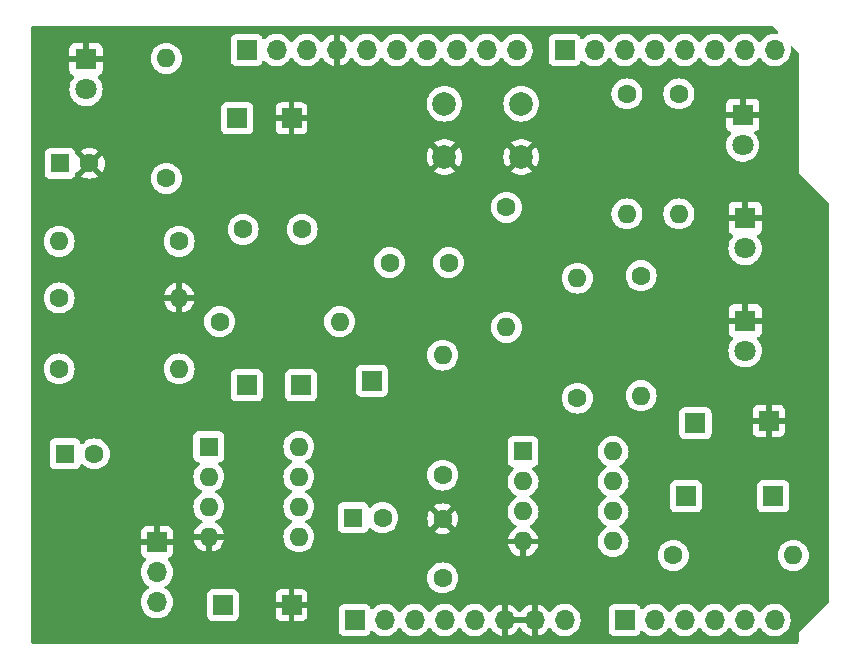
<source format=gbr>
%TF.GenerationSoftware,KiCad,Pcbnew,8.0.1*%
%TF.CreationDate,2024-05-26T21:20:35+02:00*%
%TF.ProjectId,SDHD_Lab,53444844-5f4c-4616-922e-6b696361645f,Rev 1.2*%
%TF.SameCoordinates,Original*%
%TF.FileFunction,Copper,L4,Bot*%
%TF.FilePolarity,Positive*%
%FSLAX46Y46*%
G04 Gerber Fmt 4.6, Leading zero omitted, Abs format (unit mm)*
G04 Created by KiCad (PCBNEW 8.0.1) date 2024-05-26 21:20:35*
%MOMM*%
%LPD*%
G01*
G04 APERTURE LIST*
%TA.AperFunction,ComponentPad*%
%ADD10R,1.600000X1.600000*%
%TD*%
%TA.AperFunction,ComponentPad*%
%ADD11C,1.600000*%
%TD*%
%TA.AperFunction,ComponentPad*%
%ADD12R,1.700000X1.700000*%
%TD*%
%TA.AperFunction,ComponentPad*%
%ADD13O,1.700000X1.700000*%
%TD*%
%TA.AperFunction,ComponentPad*%
%ADD14O,1.600000X1.600000*%
%TD*%
%TA.AperFunction,ComponentPad*%
%ADD15R,1.800000X1.800000*%
%TD*%
%TA.AperFunction,ComponentPad*%
%ADD16C,1.800000*%
%TD*%
%TA.AperFunction,ComponentPad*%
%ADD17C,2.000000*%
%TD*%
G04 APERTURE END LIST*
D10*
%TO.P,C1,1*%
%TO.N,/VD_Input*%
X102994888Y-58800000D03*
D11*
%TO.P,C1,2*%
%TO.N,GND*%
X105494888Y-58800000D03*
%TD*%
D12*
%TO.P,J12,1,Pin_1*%
%TO.N,GND*%
X111200000Y-90875000D03*
D13*
%TO.P,J12,2,Pin_2*%
%TO.N,V_in*%
X111200000Y-93415000D03*
%TO.P,J12,3,Pin_3*%
%TO.N,+5V*%
X111200000Y-95955000D03*
%TD*%
D12*
%TO.P,J4,1,Pin_1*%
%TO.N,GND*%
X122600000Y-55000000D03*
%TD*%
%TO.P,J8,1,Pin_1*%
%TO.N,Net-(J8-Pin_1)*%
X123400000Y-77600000D03*
%TD*%
D11*
%TO.P,R8,1*%
%TO.N,+5V*%
X112000000Y-60080000D03*
D14*
%TO.P,R8,2*%
%TO.N,Net-(D4-A)*%
X112000000Y-49920000D03*
%TD*%
D12*
%TO.P,J11,1,Pin_1*%
%TO.N,V_out*%
X163400000Y-87000000D03*
%TD*%
D11*
%TO.P,R4,1*%
%TO.N,LED_ORANGE*%
X151000000Y-52920000D03*
D14*
%TO.P,R4,2*%
%TO.N,Net-(D2-A)*%
X151000000Y-63080000D03*
%TD*%
D11*
%TO.P,R5,1*%
%TO.N,Net-(C2-Pad1)*%
X102920000Y-76200000D03*
D14*
%TO.P,R5,2*%
%TO.N,Net-(J7-Pin_1)*%
X113080000Y-76200000D03*
%TD*%
D11*
%TO.P,R7 ,1*%
%TO.N,Net-(J7-Pin_1)*%
X116520000Y-72200000D03*
D14*
%TO.P,R7 ,2*%
%TO.N,Net-(J8-Pin_1)*%
X126680000Y-72200000D03*
%TD*%
D11*
%TO.P,C6,1*%
%TO.N,Net-(J9-Pin_1)*%
X130900000Y-67200000D03*
%TO.P,C6,2*%
%TO.N,Net-(J10-Pin_1)*%
X135900000Y-67200000D03*
%TD*%
%TO.P,R9,1*%
%TO.N,+5V*%
X146800000Y-78680000D03*
D14*
%TO.P,R9,2*%
%TO.N,PUSH_BUTTON*%
X146800000Y-68520000D03*
%TD*%
D10*
%TO.P,C2,1*%
%TO.N,Net-(C2-Pad1)*%
X103417621Y-83400000D03*
D11*
%TO.P,C2,2*%
%TO.N,V_in*%
X105917621Y-83400000D03*
%TD*%
D12*
%TO.P,J2,1,Pin_1*%
%TO.N,GND*%
X122600000Y-96200000D03*
%TD*%
D11*
%TO.P,R2,1*%
%TO.N,/VD_Input*%
X102920000Y-70200000D03*
D14*
%TO.P,R2,2*%
%TO.N,GND*%
X113080000Y-70200000D03*
%TD*%
D10*
%TO.P,U1,1,NC*%
%TO.N,unconnected-(U1-NC-Pad1)*%
X115600000Y-82800000D03*
D14*
%TO.P,U1,2,-*%
%TO.N,Net-(J7-Pin_1)*%
X115600000Y-85340000D03*
%TO.P,U1,3,+*%
%TO.N,/VD_Input*%
X115600000Y-87880000D03*
%TO.P,U1,4,V-*%
%TO.N,GND*%
X115600000Y-90420000D03*
%TO.P,U1,5,NC*%
%TO.N,unconnected-(U1-NC-Pad5)*%
X123220000Y-90420000D03*
%TO.P,U1,6*%
%TO.N,Net-(J8-Pin_1)*%
X123220000Y-87880000D03*
%TO.P,U1,7,V+*%
%TO.N,+5V*%
X123220000Y-85340000D03*
%TO.P,U1,8,NC*%
%TO.N,unconnected-(U1-NC-Pad8)*%
X123220000Y-82800000D03*
%TD*%
D15*
%TO.P,D1,1,K*%
%TO.N,GND*%
X160800000Y-54725000D03*
D16*
%TO.P,D1,2,A*%
%TO.N,Net-(D1-A)*%
X160800000Y-57265000D03*
%TD*%
D12*
%TO.P,J6,1,Pin_1*%
%TO.N,V_in*%
X116800000Y-96200000D03*
%TD*%
D11*
%TO.P,C3,1*%
%TO.N,Net-(J7-Pin_1)*%
X118500000Y-64400000D03*
%TO.P,C3,2*%
%TO.N,Net-(J8-Pin_1)*%
X123500000Y-64400000D03*
%TD*%
D15*
%TO.P,D4,1,K*%
%TO.N,GND*%
X105200000Y-50000000D03*
D16*
%TO.P,D4,2,A*%
%TO.N,Net-(D4-A)*%
X105200000Y-52540000D03*
%TD*%
D12*
%TO.P,J9,1,Pin_1*%
%TO.N,Net-(J9-Pin_1)*%
X129400000Y-77200000D03*
%TD*%
%TO.P,J10,1,Pin_1*%
%TO.N,Net-(J10-Pin_1)*%
X156000000Y-87000000D03*
%TD*%
D15*
%TO.P,D2,1,K*%
%TO.N,GND*%
X161000000Y-63460000D03*
D16*
%TO.P,D2,2,A*%
%TO.N,Net-(D2-A)*%
X161000000Y-66000000D03*
%TD*%
D12*
%TO.P,J5,1,Pin_1*%
%TO.N,/VD_Input*%
X118000000Y-55000000D03*
%TD*%
D11*
%TO.P,R3,1*%
%TO.N,LED_GREEN*%
X155400000Y-52920000D03*
D14*
%TO.P,R3,2*%
%TO.N,Net-(D1-A)*%
X155400000Y-63080000D03*
%TD*%
D17*
%TO.P,SW1,1,1*%
%TO.N,GND*%
X142050000Y-58250000D03*
X135550000Y-58250000D03*
%TO.P,SW1,2,2*%
%TO.N,PUSH_BUTTON*%
X142050000Y-53750000D03*
X135550000Y-53750000D03*
%TD*%
D12*
%TO.P,J3,1,Pin_1*%
%TO.N,GND*%
X163000000Y-80600000D03*
%TD*%
D10*
%TO.P,C5,1*%
%TO.N,Net-(J8-Pin_1)*%
X127817621Y-88800000D03*
D11*
%TO.P,C5,2*%
%TO.N,Net-(C5-Pad2)*%
X130317621Y-88800000D03*
%TD*%
D12*
%TO.P,J7,1,Pin_1*%
%TO.N,Net-(J7-Pin_1)*%
X118800000Y-77600000D03*
%TD*%
D11*
%TO.P,R12,1*%
%TO.N,Net-(J10-Pin_1)*%
X154920000Y-92000000D03*
D14*
%TO.P,R12,2*%
%TO.N,V_out*%
X165080000Y-92000000D03*
%TD*%
D15*
%TO.P,D3,1,K*%
%TO.N,GND*%
X161000000Y-72125000D03*
D16*
%TO.P,D3,2,A*%
%TO.N,Net-(D3-A)*%
X161000000Y-74665000D03*
%TD*%
D10*
%TO.P,U2,1,NC*%
%TO.N,unconnected-(U2-NC-Pad1)*%
X142200000Y-83200000D03*
D14*
%TO.P,U2,2,-*%
%TO.N,Net-(J9-Pin_1)*%
X142200000Y-85740000D03*
%TO.P,U2,3,+*%
%TO.N,/VD_Input*%
X142200000Y-88280000D03*
%TO.P,U2,4,V-*%
%TO.N,GND*%
X142200000Y-90820000D03*
%TO.P,U2,5,NC*%
%TO.N,unconnected-(U2-NC-Pad5)*%
X149820000Y-90820000D03*
%TO.P,U2,6*%
%TO.N,Net-(J10-Pin_1)*%
X149820000Y-88280000D03*
%TO.P,U2,7,V+*%
%TO.N,+5V*%
X149820000Y-85740000D03*
%TO.P,U2,8,NC*%
%TO.N,unconnected-(U2-NC-Pad8)*%
X149820000Y-83200000D03*
%TD*%
D11*
%TO.P,C4,1*%
%TO.N,/VD_Input*%
X135400000Y-93900000D03*
%TO.P,C4,2*%
%TO.N,GND*%
X135400000Y-88900000D03*
%TD*%
%TO.P,R1,1*%
%TO.N,+5V*%
X113080000Y-65400000D03*
D14*
%TO.P,R1,2*%
%TO.N,/VD_Input*%
X102920000Y-65400000D03*
%TD*%
D11*
%TO.P,R11,1*%
%TO.N,Net-(J9-Pin_1)*%
X140800000Y-62520000D03*
D14*
%TO.P,R11,2*%
%TO.N,Net-(J10-Pin_1)*%
X140800000Y-72680000D03*
%TD*%
D11*
%TO.P,R10,1*%
%TO.N,Net-(C5-Pad2)*%
X135400000Y-85200000D03*
D14*
%TO.P,R10,2*%
%TO.N,Net-(J9-Pin_1)*%
X135400000Y-75040000D03*
%TD*%
D12*
%TO.P,J1,1,Pin_1*%
%TO.N,+5V*%
X156800000Y-80800000D03*
%TD*%
D11*
%TO.P,R6,1*%
%TO.N,LED_RED*%
X152200000Y-68320000D03*
D14*
%TO.P,R6,2*%
%TO.N,Net-(D3-A)*%
X152200000Y-78480000D03*
%TD*%
D12*
%TO.P,P1,1,Pin_1*%
%TO.N,unconnected-(P1-Pin_1-Pad1)*%
X127940000Y-97460000D03*
D13*
%TO.P,P1,2,Pin_2*%
%TO.N,/IOREF*%
X130480000Y-97460000D03*
%TO.P,P1,3,Pin_3*%
%TO.N,/Reset*%
X133020000Y-97460000D03*
%TO.P,P1,4,Pin_4*%
%TO.N,/3.3V*%
X135560000Y-97460000D03*
%TO.P,P1,5,Pin_5*%
%TO.N,+5V*%
X138100000Y-97460000D03*
%TO.P,P1,6,Pin_6*%
%TO.N,GND*%
X140640000Y-97460000D03*
%TO.P,P1,7,Pin_7*%
X143180000Y-97460000D03*
%TO.P,P1,8,Pin_8*%
%TO.N,/Vin*%
X145720000Y-97460000D03*
%TD*%
D12*
%TO.P,P3,1,Pin_1*%
%TO.N,V_out*%
X150800000Y-97460000D03*
D13*
%TO.P,P3,2,Pin_2*%
%TO.N,/A1*%
X153340000Y-97460000D03*
%TO.P,P3,3,Pin_3*%
%TO.N,/A2*%
X155880000Y-97460000D03*
%TO.P,P3,4,Pin_4*%
%TO.N,/A3*%
X158420000Y-97460000D03*
%TO.P,P3,5,Pin_5*%
%TO.N,/A4*%
X160960000Y-97460000D03*
%TO.P,P3,6,Pin_6*%
%TO.N,/A5*%
X163500000Y-97460000D03*
%TD*%
D12*
%TO.P,P2,1,Pin_1*%
%TO.N,/SCL*%
X118796000Y-49200000D03*
D13*
%TO.P,P2,2,Pin_2*%
%TO.N,/SDA*%
X121336000Y-49200000D03*
%TO.P,P2,3,Pin_3*%
%TO.N,/AREF*%
X123876000Y-49200000D03*
%TO.P,P2,4,Pin_4*%
%TO.N,GND*%
X126416000Y-49200000D03*
%TO.P,P2,5,Pin_5*%
%TO.N,/D13*%
X128956000Y-49200000D03*
%TO.P,P2,6,Pin_6*%
%TO.N,/D12*%
X131496000Y-49200000D03*
%TO.P,P2,7,Pin_7*%
%TO.N,/D11*%
X134036000Y-49200000D03*
%TO.P,P2,8,Pin_8*%
%TO.N,/D10*%
X136576000Y-49200000D03*
%TO.P,P2,9,Pin_9*%
%TO.N,/D9*%
X139116000Y-49200000D03*
%TO.P,P2,10,Pin_10*%
%TO.N,/D8*%
X141656000Y-49200000D03*
%TD*%
D12*
%TO.P,P4,1,Pin_1*%
%TO.N,PUSH_BUTTON*%
X145720000Y-49200000D03*
D13*
%TO.P,P4,2,Pin_2*%
%TO.N,LED_RED*%
X148260000Y-49200000D03*
%TO.P,P4,3,Pin_3*%
%TO.N,LED_ORANGE*%
X150800000Y-49200000D03*
%TO.P,P4,4,Pin_4*%
%TO.N,LED_GREEN*%
X153340000Y-49200000D03*
%TO.P,P4,5,Pin_5*%
%TO.N,/D3*%
X155880000Y-49200000D03*
%TO.P,P4,6,Pin_6*%
%TO.N,/D2*%
X158420000Y-49200000D03*
%TO.P,P4,7,Pin_7*%
%TO.N,/TX{slash}D1*%
X160960000Y-49200000D03*
%TO.P,P4,8,Pin_8*%
%TO.N,/RX{slash}D0*%
X163500000Y-49200000D03*
%TD*%
%TA.AperFunction,Conductor*%
%TO.N,GND*%
G36*
X142714075Y-97267007D02*
G01*
X142680000Y-97394174D01*
X142680000Y-97525826D01*
X142714075Y-97652993D01*
X142746988Y-97710000D01*
X141073012Y-97710000D01*
X141105925Y-97652993D01*
X141140000Y-97525826D01*
X141140000Y-97394174D01*
X141105925Y-97267007D01*
X141073012Y-97210000D01*
X142746988Y-97210000D01*
X142714075Y-97267007D01*
G37*
%TD.AperFunction*%
%TA.AperFunction,Conductor*%
G36*
X163308363Y-47180185D02*
G01*
X163329005Y-47196819D01*
X163772315Y-47640129D01*
X163805800Y-47701452D01*
X163800816Y-47771144D01*
X163758944Y-47827077D01*
X163693480Y-47851494D01*
X163664226Y-47850119D01*
X163612570Y-47841500D01*
X163612569Y-47841500D01*
X163387431Y-47841500D01*
X163165362Y-47878556D01*
X162952430Y-47951656D01*
X162952419Y-47951661D01*
X162754427Y-48058808D01*
X162754422Y-48058812D01*
X162576761Y-48197092D01*
X162576756Y-48197097D01*
X162424284Y-48362723D01*
X162424276Y-48362734D01*
X162333808Y-48501206D01*
X162280662Y-48546562D01*
X162211431Y-48555986D01*
X162148095Y-48526484D01*
X162126192Y-48501206D01*
X162035723Y-48362734D01*
X162035715Y-48362723D01*
X161883243Y-48197097D01*
X161883238Y-48197092D01*
X161705577Y-48058812D01*
X161705572Y-48058808D01*
X161507580Y-47951661D01*
X161507577Y-47951659D01*
X161507574Y-47951658D01*
X161507571Y-47951657D01*
X161507569Y-47951656D01*
X161294637Y-47878556D01*
X161072569Y-47841500D01*
X160847431Y-47841500D01*
X160625362Y-47878556D01*
X160412430Y-47951656D01*
X160412419Y-47951661D01*
X160214427Y-48058808D01*
X160214422Y-48058812D01*
X160036761Y-48197092D01*
X160036756Y-48197097D01*
X159884284Y-48362723D01*
X159884276Y-48362734D01*
X159793808Y-48501206D01*
X159740662Y-48546562D01*
X159671431Y-48555986D01*
X159608095Y-48526484D01*
X159586192Y-48501206D01*
X159495723Y-48362734D01*
X159495715Y-48362723D01*
X159343243Y-48197097D01*
X159343238Y-48197092D01*
X159165577Y-48058812D01*
X159165572Y-48058808D01*
X158967580Y-47951661D01*
X158967577Y-47951659D01*
X158967574Y-47951658D01*
X158967571Y-47951657D01*
X158967569Y-47951656D01*
X158754637Y-47878556D01*
X158532569Y-47841500D01*
X158307431Y-47841500D01*
X158085362Y-47878556D01*
X157872430Y-47951656D01*
X157872419Y-47951661D01*
X157674427Y-48058808D01*
X157674422Y-48058812D01*
X157496761Y-48197092D01*
X157496756Y-48197097D01*
X157344284Y-48362723D01*
X157344276Y-48362734D01*
X157253808Y-48501206D01*
X157200662Y-48546562D01*
X157131431Y-48555986D01*
X157068095Y-48526484D01*
X157046192Y-48501206D01*
X156955723Y-48362734D01*
X156955715Y-48362723D01*
X156803243Y-48197097D01*
X156803238Y-48197092D01*
X156625577Y-48058812D01*
X156625572Y-48058808D01*
X156427580Y-47951661D01*
X156427577Y-47951659D01*
X156427574Y-47951658D01*
X156427571Y-47951657D01*
X156427569Y-47951656D01*
X156214637Y-47878556D01*
X155992569Y-47841500D01*
X155767431Y-47841500D01*
X155545362Y-47878556D01*
X155332430Y-47951656D01*
X155332419Y-47951661D01*
X155134427Y-48058808D01*
X155134422Y-48058812D01*
X154956761Y-48197092D01*
X154956756Y-48197097D01*
X154804284Y-48362723D01*
X154804276Y-48362734D01*
X154713808Y-48501206D01*
X154660662Y-48546562D01*
X154591431Y-48555986D01*
X154528095Y-48526484D01*
X154506192Y-48501206D01*
X154415723Y-48362734D01*
X154415715Y-48362723D01*
X154263243Y-48197097D01*
X154263238Y-48197092D01*
X154085577Y-48058812D01*
X154085572Y-48058808D01*
X153887580Y-47951661D01*
X153887577Y-47951659D01*
X153887574Y-47951658D01*
X153887571Y-47951657D01*
X153887569Y-47951656D01*
X153674637Y-47878556D01*
X153452569Y-47841500D01*
X153227431Y-47841500D01*
X153005362Y-47878556D01*
X152792430Y-47951656D01*
X152792419Y-47951661D01*
X152594427Y-48058808D01*
X152594422Y-48058812D01*
X152416761Y-48197092D01*
X152416756Y-48197097D01*
X152264284Y-48362723D01*
X152264276Y-48362734D01*
X152173808Y-48501206D01*
X152120662Y-48546562D01*
X152051431Y-48555986D01*
X151988095Y-48526484D01*
X151966192Y-48501206D01*
X151875723Y-48362734D01*
X151875715Y-48362723D01*
X151723243Y-48197097D01*
X151723238Y-48197092D01*
X151545577Y-48058812D01*
X151545572Y-48058808D01*
X151347580Y-47951661D01*
X151347577Y-47951659D01*
X151347574Y-47951658D01*
X151347571Y-47951657D01*
X151347569Y-47951656D01*
X151134637Y-47878556D01*
X150912569Y-47841500D01*
X150687431Y-47841500D01*
X150465362Y-47878556D01*
X150252430Y-47951656D01*
X150252419Y-47951661D01*
X150054427Y-48058808D01*
X150054422Y-48058812D01*
X149876761Y-48197092D01*
X149876756Y-48197097D01*
X149724284Y-48362723D01*
X149724276Y-48362734D01*
X149633808Y-48501206D01*
X149580662Y-48546562D01*
X149511431Y-48555986D01*
X149448095Y-48526484D01*
X149426192Y-48501206D01*
X149335723Y-48362734D01*
X149335715Y-48362723D01*
X149183243Y-48197097D01*
X149183238Y-48197092D01*
X149005577Y-48058812D01*
X149005572Y-48058808D01*
X148807580Y-47951661D01*
X148807577Y-47951659D01*
X148807574Y-47951658D01*
X148807571Y-47951657D01*
X148807569Y-47951656D01*
X148594637Y-47878556D01*
X148372569Y-47841500D01*
X148147431Y-47841500D01*
X147925362Y-47878556D01*
X147712430Y-47951656D01*
X147712419Y-47951661D01*
X147514427Y-48058808D01*
X147514422Y-48058812D01*
X147336761Y-48197092D01*
X147273548Y-48265760D01*
X147213661Y-48301750D01*
X147143823Y-48299649D01*
X147086207Y-48260124D01*
X147066138Y-48225110D01*
X147020889Y-48103796D01*
X146987214Y-48058812D01*
X146933261Y-47986739D01*
X146816204Y-47899111D01*
X146679203Y-47848011D01*
X146618654Y-47841500D01*
X146618638Y-47841500D01*
X144821362Y-47841500D01*
X144821345Y-47841500D01*
X144760797Y-47848011D01*
X144760795Y-47848011D01*
X144623795Y-47899111D01*
X144506739Y-47986739D01*
X144419111Y-48103795D01*
X144368011Y-48240795D01*
X144368011Y-48240797D01*
X144361500Y-48301345D01*
X144361500Y-50098654D01*
X144368011Y-50159202D01*
X144368011Y-50159204D01*
X144411689Y-50276306D01*
X144419111Y-50296204D01*
X144506739Y-50413261D01*
X144623796Y-50500889D01*
X144760799Y-50551989D01*
X144788050Y-50554918D01*
X144821345Y-50558499D01*
X144821362Y-50558500D01*
X146618638Y-50558500D01*
X146618654Y-50558499D01*
X146645692Y-50555591D01*
X146679201Y-50551989D01*
X146816204Y-50500889D01*
X146933261Y-50413261D01*
X147020889Y-50296204D01*
X147066138Y-50174887D01*
X147108009Y-50118956D01*
X147173474Y-50094539D01*
X147241746Y-50109391D01*
X147273545Y-50134236D01*
X147336760Y-50202906D01*
X147514424Y-50341189D01*
X147514425Y-50341189D01*
X147514427Y-50341191D01*
X147549350Y-50360090D01*
X147712426Y-50448342D01*
X147925365Y-50521444D01*
X148147431Y-50558500D01*
X148372569Y-50558500D01*
X148594635Y-50521444D01*
X148807574Y-50448342D01*
X149005576Y-50341189D01*
X149183240Y-50202906D01*
X149304594Y-50071082D01*
X149335715Y-50037276D01*
X149335715Y-50037275D01*
X149335722Y-50037268D01*
X149426193Y-49898790D01*
X149479338Y-49853437D01*
X149548569Y-49844013D01*
X149611905Y-49873515D01*
X149633804Y-49898787D01*
X149724278Y-50037268D01*
X149724283Y-50037273D01*
X149724284Y-50037276D01*
X149849868Y-50173694D01*
X149876760Y-50202906D01*
X150054424Y-50341189D01*
X150054425Y-50341189D01*
X150054427Y-50341191D01*
X150089350Y-50360090D01*
X150252426Y-50448342D01*
X150465365Y-50521444D01*
X150687431Y-50558500D01*
X150912569Y-50558500D01*
X151134635Y-50521444D01*
X151347574Y-50448342D01*
X151545576Y-50341189D01*
X151723240Y-50202906D01*
X151844594Y-50071082D01*
X151875715Y-50037276D01*
X151875715Y-50037275D01*
X151875722Y-50037268D01*
X151966193Y-49898790D01*
X152019338Y-49853437D01*
X152088569Y-49844013D01*
X152151905Y-49873515D01*
X152173804Y-49898787D01*
X152264278Y-50037268D01*
X152264283Y-50037273D01*
X152264284Y-50037276D01*
X152389868Y-50173694D01*
X152416760Y-50202906D01*
X152594424Y-50341189D01*
X152594425Y-50341189D01*
X152594427Y-50341191D01*
X152629350Y-50360090D01*
X152792426Y-50448342D01*
X153005365Y-50521444D01*
X153227431Y-50558500D01*
X153452569Y-50558500D01*
X153674635Y-50521444D01*
X153887574Y-50448342D01*
X154085576Y-50341189D01*
X154263240Y-50202906D01*
X154384594Y-50071082D01*
X154415715Y-50037276D01*
X154415715Y-50037275D01*
X154415722Y-50037268D01*
X154506193Y-49898790D01*
X154559338Y-49853437D01*
X154628569Y-49844013D01*
X154691905Y-49873515D01*
X154713804Y-49898787D01*
X154804278Y-50037268D01*
X154804283Y-50037273D01*
X154804284Y-50037276D01*
X154929868Y-50173694D01*
X154956760Y-50202906D01*
X155134424Y-50341189D01*
X155134425Y-50341189D01*
X155134427Y-50341191D01*
X155169350Y-50360090D01*
X155332426Y-50448342D01*
X155545365Y-50521444D01*
X155767431Y-50558500D01*
X155992569Y-50558500D01*
X156214635Y-50521444D01*
X156427574Y-50448342D01*
X156625576Y-50341189D01*
X156803240Y-50202906D01*
X156924594Y-50071082D01*
X156955715Y-50037276D01*
X156955715Y-50037275D01*
X156955722Y-50037268D01*
X157046193Y-49898790D01*
X157099338Y-49853437D01*
X157168569Y-49844013D01*
X157231905Y-49873515D01*
X157253804Y-49898787D01*
X157344278Y-50037268D01*
X157344283Y-50037273D01*
X157344284Y-50037276D01*
X157469868Y-50173694D01*
X157496760Y-50202906D01*
X157674424Y-50341189D01*
X157674425Y-50341189D01*
X157674427Y-50341191D01*
X157709350Y-50360090D01*
X157872426Y-50448342D01*
X158085365Y-50521444D01*
X158307431Y-50558500D01*
X158532569Y-50558500D01*
X158754635Y-50521444D01*
X158967574Y-50448342D01*
X159165576Y-50341189D01*
X159343240Y-50202906D01*
X159464594Y-50071082D01*
X159495715Y-50037276D01*
X159495715Y-50037275D01*
X159495722Y-50037268D01*
X159586193Y-49898790D01*
X159639338Y-49853437D01*
X159708569Y-49844013D01*
X159771905Y-49873515D01*
X159793804Y-49898787D01*
X159884278Y-50037268D01*
X159884283Y-50037273D01*
X159884284Y-50037276D01*
X160009868Y-50173694D01*
X160036760Y-50202906D01*
X160214424Y-50341189D01*
X160214425Y-50341189D01*
X160214427Y-50341191D01*
X160249350Y-50360090D01*
X160412426Y-50448342D01*
X160625365Y-50521444D01*
X160847431Y-50558500D01*
X161072569Y-50558500D01*
X161294635Y-50521444D01*
X161507574Y-50448342D01*
X161705576Y-50341189D01*
X161883240Y-50202906D01*
X162004594Y-50071082D01*
X162035715Y-50037276D01*
X162035715Y-50037275D01*
X162035722Y-50037268D01*
X162126193Y-49898790D01*
X162179338Y-49853437D01*
X162248569Y-49844013D01*
X162311905Y-49873515D01*
X162333804Y-49898787D01*
X162424278Y-50037268D01*
X162424283Y-50037273D01*
X162424284Y-50037276D01*
X162549868Y-50173694D01*
X162576760Y-50202906D01*
X162754424Y-50341189D01*
X162754425Y-50341189D01*
X162754427Y-50341191D01*
X162789350Y-50360090D01*
X162952426Y-50448342D01*
X163165365Y-50521444D01*
X163387431Y-50558500D01*
X163612569Y-50558500D01*
X163834635Y-50521444D01*
X164047574Y-50448342D01*
X164245576Y-50341189D01*
X164423240Y-50202906D01*
X164544594Y-50071082D01*
X164575715Y-50037276D01*
X164575717Y-50037273D01*
X164575722Y-50037268D01*
X164698860Y-49848791D01*
X164789296Y-49642616D01*
X164844564Y-49424368D01*
X164848987Y-49370995D01*
X164863156Y-49200005D01*
X164863156Y-49199995D01*
X164852856Y-49075700D01*
X164848713Y-49025704D01*
X164862793Y-48957269D01*
X164911638Y-48907310D01*
X164979739Y-48891689D01*
X165045475Y-48915366D01*
X165059970Y-48927784D01*
X165503181Y-49370995D01*
X165536666Y-49432318D01*
X165539500Y-49458676D01*
X165539500Y-59425891D01*
X165573608Y-59553187D01*
X165591349Y-59583915D01*
X165639500Y-59667314D01*
X165639502Y-59667316D01*
X168043181Y-62070995D01*
X168076666Y-62132318D01*
X168079500Y-62158676D01*
X168079500Y-95931324D01*
X168059815Y-95998363D01*
X168043181Y-96019005D01*
X165639502Y-98422683D01*
X165639500Y-98422686D01*
X165573608Y-98536812D01*
X165539500Y-98664108D01*
X165539500Y-99228242D01*
X165537973Y-99247641D01*
X165529773Y-99299411D01*
X165517785Y-99336307D01*
X165498474Y-99374207D01*
X165475670Y-99405593D01*
X165445593Y-99435670D01*
X165414207Y-99458474D01*
X165376307Y-99477785D01*
X165339411Y-99489773D01*
X165309068Y-99494579D01*
X165287639Y-99497973D01*
X165268243Y-99499500D01*
X100771757Y-99499500D01*
X100752360Y-99497973D01*
X100718098Y-99492546D01*
X100700588Y-99489773D01*
X100663695Y-99477786D01*
X100625790Y-99458472D01*
X100594406Y-99435670D01*
X100564329Y-99405593D01*
X100541528Y-99374211D01*
X100522212Y-99336301D01*
X100510227Y-99299417D01*
X100502025Y-99247630D01*
X100500500Y-99228242D01*
X100500500Y-98358654D01*
X126581500Y-98358654D01*
X126588011Y-98419202D01*
X126588011Y-98419204D01*
X126631878Y-98536812D01*
X126639111Y-98556204D01*
X126726739Y-98673261D01*
X126843796Y-98760889D01*
X126980799Y-98811989D01*
X127008050Y-98814918D01*
X127041345Y-98818499D01*
X127041362Y-98818500D01*
X128838638Y-98818500D01*
X128838654Y-98818499D01*
X128865692Y-98815591D01*
X128899201Y-98811989D01*
X129036204Y-98760889D01*
X129153261Y-98673261D01*
X129240889Y-98556204D01*
X129286138Y-98434887D01*
X129328009Y-98378956D01*
X129393474Y-98354539D01*
X129461746Y-98369391D01*
X129493545Y-98394236D01*
X129556760Y-98462906D01*
X129734424Y-98601189D01*
X129734425Y-98601189D01*
X129734427Y-98601191D01*
X129794314Y-98633600D01*
X129932426Y-98708342D01*
X130145365Y-98781444D01*
X130367431Y-98818500D01*
X130592569Y-98818500D01*
X130814635Y-98781444D01*
X131027574Y-98708342D01*
X131225576Y-98601189D01*
X131403240Y-98462906D01*
X131524594Y-98331082D01*
X131555715Y-98297276D01*
X131555715Y-98297275D01*
X131555722Y-98297268D01*
X131646193Y-98158790D01*
X131699338Y-98113437D01*
X131768569Y-98104013D01*
X131831905Y-98133515D01*
X131853804Y-98158787D01*
X131944278Y-98297268D01*
X131944283Y-98297273D01*
X131944284Y-98297276D01*
X132070968Y-98434889D01*
X132096760Y-98462906D01*
X132274424Y-98601189D01*
X132274425Y-98601189D01*
X132274427Y-98601191D01*
X132334314Y-98633600D01*
X132472426Y-98708342D01*
X132685365Y-98781444D01*
X132907431Y-98818500D01*
X133132569Y-98818500D01*
X133354635Y-98781444D01*
X133567574Y-98708342D01*
X133765576Y-98601189D01*
X133943240Y-98462906D01*
X134064594Y-98331082D01*
X134095715Y-98297276D01*
X134095715Y-98297275D01*
X134095722Y-98297268D01*
X134186193Y-98158790D01*
X134239338Y-98113437D01*
X134308569Y-98104013D01*
X134371905Y-98133515D01*
X134393804Y-98158787D01*
X134484278Y-98297268D01*
X134484283Y-98297273D01*
X134484284Y-98297276D01*
X134610968Y-98434889D01*
X134636760Y-98462906D01*
X134814424Y-98601189D01*
X134814425Y-98601189D01*
X134814427Y-98601191D01*
X134874314Y-98633600D01*
X135012426Y-98708342D01*
X135225365Y-98781444D01*
X135447431Y-98818500D01*
X135672569Y-98818500D01*
X135894635Y-98781444D01*
X136107574Y-98708342D01*
X136305576Y-98601189D01*
X136483240Y-98462906D01*
X136604594Y-98331082D01*
X136635715Y-98297276D01*
X136635715Y-98297275D01*
X136635722Y-98297268D01*
X136726193Y-98158790D01*
X136779338Y-98113437D01*
X136848569Y-98104013D01*
X136911905Y-98133515D01*
X136933804Y-98158787D01*
X137024278Y-98297268D01*
X137024283Y-98297273D01*
X137024284Y-98297276D01*
X137150968Y-98434889D01*
X137176760Y-98462906D01*
X137354424Y-98601189D01*
X137354425Y-98601189D01*
X137354427Y-98601191D01*
X137414314Y-98633600D01*
X137552426Y-98708342D01*
X137765365Y-98781444D01*
X137987431Y-98818500D01*
X138212569Y-98818500D01*
X138434635Y-98781444D01*
X138647574Y-98708342D01*
X138845576Y-98601189D01*
X139023240Y-98462906D01*
X139144594Y-98331082D01*
X139175715Y-98297276D01*
X139175715Y-98297275D01*
X139175722Y-98297268D01*
X139269749Y-98153347D01*
X139322894Y-98107994D01*
X139392125Y-98098570D01*
X139455461Y-98128072D01*
X139475130Y-98150048D01*
X139601890Y-98331078D01*
X139768917Y-98498105D01*
X139962421Y-98633600D01*
X140176507Y-98733429D01*
X140176516Y-98733433D01*
X140390000Y-98790634D01*
X140390000Y-97893012D01*
X140447007Y-97925925D01*
X140574174Y-97960000D01*
X140705826Y-97960000D01*
X140832993Y-97925925D01*
X140890000Y-97893012D01*
X140890000Y-98790633D01*
X141103483Y-98733433D01*
X141103492Y-98733429D01*
X141317578Y-98633600D01*
X141511082Y-98498105D01*
X141678105Y-98331082D01*
X141808425Y-98144968D01*
X141863002Y-98101344D01*
X141932501Y-98094151D01*
X141994855Y-98125673D01*
X142011575Y-98144968D01*
X142141894Y-98331082D01*
X142308917Y-98498105D01*
X142502421Y-98633600D01*
X142716507Y-98733429D01*
X142716516Y-98733433D01*
X142930000Y-98790634D01*
X142930000Y-97893012D01*
X142987007Y-97925925D01*
X143114174Y-97960000D01*
X143245826Y-97960000D01*
X143372993Y-97925925D01*
X143430000Y-97893012D01*
X143430000Y-98790633D01*
X143643483Y-98733433D01*
X143643492Y-98733429D01*
X143857578Y-98633600D01*
X144051082Y-98498105D01*
X144218105Y-98331082D01*
X144344868Y-98150048D01*
X144399445Y-98106423D01*
X144468944Y-98099231D01*
X144531298Y-98130753D01*
X144550251Y-98153350D01*
X144644276Y-98297265D01*
X144644284Y-98297276D01*
X144770968Y-98434889D01*
X144796760Y-98462906D01*
X144974424Y-98601189D01*
X144974425Y-98601189D01*
X144974427Y-98601191D01*
X145034314Y-98633600D01*
X145172426Y-98708342D01*
X145385365Y-98781444D01*
X145607431Y-98818500D01*
X145832569Y-98818500D01*
X146054635Y-98781444D01*
X146267574Y-98708342D01*
X146465576Y-98601189D01*
X146643240Y-98462906D01*
X146739212Y-98358654D01*
X149441500Y-98358654D01*
X149448011Y-98419202D01*
X149448011Y-98419204D01*
X149491878Y-98536812D01*
X149499111Y-98556204D01*
X149586739Y-98673261D01*
X149703796Y-98760889D01*
X149840799Y-98811989D01*
X149868050Y-98814918D01*
X149901345Y-98818499D01*
X149901362Y-98818500D01*
X151698638Y-98818500D01*
X151698654Y-98818499D01*
X151725692Y-98815591D01*
X151759201Y-98811989D01*
X151896204Y-98760889D01*
X152013261Y-98673261D01*
X152100889Y-98556204D01*
X152146138Y-98434887D01*
X152188009Y-98378956D01*
X152253474Y-98354539D01*
X152321746Y-98369391D01*
X152353545Y-98394236D01*
X152416760Y-98462906D01*
X152594424Y-98601189D01*
X152594425Y-98601189D01*
X152594427Y-98601191D01*
X152654314Y-98633600D01*
X152792426Y-98708342D01*
X153005365Y-98781444D01*
X153227431Y-98818500D01*
X153452569Y-98818500D01*
X153674635Y-98781444D01*
X153887574Y-98708342D01*
X154085576Y-98601189D01*
X154263240Y-98462906D01*
X154384594Y-98331082D01*
X154415715Y-98297276D01*
X154415715Y-98297275D01*
X154415722Y-98297268D01*
X154506193Y-98158790D01*
X154559338Y-98113437D01*
X154628569Y-98104013D01*
X154691905Y-98133515D01*
X154713804Y-98158787D01*
X154804278Y-98297268D01*
X154804283Y-98297273D01*
X154804284Y-98297276D01*
X154930968Y-98434889D01*
X154956760Y-98462906D01*
X155134424Y-98601189D01*
X155134425Y-98601189D01*
X155134427Y-98601191D01*
X155194314Y-98633600D01*
X155332426Y-98708342D01*
X155545365Y-98781444D01*
X155767431Y-98818500D01*
X155992569Y-98818500D01*
X156214635Y-98781444D01*
X156427574Y-98708342D01*
X156625576Y-98601189D01*
X156803240Y-98462906D01*
X156924594Y-98331082D01*
X156955715Y-98297276D01*
X156955715Y-98297275D01*
X156955722Y-98297268D01*
X157046193Y-98158790D01*
X157099338Y-98113437D01*
X157168569Y-98104013D01*
X157231905Y-98133515D01*
X157253804Y-98158787D01*
X157344278Y-98297268D01*
X157344283Y-98297273D01*
X157344284Y-98297276D01*
X157470968Y-98434889D01*
X157496760Y-98462906D01*
X157674424Y-98601189D01*
X157674425Y-98601189D01*
X157674427Y-98601191D01*
X157734314Y-98633600D01*
X157872426Y-98708342D01*
X158085365Y-98781444D01*
X158307431Y-98818500D01*
X158532569Y-98818500D01*
X158754635Y-98781444D01*
X158967574Y-98708342D01*
X159165576Y-98601189D01*
X159343240Y-98462906D01*
X159464594Y-98331082D01*
X159495715Y-98297276D01*
X159495715Y-98297275D01*
X159495722Y-98297268D01*
X159586193Y-98158790D01*
X159639338Y-98113437D01*
X159708569Y-98104013D01*
X159771905Y-98133515D01*
X159793804Y-98158787D01*
X159884278Y-98297268D01*
X159884283Y-98297273D01*
X159884284Y-98297276D01*
X160010968Y-98434889D01*
X160036760Y-98462906D01*
X160214424Y-98601189D01*
X160214425Y-98601189D01*
X160214427Y-98601191D01*
X160274314Y-98633600D01*
X160412426Y-98708342D01*
X160625365Y-98781444D01*
X160847431Y-98818500D01*
X161072569Y-98818500D01*
X161294635Y-98781444D01*
X161507574Y-98708342D01*
X161705576Y-98601189D01*
X161883240Y-98462906D01*
X162004594Y-98331082D01*
X162035715Y-98297276D01*
X162035715Y-98297275D01*
X162035722Y-98297268D01*
X162126193Y-98158790D01*
X162179338Y-98113437D01*
X162248569Y-98104013D01*
X162311905Y-98133515D01*
X162333804Y-98158787D01*
X162424278Y-98297268D01*
X162424283Y-98297273D01*
X162424284Y-98297276D01*
X162550968Y-98434889D01*
X162576760Y-98462906D01*
X162754424Y-98601189D01*
X162754425Y-98601189D01*
X162754427Y-98601191D01*
X162814314Y-98633600D01*
X162952426Y-98708342D01*
X163165365Y-98781444D01*
X163387431Y-98818500D01*
X163612569Y-98818500D01*
X163834635Y-98781444D01*
X164047574Y-98708342D01*
X164245576Y-98601189D01*
X164423240Y-98462906D01*
X164544594Y-98331082D01*
X164575715Y-98297276D01*
X164575717Y-98297273D01*
X164575722Y-98297268D01*
X164698860Y-98108791D01*
X164789296Y-97902616D01*
X164844564Y-97684368D01*
X164854994Y-97558499D01*
X164863156Y-97460005D01*
X164863156Y-97459994D01*
X164844565Y-97235640D01*
X164844563Y-97235628D01*
X164789296Y-97017385D01*
X164779071Y-96994075D01*
X164698860Y-96811209D01*
X164686490Y-96792276D01*
X164575723Y-96622734D01*
X164575715Y-96622723D01*
X164423243Y-96457097D01*
X164423238Y-96457092D01*
X164245577Y-96318812D01*
X164245572Y-96318808D01*
X164047580Y-96211661D01*
X164047577Y-96211659D01*
X164047574Y-96211658D01*
X164047571Y-96211657D01*
X164047569Y-96211656D01*
X163834637Y-96138556D01*
X163612569Y-96101500D01*
X163387431Y-96101500D01*
X163165362Y-96138556D01*
X162952430Y-96211656D01*
X162952419Y-96211661D01*
X162754427Y-96318808D01*
X162754422Y-96318812D01*
X162576761Y-96457092D01*
X162576756Y-96457097D01*
X162424284Y-96622723D01*
X162424276Y-96622734D01*
X162333808Y-96761206D01*
X162280662Y-96806562D01*
X162211431Y-96815986D01*
X162148095Y-96786484D01*
X162126192Y-96761206D01*
X162035723Y-96622734D01*
X162035715Y-96622723D01*
X161883243Y-96457097D01*
X161883238Y-96457092D01*
X161705577Y-96318812D01*
X161705572Y-96318808D01*
X161507580Y-96211661D01*
X161507577Y-96211659D01*
X161507574Y-96211658D01*
X161507571Y-96211657D01*
X161507569Y-96211656D01*
X161294637Y-96138556D01*
X161072569Y-96101500D01*
X160847431Y-96101500D01*
X160625362Y-96138556D01*
X160412430Y-96211656D01*
X160412419Y-96211661D01*
X160214427Y-96318808D01*
X160214422Y-96318812D01*
X160036761Y-96457092D01*
X160036756Y-96457097D01*
X159884284Y-96622723D01*
X159884276Y-96622734D01*
X159793808Y-96761206D01*
X159740662Y-96806562D01*
X159671431Y-96815986D01*
X159608095Y-96786484D01*
X159586192Y-96761206D01*
X159495723Y-96622734D01*
X159495715Y-96622723D01*
X159343243Y-96457097D01*
X159343238Y-96457092D01*
X159165577Y-96318812D01*
X159165572Y-96318808D01*
X158967580Y-96211661D01*
X158967577Y-96211659D01*
X158967574Y-96211658D01*
X158967571Y-96211657D01*
X158967569Y-96211656D01*
X158754637Y-96138556D01*
X158532569Y-96101500D01*
X158307431Y-96101500D01*
X158085362Y-96138556D01*
X157872430Y-96211656D01*
X157872419Y-96211661D01*
X157674427Y-96318808D01*
X157674422Y-96318812D01*
X157496761Y-96457092D01*
X157496756Y-96457097D01*
X157344284Y-96622723D01*
X157344276Y-96622734D01*
X157253808Y-96761206D01*
X157200662Y-96806562D01*
X157131431Y-96815986D01*
X157068095Y-96786484D01*
X157046192Y-96761206D01*
X156955723Y-96622734D01*
X156955715Y-96622723D01*
X156803243Y-96457097D01*
X156803238Y-96457092D01*
X156625577Y-96318812D01*
X156625572Y-96318808D01*
X156427580Y-96211661D01*
X156427577Y-96211659D01*
X156427574Y-96211658D01*
X156427571Y-96211657D01*
X156427569Y-96211656D01*
X156214637Y-96138556D01*
X155992569Y-96101500D01*
X155767431Y-96101500D01*
X155545362Y-96138556D01*
X155332430Y-96211656D01*
X155332419Y-96211661D01*
X155134427Y-96318808D01*
X155134422Y-96318812D01*
X154956761Y-96457092D01*
X154956756Y-96457097D01*
X154804284Y-96622723D01*
X154804276Y-96622734D01*
X154713808Y-96761206D01*
X154660662Y-96806562D01*
X154591431Y-96815986D01*
X154528095Y-96786484D01*
X154506192Y-96761206D01*
X154415723Y-96622734D01*
X154415715Y-96622723D01*
X154263243Y-96457097D01*
X154263238Y-96457092D01*
X154085577Y-96318812D01*
X154085572Y-96318808D01*
X153887580Y-96211661D01*
X153887577Y-96211659D01*
X153887574Y-96211658D01*
X153887571Y-96211657D01*
X153887569Y-96211656D01*
X153674637Y-96138556D01*
X153452569Y-96101500D01*
X153227431Y-96101500D01*
X153005362Y-96138556D01*
X152792430Y-96211656D01*
X152792419Y-96211661D01*
X152594427Y-96318808D01*
X152594422Y-96318812D01*
X152416761Y-96457092D01*
X152353548Y-96525760D01*
X152293661Y-96561750D01*
X152223823Y-96559649D01*
X152166207Y-96520124D01*
X152146138Y-96485110D01*
X152100889Y-96363796D01*
X152067214Y-96318812D01*
X152013261Y-96246739D01*
X151896204Y-96159111D01*
X151759203Y-96108011D01*
X151698654Y-96101500D01*
X151698638Y-96101500D01*
X149901362Y-96101500D01*
X149901345Y-96101500D01*
X149840797Y-96108011D01*
X149840795Y-96108011D01*
X149703795Y-96159111D01*
X149586739Y-96246739D01*
X149499111Y-96363795D01*
X149448011Y-96500795D01*
X149448011Y-96500797D01*
X149441500Y-96561345D01*
X149441500Y-98358654D01*
X146739212Y-98358654D01*
X146764594Y-98331082D01*
X146795715Y-98297276D01*
X146795717Y-98297273D01*
X146795722Y-98297268D01*
X146918860Y-98108791D01*
X147009296Y-97902616D01*
X147064564Y-97684368D01*
X147074994Y-97558499D01*
X147083156Y-97460005D01*
X147083156Y-97459994D01*
X147064565Y-97235640D01*
X147064563Y-97235628D01*
X147009296Y-97017385D01*
X146999071Y-96994075D01*
X146918860Y-96811209D01*
X146906490Y-96792276D01*
X146795723Y-96622734D01*
X146795715Y-96622723D01*
X146643243Y-96457097D01*
X146643238Y-96457092D01*
X146465577Y-96318812D01*
X146465572Y-96318808D01*
X146267580Y-96211661D01*
X146267577Y-96211659D01*
X146267574Y-96211658D01*
X146267571Y-96211657D01*
X146267569Y-96211656D01*
X146054637Y-96138556D01*
X145832569Y-96101500D01*
X145607431Y-96101500D01*
X145385362Y-96138556D01*
X145172430Y-96211656D01*
X145172419Y-96211661D01*
X144974427Y-96318808D01*
X144974422Y-96318812D01*
X144796761Y-96457092D01*
X144796756Y-96457097D01*
X144644284Y-96622723D01*
X144644276Y-96622734D01*
X144550251Y-96766650D01*
X144497105Y-96812007D01*
X144427873Y-96821430D01*
X144364538Y-96791928D01*
X144344868Y-96769951D01*
X144218113Y-96588926D01*
X144218108Y-96588920D01*
X144051082Y-96421894D01*
X143857578Y-96286399D01*
X143643492Y-96186570D01*
X143643486Y-96186567D01*
X143430000Y-96129364D01*
X143430000Y-97026988D01*
X143372993Y-96994075D01*
X143245826Y-96960000D01*
X143114174Y-96960000D01*
X142987007Y-96994075D01*
X142930000Y-97026988D01*
X142930000Y-96129364D01*
X142929999Y-96129364D01*
X142716513Y-96186567D01*
X142716507Y-96186570D01*
X142502422Y-96286399D01*
X142502420Y-96286400D01*
X142308926Y-96421886D01*
X142308920Y-96421891D01*
X142141891Y-96588920D01*
X142141890Y-96588922D01*
X142011575Y-96775031D01*
X141956998Y-96818655D01*
X141887499Y-96825848D01*
X141825145Y-96794326D01*
X141808425Y-96775031D01*
X141678109Y-96588922D01*
X141678108Y-96588920D01*
X141511082Y-96421894D01*
X141317578Y-96286399D01*
X141103492Y-96186570D01*
X141103486Y-96186567D01*
X140890000Y-96129364D01*
X140890000Y-97026988D01*
X140832993Y-96994075D01*
X140705826Y-96960000D01*
X140574174Y-96960000D01*
X140447007Y-96994075D01*
X140390000Y-97026988D01*
X140390000Y-96129364D01*
X140389999Y-96129364D01*
X140176513Y-96186567D01*
X140176507Y-96186570D01*
X139962422Y-96286399D01*
X139962420Y-96286400D01*
X139768926Y-96421886D01*
X139768920Y-96421891D01*
X139601891Y-96588920D01*
X139601890Y-96588922D01*
X139475131Y-96769952D01*
X139420554Y-96813577D01*
X139351055Y-96820769D01*
X139288701Y-96789247D01*
X139269752Y-96766656D01*
X139175722Y-96622732D01*
X139175715Y-96622725D01*
X139175715Y-96622723D01*
X139023243Y-96457097D01*
X139023238Y-96457092D01*
X138845577Y-96318812D01*
X138845572Y-96318808D01*
X138647580Y-96211661D01*
X138647577Y-96211659D01*
X138647574Y-96211658D01*
X138647571Y-96211657D01*
X138647569Y-96211656D01*
X138434637Y-96138556D01*
X138212569Y-96101500D01*
X137987431Y-96101500D01*
X137765362Y-96138556D01*
X137552430Y-96211656D01*
X137552419Y-96211661D01*
X137354427Y-96318808D01*
X137354422Y-96318812D01*
X137176761Y-96457092D01*
X137176756Y-96457097D01*
X137024284Y-96622723D01*
X137024276Y-96622734D01*
X136933808Y-96761206D01*
X136880662Y-96806562D01*
X136811431Y-96815986D01*
X136748095Y-96786484D01*
X136726192Y-96761206D01*
X136635723Y-96622734D01*
X136635715Y-96622723D01*
X136483243Y-96457097D01*
X136483238Y-96457092D01*
X136305577Y-96318812D01*
X136305572Y-96318808D01*
X136107580Y-96211661D01*
X136107577Y-96211659D01*
X136107574Y-96211658D01*
X136107571Y-96211657D01*
X136107569Y-96211656D01*
X135894637Y-96138556D01*
X135672569Y-96101500D01*
X135447431Y-96101500D01*
X135225362Y-96138556D01*
X135012430Y-96211656D01*
X135012419Y-96211661D01*
X134814427Y-96318808D01*
X134814422Y-96318812D01*
X134636761Y-96457092D01*
X134636756Y-96457097D01*
X134484284Y-96622723D01*
X134484276Y-96622734D01*
X134393808Y-96761206D01*
X134340662Y-96806562D01*
X134271431Y-96815986D01*
X134208095Y-96786484D01*
X134186192Y-96761206D01*
X134095723Y-96622734D01*
X134095715Y-96622723D01*
X133943243Y-96457097D01*
X133943238Y-96457092D01*
X133765577Y-96318812D01*
X133765572Y-96318808D01*
X133567580Y-96211661D01*
X133567577Y-96211659D01*
X133567574Y-96211658D01*
X133567571Y-96211657D01*
X133567569Y-96211656D01*
X133354637Y-96138556D01*
X133132569Y-96101500D01*
X132907431Y-96101500D01*
X132685362Y-96138556D01*
X132472430Y-96211656D01*
X132472419Y-96211661D01*
X132274427Y-96318808D01*
X132274422Y-96318812D01*
X132096761Y-96457092D01*
X132096756Y-96457097D01*
X131944284Y-96622723D01*
X131944276Y-96622734D01*
X131853808Y-96761206D01*
X131800662Y-96806562D01*
X131731431Y-96815986D01*
X131668095Y-96786484D01*
X131646192Y-96761206D01*
X131555723Y-96622734D01*
X131555715Y-96622723D01*
X131403243Y-96457097D01*
X131403238Y-96457092D01*
X131225577Y-96318812D01*
X131225572Y-96318808D01*
X131027580Y-96211661D01*
X131027577Y-96211659D01*
X131027574Y-96211658D01*
X131027571Y-96211657D01*
X131027569Y-96211656D01*
X130814637Y-96138556D01*
X130592569Y-96101500D01*
X130367431Y-96101500D01*
X130145362Y-96138556D01*
X129932430Y-96211656D01*
X129932419Y-96211661D01*
X129734427Y-96318808D01*
X129734422Y-96318812D01*
X129556761Y-96457092D01*
X129493548Y-96525760D01*
X129433661Y-96561750D01*
X129363823Y-96559649D01*
X129306207Y-96520124D01*
X129286138Y-96485110D01*
X129240889Y-96363796D01*
X129207214Y-96318812D01*
X129153261Y-96246739D01*
X129036204Y-96159111D01*
X128899203Y-96108011D01*
X128838654Y-96101500D01*
X128838638Y-96101500D01*
X127041362Y-96101500D01*
X127041345Y-96101500D01*
X126980797Y-96108011D01*
X126980795Y-96108011D01*
X126843795Y-96159111D01*
X126726739Y-96246739D01*
X126639111Y-96363795D01*
X126588011Y-96500795D01*
X126588011Y-96500797D01*
X126581500Y-96561345D01*
X126581500Y-98358654D01*
X100500500Y-98358654D01*
X100500500Y-95955005D01*
X109836844Y-95955005D01*
X109855434Y-96179359D01*
X109855436Y-96179371D01*
X109910703Y-96397614D01*
X110001140Y-96603792D01*
X110124276Y-96792265D01*
X110124284Y-96792276D01*
X110276756Y-96957902D01*
X110276760Y-96957906D01*
X110454424Y-97096189D01*
X110454425Y-97096189D01*
X110454427Y-97096191D01*
X110570860Y-97159201D01*
X110652426Y-97203342D01*
X110865365Y-97276444D01*
X111087431Y-97313500D01*
X111312569Y-97313500D01*
X111534635Y-97276444D01*
X111747574Y-97203342D01*
X111941021Y-97098654D01*
X115441500Y-97098654D01*
X115448011Y-97159202D01*
X115448011Y-97159204D01*
X115488221Y-97267007D01*
X115499111Y-97296204D01*
X115586739Y-97413261D01*
X115703796Y-97500889D01*
X115818297Y-97543596D01*
X115835463Y-97549999D01*
X115840799Y-97551989D01*
X115868050Y-97554918D01*
X115901345Y-97558499D01*
X115901362Y-97558500D01*
X117698638Y-97558500D01*
X117698654Y-97558499D01*
X117725692Y-97555591D01*
X117759201Y-97551989D01*
X117764537Y-97549999D01*
X117781703Y-97543596D01*
X117896204Y-97500889D01*
X118013261Y-97413261D01*
X118100889Y-97296204D01*
X118151989Y-97159201D01*
X118155591Y-97125692D01*
X118158499Y-97098654D01*
X118158500Y-97098637D01*
X118158500Y-97097844D01*
X121250000Y-97097844D01*
X121256401Y-97157372D01*
X121256403Y-97157379D01*
X121306645Y-97292086D01*
X121306649Y-97292093D01*
X121392809Y-97407187D01*
X121392812Y-97407190D01*
X121507906Y-97493350D01*
X121507913Y-97493354D01*
X121642620Y-97543596D01*
X121642627Y-97543598D01*
X121702155Y-97549999D01*
X121702172Y-97550000D01*
X122350000Y-97550000D01*
X122350000Y-96633012D01*
X122407007Y-96665925D01*
X122534174Y-96700000D01*
X122665826Y-96700000D01*
X122792993Y-96665925D01*
X122850000Y-96633012D01*
X122850000Y-97550000D01*
X123497828Y-97550000D01*
X123497844Y-97549999D01*
X123557372Y-97543598D01*
X123557379Y-97543596D01*
X123692086Y-97493354D01*
X123692093Y-97493350D01*
X123807187Y-97407190D01*
X123807190Y-97407187D01*
X123893350Y-97292093D01*
X123893354Y-97292086D01*
X123943596Y-97157379D01*
X123943598Y-97157372D01*
X123949999Y-97097844D01*
X123950000Y-97097827D01*
X123950000Y-96450000D01*
X123033012Y-96450000D01*
X123065925Y-96392993D01*
X123100000Y-96265826D01*
X123100000Y-96134174D01*
X123065925Y-96007007D01*
X123033012Y-95950000D01*
X123950000Y-95950000D01*
X123950000Y-95302172D01*
X123949999Y-95302155D01*
X123943598Y-95242627D01*
X123943596Y-95242620D01*
X123893354Y-95107913D01*
X123893350Y-95107906D01*
X123807190Y-94992812D01*
X123807187Y-94992809D01*
X123692093Y-94906649D01*
X123692086Y-94906645D01*
X123557379Y-94856403D01*
X123557372Y-94856401D01*
X123497844Y-94850000D01*
X122850000Y-94850000D01*
X122850000Y-95766988D01*
X122792993Y-95734075D01*
X122665826Y-95700000D01*
X122534174Y-95700000D01*
X122407007Y-95734075D01*
X122350000Y-95766988D01*
X122350000Y-94850000D01*
X121702155Y-94850000D01*
X121642627Y-94856401D01*
X121642620Y-94856403D01*
X121507913Y-94906645D01*
X121507906Y-94906649D01*
X121392812Y-94992809D01*
X121392809Y-94992812D01*
X121306649Y-95107906D01*
X121306645Y-95107913D01*
X121256403Y-95242620D01*
X121256401Y-95242627D01*
X121250000Y-95302155D01*
X121250000Y-95950000D01*
X122166988Y-95950000D01*
X122134075Y-96007007D01*
X122100000Y-96134174D01*
X122100000Y-96265826D01*
X122134075Y-96392993D01*
X122166988Y-96450000D01*
X121250000Y-96450000D01*
X121250000Y-97097844D01*
X118158500Y-97097844D01*
X118158500Y-95301362D01*
X118158499Y-95301345D01*
X118155157Y-95270270D01*
X118151989Y-95240799D01*
X118100889Y-95103796D01*
X118013261Y-94986739D01*
X117896204Y-94899111D01*
X117759203Y-94848011D01*
X117698654Y-94841500D01*
X117698638Y-94841500D01*
X115901362Y-94841500D01*
X115901345Y-94841500D01*
X115840797Y-94848011D01*
X115840795Y-94848011D01*
X115703795Y-94899111D01*
X115586739Y-94986739D01*
X115499111Y-95103795D01*
X115448011Y-95240795D01*
X115448011Y-95240797D01*
X115441500Y-95301345D01*
X115441500Y-97098654D01*
X111941021Y-97098654D01*
X111945576Y-97096189D01*
X112123240Y-96957906D01*
X112253888Y-96815986D01*
X112275715Y-96792276D01*
X112275716Y-96792274D01*
X112275722Y-96792268D01*
X112398860Y-96603791D01*
X112489296Y-96397616D01*
X112544564Y-96179368D01*
X112550477Y-96108011D01*
X112563156Y-95955005D01*
X112563156Y-95954994D01*
X112544565Y-95730640D01*
X112544563Y-95730628D01*
X112489296Y-95512385D01*
X112398859Y-95306207D01*
X112325251Y-95193542D01*
X112275722Y-95117732D01*
X112275719Y-95117729D01*
X112275715Y-95117723D01*
X112123243Y-94952097D01*
X112123238Y-94952092D01*
X111945577Y-94813812D01*
X111945578Y-94813812D01*
X111945576Y-94813811D01*
X111909070Y-94794055D01*
X111859479Y-94744836D01*
X111844371Y-94676619D01*
X111868541Y-94611064D01*
X111909070Y-94575945D01*
X111909084Y-94575936D01*
X111945576Y-94556189D01*
X112123240Y-94417906D01*
X112275722Y-94252268D01*
X112398860Y-94063791D01*
X112470704Y-93900001D01*
X134086502Y-93900001D01*
X134106456Y-94128081D01*
X134106457Y-94128089D01*
X134165714Y-94349238D01*
X134165718Y-94349249D01*
X134197734Y-94417907D01*
X134262477Y-94556749D01*
X134393802Y-94744300D01*
X134555700Y-94906198D01*
X134743251Y-95037523D01*
X134868091Y-95095736D01*
X134950750Y-95134281D01*
X134950752Y-95134281D01*
X134950757Y-95134284D01*
X135171913Y-95193543D01*
X135334832Y-95207796D01*
X135399998Y-95213498D01*
X135400000Y-95213498D01*
X135400002Y-95213498D01*
X135457021Y-95208509D01*
X135628087Y-95193543D01*
X135849243Y-95134284D01*
X136056749Y-95037523D01*
X136244300Y-94906198D01*
X136406198Y-94744300D01*
X136537523Y-94556749D01*
X136634284Y-94349243D01*
X136693543Y-94128087D01*
X136713498Y-93900000D01*
X136693543Y-93671913D01*
X136634284Y-93450757D01*
X136537523Y-93243251D01*
X136406198Y-93055700D01*
X136244300Y-92893802D01*
X136056749Y-92762477D01*
X136056745Y-92762475D01*
X135849249Y-92665718D01*
X135849238Y-92665714D01*
X135628089Y-92606457D01*
X135628081Y-92606456D01*
X135400002Y-92586502D01*
X135399998Y-92586502D01*
X135171918Y-92606456D01*
X135171910Y-92606457D01*
X134950761Y-92665714D01*
X134950750Y-92665718D01*
X134743254Y-92762475D01*
X134743252Y-92762476D01*
X134743251Y-92762477D01*
X134555700Y-92893802D01*
X134555698Y-92893803D01*
X134555695Y-92893806D01*
X134393806Y-93055695D01*
X134262476Y-93243252D01*
X134262475Y-93243254D01*
X134165718Y-93450750D01*
X134165714Y-93450761D01*
X134106457Y-93671910D01*
X134106456Y-93671918D01*
X134086502Y-93899998D01*
X134086502Y-93900001D01*
X112470704Y-93900001D01*
X112489296Y-93857616D01*
X112544564Y-93639368D01*
X112563156Y-93415000D01*
X112554745Y-93313498D01*
X112544565Y-93190640D01*
X112544563Y-93190628D01*
X112531115Y-93137523D01*
X112489296Y-92972384D01*
X112398860Y-92766209D01*
X112396420Y-92762475D01*
X112294488Y-92606456D01*
X112275722Y-92577732D01*
X112124291Y-92413236D01*
X112093370Y-92350584D01*
X112101230Y-92281158D01*
X112145376Y-92227002D01*
X112172189Y-92213073D01*
X112292086Y-92168354D01*
X112292093Y-92168350D01*
X112407187Y-92082190D01*
X112407190Y-92082187D01*
X112493350Y-91967093D01*
X112493354Y-91967086D01*
X112543596Y-91832379D01*
X112543598Y-91832372D01*
X112549999Y-91772844D01*
X112550000Y-91772827D01*
X112550000Y-91125000D01*
X111633012Y-91125000D01*
X111665925Y-91067993D01*
X111700000Y-90940826D01*
X111700000Y-90809174D01*
X111665925Y-90682007D01*
X111633012Y-90625000D01*
X112550000Y-90625000D01*
X112550000Y-89977172D01*
X112549999Y-89977155D01*
X112543598Y-89917627D01*
X112543596Y-89917620D01*
X112493354Y-89782913D01*
X112493350Y-89782906D01*
X112407190Y-89667812D01*
X112407187Y-89667809D01*
X112292093Y-89581649D01*
X112292086Y-89581645D01*
X112157379Y-89531403D01*
X112157372Y-89531401D01*
X112097844Y-89525000D01*
X111450000Y-89525000D01*
X111450000Y-90441988D01*
X111392993Y-90409075D01*
X111265826Y-90375000D01*
X111134174Y-90375000D01*
X111007007Y-90409075D01*
X110950000Y-90441988D01*
X110950000Y-89525000D01*
X110302155Y-89525000D01*
X110242627Y-89531401D01*
X110242620Y-89531403D01*
X110107913Y-89581645D01*
X110107906Y-89581649D01*
X109992812Y-89667809D01*
X109992809Y-89667812D01*
X109906649Y-89782906D01*
X109906645Y-89782913D01*
X109856403Y-89917620D01*
X109856401Y-89917627D01*
X109850000Y-89977155D01*
X109850000Y-90625000D01*
X110766988Y-90625000D01*
X110734075Y-90682007D01*
X110700000Y-90809174D01*
X110700000Y-90940826D01*
X110734075Y-91067993D01*
X110766988Y-91125000D01*
X109850000Y-91125000D01*
X109850000Y-91772844D01*
X109856401Y-91832372D01*
X109856403Y-91832379D01*
X109906645Y-91967086D01*
X109906649Y-91967093D01*
X109992809Y-92082187D01*
X109992812Y-92082190D01*
X110107906Y-92168350D01*
X110107913Y-92168354D01*
X110227810Y-92213073D01*
X110283744Y-92254944D01*
X110308161Y-92320409D01*
X110293309Y-92388682D01*
X110275706Y-92413238D01*
X110124284Y-92577723D01*
X110124276Y-92577734D01*
X110001140Y-92766207D01*
X109910703Y-92972385D01*
X109855436Y-93190628D01*
X109855434Y-93190640D01*
X109836844Y-93414994D01*
X109836844Y-93415005D01*
X109855434Y-93639359D01*
X109855436Y-93639371D01*
X109910703Y-93857614D01*
X110001140Y-94063792D01*
X110124276Y-94252265D01*
X110124284Y-94252276D01*
X110276756Y-94417902D01*
X110276760Y-94417906D01*
X110454424Y-94556189D01*
X110454429Y-94556191D01*
X110454431Y-94556193D01*
X110490930Y-94575946D01*
X110540520Y-94625165D01*
X110555628Y-94693382D01*
X110531457Y-94758937D01*
X110490930Y-94794054D01*
X110454431Y-94813806D01*
X110454422Y-94813812D01*
X110276761Y-94952092D01*
X110276756Y-94952097D01*
X110124284Y-95117723D01*
X110124276Y-95117734D01*
X110001140Y-95306207D01*
X109910703Y-95512385D01*
X109855436Y-95730628D01*
X109855434Y-95730640D01*
X109836844Y-95954994D01*
X109836844Y-95955005D01*
X100500500Y-95955005D01*
X100500500Y-87880001D01*
X114286502Y-87880001D01*
X114306456Y-88108081D01*
X114306457Y-88108089D01*
X114365714Y-88329238D01*
X114365718Y-88329249D01*
X114458052Y-88527259D01*
X114462477Y-88536749D01*
X114593802Y-88724300D01*
X114755700Y-88886198D01*
X114943251Y-89017523D01*
X114996401Y-89042307D01*
X115048840Y-89088479D01*
X115067992Y-89155673D01*
X115047776Y-89222554D01*
X114996401Y-89267071D01*
X114947517Y-89289865D01*
X114761179Y-89420342D01*
X114600342Y-89581179D01*
X114469865Y-89767517D01*
X114373734Y-89973673D01*
X114373730Y-89973682D01*
X114321127Y-90169999D01*
X114321128Y-90170000D01*
X115284314Y-90170000D01*
X115279920Y-90174394D01*
X115227259Y-90265606D01*
X115200000Y-90367339D01*
X115200000Y-90472661D01*
X115227259Y-90574394D01*
X115279920Y-90665606D01*
X115284314Y-90670000D01*
X114321128Y-90670000D01*
X114373730Y-90866317D01*
X114373734Y-90866326D01*
X114469865Y-91072482D01*
X114600342Y-91258820D01*
X114761179Y-91419657D01*
X114947517Y-91550134D01*
X115153673Y-91646265D01*
X115153682Y-91646269D01*
X115349999Y-91698872D01*
X115350000Y-91698871D01*
X115350000Y-90735686D01*
X115354394Y-90740080D01*
X115445606Y-90792741D01*
X115547339Y-90820000D01*
X115652661Y-90820000D01*
X115754394Y-90792741D01*
X115845606Y-90740080D01*
X115850000Y-90735686D01*
X115850000Y-91698872D01*
X116046317Y-91646269D01*
X116046326Y-91646265D01*
X116252482Y-91550134D01*
X116438820Y-91419657D01*
X116599657Y-91258820D01*
X116730134Y-91072482D01*
X116826265Y-90866326D01*
X116826269Y-90866317D01*
X116878872Y-90670000D01*
X115915686Y-90670000D01*
X115920080Y-90665606D01*
X115972741Y-90574394D01*
X116000000Y-90472661D01*
X116000000Y-90420001D01*
X121906502Y-90420001D01*
X121926456Y-90648081D01*
X121926457Y-90648089D01*
X121985714Y-90869238D01*
X121985718Y-90869249D01*
X122077281Y-91065606D01*
X122082477Y-91076749D01*
X122213802Y-91264300D01*
X122375700Y-91426198D01*
X122563251Y-91557523D01*
X122688091Y-91615736D01*
X122770750Y-91654281D01*
X122770752Y-91654281D01*
X122770757Y-91654284D01*
X122991913Y-91713543D01*
X123154832Y-91727796D01*
X123219998Y-91733498D01*
X123220000Y-91733498D01*
X123220002Y-91733498D01*
X123277021Y-91728509D01*
X123448087Y-91713543D01*
X123669243Y-91654284D01*
X123876749Y-91557523D01*
X124064300Y-91426198D01*
X124226198Y-91264300D01*
X124357523Y-91076749D01*
X124454284Y-90869243D01*
X124513543Y-90648087D01*
X124533498Y-90420000D01*
X124513543Y-90191913D01*
X124454284Y-89970757D01*
X124357523Y-89763251D01*
X124277281Y-89648654D01*
X126509121Y-89648654D01*
X126515632Y-89709202D01*
X126515632Y-89709204D01*
X126554648Y-89813806D01*
X126566732Y-89846204D01*
X126654360Y-89963261D01*
X126771417Y-90050889D01*
X126908420Y-90101989D01*
X126935671Y-90104918D01*
X126968966Y-90108499D01*
X126968983Y-90108500D01*
X128666259Y-90108500D01*
X128666275Y-90108499D01*
X128693313Y-90105591D01*
X128726822Y-90101989D01*
X128863825Y-90050889D01*
X128980882Y-89963261D01*
X129068510Y-89846204D01*
X129099450Y-89763251D01*
X129121921Y-89703007D01*
X129163792Y-89647073D01*
X129229257Y-89622657D01*
X129297530Y-89637509D01*
X129325783Y-89658660D01*
X129473321Y-89806198D01*
X129660872Y-89937523D01*
X129745864Y-89977155D01*
X129868371Y-90034281D01*
X129868373Y-90034281D01*
X129868378Y-90034284D01*
X130089534Y-90093543D01*
X130252453Y-90107796D01*
X130317619Y-90113498D01*
X130317621Y-90113498D01*
X130317623Y-90113498D01*
X130374760Y-90108499D01*
X130545708Y-90093543D01*
X130766864Y-90034284D01*
X130974370Y-89937523D01*
X131161921Y-89806198D01*
X131323819Y-89644300D01*
X131455144Y-89456749D01*
X131551905Y-89249243D01*
X131611164Y-89028087D01*
X131622370Y-88900002D01*
X134095034Y-88900002D01*
X134114858Y-89126599D01*
X134114860Y-89126610D01*
X134173730Y-89346317D01*
X134173735Y-89346331D01*
X134269863Y-89552478D01*
X134320974Y-89625472D01*
X135000000Y-88946446D01*
X135000000Y-88952661D01*
X135027259Y-89054394D01*
X135079920Y-89145606D01*
X135154394Y-89220080D01*
X135245606Y-89272741D01*
X135347339Y-89300000D01*
X135353553Y-89300000D01*
X134674526Y-89979025D01*
X134747513Y-90030132D01*
X134747521Y-90030136D01*
X134953668Y-90126264D01*
X134953682Y-90126269D01*
X135173389Y-90185139D01*
X135173400Y-90185141D01*
X135399998Y-90204966D01*
X135400002Y-90204966D01*
X135626599Y-90185141D01*
X135626610Y-90185139D01*
X135846317Y-90126269D01*
X135846331Y-90126264D01*
X136052478Y-90030136D01*
X136125471Y-89979024D01*
X135446447Y-89300000D01*
X135452661Y-89300000D01*
X135554394Y-89272741D01*
X135645606Y-89220080D01*
X135720080Y-89145606D01*
X135772741Y-89054394D01*
X135800000Y-88952661D01*
X135800000Y-88946447D01*
X136479024Y-89625471D01*
X136530136Y-89552478D01*
X136626264Y-89346331D01*
X136626269Y-89346317D01*
X136685139Y-89126610D01*
X136685141Y-89126599D01*
X136704966Y-88900002D01*
X136704966Y-88899997D01*
X136685141Y-88673400D01*
X136685139Y-88673389D01*
X136626269Y-88453682D01*
X136626264Y-88453668D01*
X136545282Y-88280001D01*
X140886502Y-88280001D01*
X140906456Y-88508081D01*
X140906457Y-88508089D01*
X140965714Y-88729238D01*
X140965718Y-88729249D01*
X141062475Y-88936745D01*
X141062477Y-88936749D01*
X141193802Y-89124300D01*
X141355700Y-89286198D01*
X141537937Y-89413802D01*
X141543251Y-89417523D01*
X141596401Y-89442307D01*
X141648840Y-89488479D01*
X141667992Y-89555673D01*
X141647776Y-89622554D01*
X141596401Y-89667071D01*
X141547517Y-89689865D01*
X141361179Y-89820342D01*
X141200342Y-89981179D01*
X141069865Y-90167517D01*
X140973734Y-90373673D01*
X140973730Y-90373682D01*
X140921127Y-90569999D01*
X140921128Y-90570000D01*
X141884314Y-90570000D01*
X141879920Y-90574394D01*
X141827259Y-90665606D01*
X141800000Y-90767339D01*
X141800000Y-90872661D01*
X141827259Y-90974394D01*
X141879920Y-91065606D01*
X141884314Y-91070000D01*
X140921128Y-91070000D01*
X140973730Y-91266317D01*
X140973734Y-91266326D01*
X141069865Y-91472482D01*
X141200342Y-91658820D01*
X141361179Y-91819657D01*
X141547517Y-91950134D01*
X141753673Y-92046265D01*
X141753682Y-92046269D01*
X141949999Y-92098872D01*
X141950000Y-92098871D01*
X141950000Y-91135686D01*
X141954394Y-91140080D01*
X142045606Y-91192741D01*
X142147339Y-91220000D01*
X142252661Y-91220000D01*
X142354394Y-91192741D01*
X142445606Y-91140080D01*
X142450000Y-91135686D01*
X142450000Y-92098872D01*
X142646317Y-92046269D01*
X142646326Y-92046265D01*
X142852482Y-91950134D01*
X143038820Y-91819657D01*
X143199657Y-91658820D01*
X143330134Y-91472482D01*
X143426265Y-91266326D01*
X143426269Y-91266317D01*
X143478872Y-91070000D01*
X142515686Y-91070000D01*
X142520080Y-91065606D01*
X142572741Y-90974394D01*
X142600000Y-90872661D01*
X142600000Y-90820001D01*
X148506502Y-90820001D01*
X148526456Y-91048081D01*
X148526457Y-91048089D01*
X148585714Y-91269238D01*
X148585718Y-91269249D01*
X148658905Y-91426198D01*
X148682477Y-91476749D01*
X148813802Y-91664300D01*
X148975700Y-91826198D01*
X149163251Y-91957523D01*
X149254340Y-91999998D01*
X149370750Y-92054281D01*
X149370752Y-92054281D01*
X149370757Y-92054284D01*
X149591913Y-92113543D01*
X149754832Y-92127796D01*
X149819998Y-92133498D01*
X149820000Y-92133498D01*
X149820002Y-92133498D01*
X149877021Y-92128509D01*
X150048087Y-92113543D01*
X150269243Y-92054284D01*
X150385654Y-92000001D01*
X153606502Y-92000001D01*
X153626456Y-92228081D01*
X153626457Y-92228089D01*
X153685714Y-92449238D01*
X153685718Y-92449249D01*
X153782475Y-92656745D01*
X153782477Y-92656749D01*
X153913802Y-92844300D01*
X154075700Y-93006198D01*
X154263251Y-93137523D01*
X154377136Y-93190628D01*
X154470750Y-93234281D01*
X154470752Y-93234281D01*
X154470757Y-93234284D01*
X154691913Y-93293543D01*
X154854832Y-93307796D01*
X154919998Y-93313498D01*
X154920000Y-93313498D01*
X154920002Y-93313498D01*
X154977021Y-93308509D01*
X155148087Y-93293543D01*
X155369243Y-93234284D01*
X155576749Y-93137523D01*
X155764300Y-93006198D01*
X155926198Y-92844300D01*
X156057523Y-92656749D01*
X156154284Y-92449243D01*
X156213543Y-92228087D01*
X156233498Y-92000001D01*
X163766502Y-92000001D01*
X163786456Y-92228081D01*
X163786457Y-92228089D01*
X163845714Y-92449238D01*
X163845718Y-92449249D01*
X163942475Y-92656745D01*
X163942477Y-92656749D01*
X164073802Y-92844300D01*
X164235700Y-93006198D01*
X164423251Y-93137523D01*
X164537136Y-93190628D01*
X164630750Y-93234281D01*
X164630752Y-93234281D01*
X164630757Y-93234284D01*
X164851913Y-93293543D01*
X165014832Y-93307796D01*
X165079998Y-93313498D01*
X165080000Y-93313498D01*
X165080002Y-93313498D01*
X165137021Y-93308509D01*
X165308087Y-93293543D01*
X165529243Y-93234284D01*
X165736749Y-93137523D01*
X165924300Y-93006198D01*
X166086198Y-92844300D01*
X166217523Y-92656749D01*
X166314284Y-92449243D01*
X166373543Y-92228087D01*
X166393498Y-92000000D01*
X166373543Y-91771913D01*
X166314284Y-91550757D01*
X166313993Y-91550134D01*
X166275736Y-91468091D01*
X166217523Y-91343251D01*
X166086198Y-91155700D01*
X165924300Y-90993802D01*
X165736749Y-90862477D01*
X165736745Y-90862475D01*
X165529249Y-90765718D01*
X165529238Y-90765714D01*
X165308089Y-90706457D01*
X165308081Y-90706456D01*
X165080002Y-90686502D01*
X165079998Y-90686502D01*
X164851918Y-90706456D01*
X164851910Y-90706457D01*
X164630761Y-90765714D01*
X164630750Y-90765718D01*
X164423254Y-90862475D01*
X164423252Y-90862476D01*
X164352856Y-90911767D01*
X164235700Y-90993802D01*
X164235698Y-90993803D01*
X164235695Y-90993806D01*
X164073806Y-91155695D01*
X163942476Y-91343252D01*
X163942475Y-91343254D01*
X163845718Y-91550750D01*
X163845714Y-91550761D01*
X163786457Y-91771910D01*
X163786456Y-91771918D01*
X163766502Y-91999998D01*
X163766502Y-92000001D01*
X156233498Y-92000001D01*
X156233498Y-92000000D01*
X156213543Y-91771913D01*
X156154284Y-91550757D01*
X156153993Y-91550134D01*
X156115736Y-91468091D01*
X156057523Y-91343251D01*
X155926198Y-91155700D01*
X155764300Y-90993802D01*
X155576749Y-90862477D01*
X155576745Y-90862475D01*
X155369249Y-90765718D01*
X155369238Y-90765714D01*
X155148089Y-90706457D01*
X155148081Y-90706456D01*
X154920002Y-90686502D01*
X154919998Y-90686502D01*
X154691918Y-90706456D01*
X154691910Y-90706457D01*
X154470761Y-90765714D01*
X154470750Y-90765718D01*
X154263254Y-90862475D01*
X154263252Y-90862476D01*
X154192856Y-90911767D01*
X154075700Y-90993802D01*
X154075698Y-90993803D01*
X154075695Y-90993806D01*
X153913806Y-91155695D01*
X153782476Y-91343252D01*
X153782475Y-91343254D01*
X153685718Y-91550750D01*
X153685714Y-91550761D01*
X153626457Y-91771910D01*
X153626456Y-91771918D01*
X153606502Y-91999998D01*
X153606502Y-92000001D01*
X150385654Y-92000001D01*
X150476749Y-91957523D01*
X150664300Y-91826198D01*
X150826198Y-91664300D01*
X150957523Y-91476749D01*
X151054284Y-91269243D01*
X151113543Y-91048087D01*
X151133498Y-90820000D01*
X151113543Y-90591913D01*
X151054284Y-90370757D01*
X150957523Y-90163251D01*
X150826198Y-89975700D01*
X150664300Y-89813802D01*
X150476749Y-89682477D01*
X150433655Y-89662382D01*
X150381215Y-89616210D01*
X150362063Y-89549017D01*
X150382278Y-89482136D01*
X150433655Y-89437618D01*
X150436882Y-89436112D01*
X150476749Y-89417523D01*
X150664300Y-89286198D01*
X150826198Y-89124300D01*
X150957523Y-88936749D01*
X151054284Y-88729243D01*
X151113543Y-88508087D01*
X151133498Y-88280000D01*
X151130656Y-88247521D01*
X151121534Y-88143251D01*
X151113543Y-88051913D01*
X151072477Y-87898654D01*
X154641500Y-87898654D01*
X154648011Y-87959202D01*
X154648011Y-87959204D01*
X154682590Y-88051910D01*
X154699111Y-88096204D01*
X154786739Y-88213261D01*
X154903796Y-88300889D01*
X155018949Y-88343839D01*
X155037506Y-88350761D01*
X155040799Y-88351989D01*
X155068050Y-88354918D01*
X155101345Y-88358499D01*
X155101362Y-88358500D01*
X156898638Y-88358500D01*
X156898654Y-88358499D01*
X156925692Y-88355591D01*
X156959201Y-88351989D01*
X156962494Y-88350761D01*
X156973768Y-88346555D01*
X157096204Y-88300889D01*
X157213261Y-88213261D01*
X157300889Y-88096204D01*
X157351989Y-87959201D01*
X157355591Y-87925692D01*
X157358499Y-87898654D01*
X162041500Y-87898654D01*
X162048011Y-87959202D01*
X162048011Y-87959204D01*
X162082590Y-88051910D01*
X162099111Y-88096204D01*
X162186739Y-88213261D01*
X162303796Y-88300889D01*
X162418949Y-88343839D01*
X162437506Y-88350761D01*
X162440799Y-88351989D01*
X162468050Y-88354918D01*
X162501345Y-88358499D01*
X162501362Y-88358500D01*
X164298638Y-88358500D01*
X164298654Y-88358499D01*
X164325692Y-88355591D01*
X164359201Y-88351989D01*
X164362494Y-88350761D01*
X164373768Y-88346555D01*
X164496204Y-88300889D01*
X164613261Y-88213261D01*
X164700889Y-88096204D01*
X164751989Y-87959201D01*
X164755591Y-87925692D01*
X164758499Y-87898654D01*
X164758500Y-87898637D01*
X164758500Y-86101362D01*
X164758499Y-86101345D01*
X164755157Y-86070270D01*
X164751989Y-86040799D01*
X164700889Y-85903796D01*
X164613261Y-85786739D01*
X164496204Y-85699111D01*
X164359203Y-85648011D01*
X164298654Y-85641500D01*
X164298638Y-85641500D01*
X162501362Y-85641500D01*
X162501345Y-85641500D01*
X162440797Y-85648011D01*
X162440795Y-85648011D01*
X162303795Y-85699111D01*
X162186739Y-85786739D01*
X162099111Y-85903795D01*
X162048011Y-86040795D01*
X162048011Y-86040797D01*
X162041500Y-86101345D01*
X162041500Y-87898654D01*
X157358499Y-87898654D01*
X157358500Y-87898637D01*
X157358500Y-86101362D01*
X157358499Y-86101345D01*
X157355157Y-86070270D01*
X157351989Y-86040799D01*
X157300889Y-85903796D01*
X157213261Y-85786739D01*
X157096204Y-85699111D01*
X156959203Y-85648011D01*
X156898654Y-85641500D01*
X156898638Y-85641500D01*
X155101362Y-85641500D01*
X155101345Y-85641500D01*
X155040797Y-85648011D01*
X155040795Y-85648011D01*
X154903795Y-85699111D01*
X154786739Y-85786739D01*
X154699111Y-85903795D01*
X154648011Y-86040795D01*
X154648011Y-86040797D01*
X154641500Y-86101345D01*
X154641500Y-87898654D01*
X151072477Y-87898654D01*
X151054284Y-87830757D01*
X150957523Y-87623251D01*
X150826198Y-87435700D01*
X150664300Y-87273802D01*
X150476749Y-87142477D01*
X150433655Y-87122382D01*
X150381215Y-87076210D01*
X150362063Y-87009017D01*
X150382278Y-86942136D01*
X150433655Y-86897618D01*
X150436882Y-86896112D01*
X150476749Y-86877523D01*
X150664300Y-86746198D01*
X150826198Y-86584300D01*
X150957523Y-86396749D01*
X151054284Y-86189243D01*
X151113543Y-85968087D01*
X151133498Y-85740000D01*
X151113543Y-85511913D01*
X151054284Y-85290757D01*
X150957523Y-85083251D01*
X150826198Y-84895700D01*
X150664300Y-84733802D01*
X150476749Y-84602477D01*
X150433655Y-84582382D01*
X150381215Y-84536210D01*
X150362063Y-84469017D01*
X150382278Y-84402136D01*
X150433655Y-84357618D01*
X150437779Y-84355695D01*
X150476749Y-84337523D01*
X150664300Y-84206198D01*
X150826198Y-84044300D01*
X150957523Y-83856749D01*
X151054284Y-83649243D01*
X151113543Y-83428087D01*
X151133498Y-83200000D01*
X151131040Y-83171910D01*
X151127796Y-83134832D01*
X151113543Y-82971913D01*
X151054284Y-82750757D01*
X151050785Y-82743254D01*
X151015736Y-82668091D01*
X150957523Y-82543251D01*
X150826198Y-82355700D01*
X150664300Y-82193802D01*
X150476749Y-82062477D01*
X150476745Y-82062475D01*
X150269249Y-81965718D01*
X150269238Y-81965714D01*
X150048089Y-81906457D01*
X150048081Y-81906456D01*
X149820002Y-81886502D01*
X149819998Y-81886502D01*
X149591918Y-81906456D01*
X149591910Y-81906457D01*
X149370761Y-81965714D01*
X149370750Y-81965718D01*
X149163254Y-82062475D01*
X149163252Y-82062476D01*
X149108393Y-82100889D01*
X148975700Y-82193802D01*
X148975698Y-82193803D01*
X148975695Y-82193806D01*
X148813806Y-82355695D01*
X148682476Y-82543252D01*
X148682475Y-82543254D01*
X148585718Y-82750750D01*
X148585714Y-82750761D01*
X148526457Y-82971910D01*
X148526456Y-82971918D01*
X148506502Y-83199998D01*
X148506502Y-83200001D01*
X148526456Y-83428081D01*
X148526457Y-83428089D01*
X148585714Y-83649238D01*
X148585718Y-83649249D01*
X148678977Y-83849243D01*
X148682477Y-83856749D01*
X148813802Y-84044300D01*
X148975700Y-84206198D01*
X149150266Y-84328431D01*
X149163251Y-84337523D01*
X149206345Y-84357618D01*
X149258784Y-84403791D01*
X149277936Y-84470984D01*
X149257720Y-84537865D01*
X149206345Y-84582382D01*
X149163251Y-84602476D01*
X149084640Y-84657521D01*
X148975700Y-84733802D01*
X148975698Y-84733803D01*
X148975695Y-84733806D01*
X148813806Y-84895695D01*
X148813803Y-84895698D01*
X148813802Y-84895700D01*
X148731767Y-85012856D01*
X148682476Y-85083252D01*
X148682475Y-85083254D01*
X148585718Y-85290750D01*
X148585714Y-85290761D01*
X148526457Y-85511910D01*
X148526456Y-85511918D01*
X148506502Y-85739998D01*
X148506502Y-85740001D01*
X148526456Y-85968081D01*
X148526457Y-85968089D01*
X148585714Y-86189238D01*
X148585718Y-86189249D01*
X148658905Y-86346198D01*
X148682477Y-86396749D01*
X148813802Y-86584300D01*
X148975700Y-86746198D01*
X149157937Y-86873802D01*
X149163251Y-86877523D01*
X149206345Y-86897618D01*
X149258784Y-86943791D01*
X149277936Y-87010984D01*
X149257720Y-87077865D01*
X149206345Y-87122382D01*
X149163251Y-87142476D01*
X149047894Y-87223251D01*
X148975700Y-87273802D01*
X148975698Y-87273803D01*
X148975695Y-87273806D01*
X148813806Y-87435695D01*
X148813803Y-87435698D01*
X148813802Y-87435700D01*
X148770171Y-87498011D01*
X148682476Y-87623252D01*
X148682475Y-87623254D01*
X148585718Y-87830750D01*
X148585714Y-87830761D01*
X148526457Y-88051910D01*
X148526456Y-88051918D01*
X148506502Y-88279998D01*
X148506502Y-88280001D01*
X148526456Y-88508081D01*
X148526457Y-88508089D01*
X148585714Y-88729238D01*
X148585718Y-88729249D01*
X148682475Y-88936745D01*
X148682477Y-88936749D01*
X148813802Y-89124300D01*
X148975700Y-89286198D01*
X149157937Y-89413802D01*
X149163251Y-89417523D01*
X149206345Y-89437618D01*
X149258784Y-89483791D01*
X149277936Y-89550984D01*
X149257720Y-89617865D01*
X149206345Y-89662382D01*
X149163251Y-89682476D01*
X149047894Y-89763251D01*
X148975700Y-89813802D01*
X148975698Y-89813803D01*
X148975695Y-89813806D01*
X148813806Y-89975695D01*
X148813803Y-89975698D01*
X148813802Y-89975700D01*
X148772783Y-90034281D01*
X148682476Y-90163252D01*
X148682475Y-90163254D01*
X148585718Y-90370750D01*
X148585714Y-90370761D01*
X148526457Y-90591910D01*
X148526456Y-90591918D01*
X148506502Y-90819998D01*
X148506502Y-90820001D01*
X142600000Y-90820001D01*
X142600000Y-90767339D01*
X142572741Y-90665606D01*
X142520080Y-90574394D01*
X142515686Y-90570000D01*
X143478872Y-90570000D01*
X143478872Y-90569999D01*
X143426269Y-90373682D01*
X143426265Y-90373673D01*
X143330134Y-90167517D01*
X143199657Y-89981179D01*
X143038820Y-89820342D01*
X142852481Y-89689865D01*
X142852479Y-89689864D01*
X142803599Y-89667071D01*
X142751159Y-89620899D01*
X142732007Y-89553706D01*
X142752223Y-89486824D01*
X142803599Y-89442307D01*
X142856749Y-89417523D01*
X143044300Y-89286198D01*
X143206198Y-89124300D01*
X143337523Y-88936749D01*
X143434284Y-88729243D01*
X143493543Y-88508087D01*
X143513498Y-88280000D01*
X143510656Y-88247521D01*
X143501534Y-88143251D01*
X143493543Y-88051913D01*
X143434284Y-87830757D01*
X143337523Y-87623251D01*
X143206198Y-87435700D01*
X143044300Y-87273802D01*
X142856749Y-87142477D01*
X142813655Y-87122382D01*
X142761215Y-87076210D01*
X142742063Y-87009017D01*
X142762278Y-86942136D01*
X142813655Y-86897618D01*
X142816882Y-86896112D01*
X142856749Y-86877523D01*
X143044300Y-86746198D01*
X143206198Y-86584300D01*
X143337523Y-86396749D01*
X143434284Y-86189243D01*
X143493543Y-85968087D01*
X143513498Y-85740000D01*
X143493543Y-85511913D01*
X143434284Y-85290757D01*
X143337523Y-85083251D01*
X143206198Y-84895700D01*
X143044300Y-84733802D01*
X143036627Y-84728429D01*
X142993006Y-84673853D01*
X142985814Y-84604355D01*
X143017338Y-84542001D01*
X143077568Y-84506588D01*
X143094489Y-84503570D01*
X143109201Y-84501989D01*
X143246204Y-84450889D01*
X143363261Y-84363261D01*
X143450889Y-84246204D01*
X143501989Y-84109201D01*
X143506098Y-84070984D01*
X143508499Y-84048654D01*
X143508500Y-84048637D01*
X143508500Y-82351362D01*
X143508499Y-82351345D01*
X143505157Y-82320270D01*
X143501989Y-82290799D01*
X143491425Y-82262477D01*
X143465812Y-82193806D01*
X143450889Y-82153796D01*
X143363261Y-82036739D01*
X143246204Y-81949111D01*
X143231418Y-81943596D01*
X143109203Y-81898011D01*
X143048654Y-81891500D01*
X143048638Y-81891500D01*
X141351362Y-81891500D01*
X141351345Y-81891500D01*
X141290797Y-81898011D01*
X141290795Y-81898011D01*
X141153795Y-81949111D01*
X141036739Y-82036739D01*
X140949111Y-82153795D01*
X140898011Y-82290795D01*
X140898011Y-82290797D01*
X140891500Y-82351345D01*
X140891500Y-84048654D01*
X140898011Y-84109202D01*
X140898011Y-84109204D01*
X140934189Y-84206198D01*
X140949111Y-84246204D01*
X141036739Y-84363261D01*
X141153796Y-84450889D01*
X141253110Y-84487931D01*
X141290793Y-84501987D01*
X141290799Y-84501989D01*
X141305499Y-84503569D01*
X141370048Y-84530305D01*
X141409897Y-84587696D01*
X141412393Y-84657521D01*
X141376742Y-84717611D01*
X141363377Y-84728425D01*
X141363371Y-84728431D01*
X141355696Y-84733805D01*
X141193806Y-84895695D01*
X141193803Y-84895698D01*
X141193802Y-84895700D01*
X141111767Y-85012856D01*
X141062476Y-85083252D01*
X141062475Y-85083254D01*
X140965718Y-85290750D01*
X140965714Y-85290761D01*
X140906457Y-85511910D01*
X140906456Y-85511918D01*
X140886502Y-85739998D01*
X140886502Y-85740001D01*
X140906456Y-85968081D01*
X140906457Y-85968089D01*
X140965714Y-86189238D01*
X140965718Y-86189249D01*
X141038905Y-86346198D01*
X141062477Y-86396749D01*
X141193802Y-86584300D01*
X141355700Y-86746198D01*
X141537937Y-86873802D01*
X141543251Y-86877523D01*
X141586345Y-86897618D01*
X141638784Y-86943791D01*
X141657936Y-87010984D01*
X141637720Y-87077865D01*
X141586345Y-87122382D01*
X141543251Y-87142476D01*
X141427894Y-87223251D01*
X141355700Y-87273802D01*
X141355698Y-87273803D01*
X141355695Y-87273806D01*
X141193806Y-87435695D01*
X141193803Y-87435698D01*
X141193802Y-87435700D01*
X141150171Y-87498011D01*
X141062476Y-87623252D01*
X141062475Y-87623254D01*
X140965718Y-87830750D01*
X140965714Y-87830761D01*
X140906457Y-88051910D01*
X140906456Y-88051918D01*
X140886502Y-88279998D01*
X140886502Y-88280001D01*
X136545282Y-88280001D01*
X136530136Y-88247521D01*
X136530132Y-88247513D01*
X136479025Y-88174526D01*
X135800000Y-88853551D01*
X135800000Y-88847339D01*
X135772741Y-88745606D01*
X135720080Y-88654394D01*
X135645606Y-88579920D01*
X135554394Y-88527259D01*
X135452661Y-88500000D01*
X135446448Y-88500000D01*
X136125472Y-87820974D01*
X136052478Y-87769863D01*
X135846331Y-87673735D01*
X135846317Y-87673730D01*
X135626610Y-87614860D01*
X135626599Y-87614858D01*
X135400002Y-87595034D01*
X135399998Y-87595034D01*
X135173400Y-87614858D01*
X135173389Y-87614860D01*
X134953682Y-87673730D01*
X134953673Y-87673734D01*
X134747516Y-87769866D01*
X134747512Y-87769868D01*
X134674526Y-87820973D01*
X134674526Y-87820974D01*
X135353553Y-88500000D01*
X135347339Y-88500000D01*
X135245606Y-88527259D01*
X135154394Y-88579920D01*
X135079920Y-88654394D01*
X135027259Y-88745606D01*
X135000000Y-88847339D01*
X135000000Y-88853552D01*
X134320974Y-88174526D01*
X134320973Y-88174526D01*
X134269868Y-88247512D01*
X134269866Y-88247516D01*
X134173734Y-88453673D01*
X134173730Y-88453682D01*
X134114860Y-88673389D01*
X134114858Y-88673400D01*
X134095034Y-88899997D01*
X134095034Y-88900002D01*
X131622370Y-88900002D01*
X131631119Y-88800000D01*
X131611164Y-88571913D01*
X131551905Y-88350757D01*
X131455144Y-88143251D01*
X131323819Y-87955700D01*
X131161921Y-87793802D01*
X130974370Y-87662477D01*
X130951726Y-87651918D01*
X130766870Y-87565718D01*
X130766859Y-87565714D01*
X130545710Y-87506457D01*
X130545702Y-87506456D01*
X130317623Y-87486502D01*
X130317619Y-87486502D01*
X130089539Y-87506456D01*
X130089531Y-87506457D01*
X129868382Y-87565714D01*
X129868371Y-87565718D01*
X129660875Y-87662475D01*
X129660873Y-87662476D01*
X129660872Y-87662477D01*
X129507510Y-87769863D01*
X129473320Y-87793803D01*
X129325783Y-87941340D01*
X129264460Y-87974824D01*
X129194768Y-87969840D01*
X129138835Y-87927968D01*
X129121921Y-87896993D01*
X129083432Y-87793803D01*
X129068510Y-87753796D01*
X128980882Y-87636739D01*
X128863825Y-87549111D01*
X128726824Y-87498011D01*
X128666275Y-87491500D01*
X128666259Y-87491500D01*
X126968983Y-87491500D01*
X126968966Y-87491500D01*
X126908418Y-87498011D01*
X126908416Y-87498011D01*
X126771416Y-87549111D01*
X126654360Y-87636739D01*
X126566732Y-87753795D01*
X126515632Y-87890795D01*
X126515632Y-87890797D01*
X126509121Y-87951345D01*
X126509121Y-89648654D01*
X124277281Y-89648654D01*
X124226198Y-89575700D01*
X124064300Y-89413802D01*
X123876749Y-89282477D01*
X123833655Y-89262382D01*
X123781215Y-89216210D01*
X123762063Y-89149017D01*
X123782278Y-89082136D01*
X123833655Y-89037618D01*
X123836882Y-89036112D01*
X123876749Y-89017523D01*
X124064300Y-88886198D01*
X124226198Y-88724300D01*
X124357523Y-88536749D01*
X124454284Y-88329243D01*
X124513543Y-88108087D01*
X124531867Y-87898638D01*
X124533498Y-87880001D01*
X124533498Y-87879998D01*
X124523863Y-87769868D01*
X124513543Y-87651913D01*
X124454284Y-87430757D01*
X124357523Y-87223251D01*
X124226198Y-87035700D01*
X124064300Y-86873802D01*
X123876749Y-86742477D01*
X123833655Y-86722382D01*
X123781215Y-86676210D01*
X123762063Y-86609017D01*
X123782278Y-86542136D01*
X123833655Y-86497618D01*
X123842396Y-86493542D01*
X123876749Y-86477523D01*
X124064300Y-86346198D01*
X124226198Y-86184300D01*
X124357523Y-85996749D01*
X124454284Y-85789243D01*
X124513543Y-85568087D01*
X124533498Y-85340000D01*
X124521250Y-85200001D01*
X134086502Y-85200001D01*
X134106456Y-85428081D01*
X134106457Y-85428089D01*
X134165714Y-85649238D01*
X134165718Y-85649249D01*
X134231001Y-85789249D01*
X134262477Y-85856749D01*
X134393802Y-86044300D01*
X134555700Y-86206198D01*
X134743251Y-86337523D01*
X134761855Y-86346198D01*
X134950750Y-86434281D01*
X134950752Y-86434281D01*
X134950757Y-86434284D01*
X135171913Y-86493543D01*
X135334832Y-86507796D01*
X135399998Y-86513498D01*
X135400000Y-86513498D01*
X135400002Y-86513498D01*
X135457021Y-86508509D01*
X135628087Y-86493543D01*
X135849243Y-86434284D01*
X136056749Y-86337523D01*
X136244300Y-86206198D01*
X136406198Y-86044300D01*
X136537523Y-85856749D01*
X136634284Y-85649243D01*
X136693543Y-85428087D01*
X136713498Y-85200000D01*
X136693543Y-84971913D01*
X136634284Y-84750757D01*
X136623872Y-84728429D01*
X136587715Y-84650888D01*
X136537523Y-84543251D01*
X136406198Y-84355700D01*
X136244300Y-84193802D01*
X136056749Y-84062477D01*
X136056745Y-84062475D01*
X135849249Y-83965718D01*
X135849238Y-83965714D01*
X135628089Y-83906457D01*
X135628081Y-83906456D01*
X135400002Y-83886502D01*
X135399998Y-83886502D01*
X135171918Y-83906456D01*
X135171910Y-83906457D01*
X134950761Y-83965714D01*
X134950750Y-83965718D01*
X134743254Y-84062475D01*
X134743252Y-84062476D01*
X134686825Y-84101987D01*
X134555700Y-84193802D01*
X134555698Y-84193803D01*
X134555695Y-84193806D01*
X134393806Y-84355695D01*
X134393803Y-84355698D01*
X134393802Y-84355700D01*
X134327150Y-84450889D01*
X134262476Y-84543252D01*
X134262475Y-84543254D01*
X134165718Y-84750750D01*
X134165714Y-84750761D01*
X134106457Y-84971910D01*
X134106456Y-84971918D01*
X134086502Y-85199998D01*
X134086502Y-85200001D01*
X124521250Y-85200001D01*
X124513543Y-85111913D01*
X124454284Y-84890757D01*
X124357523Y-84683251D01*
X124226198Y-84495700D01*
X124064300Y-84333802D01*
X123876749Y-84202477D01*
X123858145Y-84193802D01*
X123833655Y-84182382D01*
X123781215Y-84136210D01*
X123762063Y-84069017D01*
X123782278Y-84002136D01*
X123833655Y-83957618D01*
X123836882Y-83956112D01*
X123876749Y-83937523D01*
X124064300Y-83806198D01*
X124226198Y-83644300D01*
X124357523Y-83456749D01*
X124454284Y-83249243D01*
X124513543Y-83028087D01*
X124533498Y-82800000D01*
X124513543Y-82571913D01*
X124454284Y-82350757D01*
X124426323Y-82290795D01*
X124367999Y-82165718D01*
X124357523Y-82143251D01*
X124226198Y-81955700D01*
X124064300Y-81793802D01*
X123928415Y-81698654D01*
X155441500Y-81698654D01*
X155448011Y-81759202D01*
X155448011Y-81759204D01*
X155498048Y-81893354D01*
X155499111Y-81896204D01*
X155586739Y-82013261D01*
X155703796Y-82100889D01*
X155840799Y-82151989D01*
X155868050Y-82154918D01*
X155901345Y-82158499D01*
X155901362Y-82158500D01*
X157698638Y-82158500D01*
X157698654Y-82158499D01*
X157725692Y-82155591D01*
X157759201Y-82151989D01*
X157896204Y-82100889D01*
X158013261Y-82013261D01*
X158100889Y-81896204D01*
X158151989Y-81759201D01*
X158155591Y-81725692D01*
X158158499Y-81698654D01*
X158158500Y-81698637D01*
X158158500Y-81497844D01*
X161650000Y-81497844D01*
X161656401Y-81557372D01*
X161656403Y-81557379D01*
X161706645Y-81692086D01*
X161706649Y-81692093D01*
X161792809Y-81807187D01*
X161792812Y-81807190D01*
X161907906Y-81893350D01*
X161907913Y-81893354D01*
X162042620Y-81943596D01*
X162042627Y-81943598D01*
X162102155Y-81949999D01*
X162102172Y-81950000D01*
X162750000Y-81950000D01*
X162750000Y-81033012D01*
X162807007Y-81065925D01*
X162934174Y-81100000D01*
X163065826Y-81100000D01*
X163192993Y-81065925D01*
X163250000Y-81033012D01*
X163250000Y-81950000D01*
X163897828Y-81950000D01*
X163897844Y-81949999D01*
X163957372Y-81943598D01*
X163957379Y-81943596D01*
X164092086Y-81893354D01*
X164092093Y-81893350D01*
X164207187Y-81807190D01*
X164207190Y-81807187D01*
X164293350Y-81692093D01*
X164293354Y-81692086D01*
X164343596Y-81557379D01*
X164343598Y-81557372D01*
X164349999Y-81497844D01*
X164350000Y-81497827D01*
X164350000Y-80850000D01*
X163433012Y-80850000D01*
X163465925Y-80792993D01*
X163500000Y-80665826D01*
X163500000Y-80534174D01*
X163465925Y-80407007D01*
X163433012Y-80350000D01*
X164350000Y-80350000D01*
X164350000Y-79702172D01*
X164349999Y-79702155D01*
X164343598Y-79642627D01*
X164343596Y-79642620D01*
X164293354Y-79507913D01*
X164293350Y-79507906D01*
X164207190Y-79392812D01*
X164207187Y-79392809D01*
X164092093Y-79306649D01*
X164092086Y-79306645D01*
X163957379Y-79256403D01*
X163957372Y-79256401D01*
X163897844Y-79250000D01*
X163250000Y-79250000D01*
X163250000Y-80166988D01*
X163192993Y-80134075D01*
X163065826Y-80100000D01*
X162934174Y-80100000D01*
X162807007Y-80134075D01*
X162750000Y-80166988D01*
X162750000Y-79250000D01*
X162102155Y-79250000D01*
X162042627Y-79256401D01*
X162042620Y-79256403D01*
X161907913Y-79306645D01*
X161907906Y-79306649D01*
X161792812Y-79392809D01*
X161792809Y-79392812D01*
X161706649Y-79507906D01*
X161706645Y-79507913D01*
X161656403Y-79642620D01*
X161656401Y-79642627D01*
X161650000Y-79702155D01*
X161650000Y-80350000D01*
X162566988Y-80350000D01*
X162534075Y-80407007D01*
X162500000Y-80534174D01*
X162500000Y-80665826D01*
X162534075Y-80792993D01*
X162566988Y-80850000D01*
X161650000Y-80850000D01*
X161650000Y-81497844D01*
X158158500Y-81497844D01*
X158158500Y-79901362D01*
X158158499Y-79901345D01*
X158155157Y-79870270D01*
X158151989Y-79840799D01*
X158143307Y-79817523D01*
X158129522Y-79780564D01*
X158100889Y-79703796D01*
X158013261Y-79586739D01*
X157896204Y-79499111D01*
X157759203Y-79448011D01*
X157698654Y-79441500D01*
X157698638Y-79441500D01*
X155901362Y-79441500D01*
X155901345Y-79441500D01*
X155840797Y-79448011D01*
X155840795Y-79448011D01*
X155703795Y-79499111D01*
X155586739Y-79586739D01*
X155499111Y-79703795D01*
X155448011Y-79840795D01*
X155448011Y-79840797D01*
X155441500Y-79901345D01*
X155441500Y-81698654D01*
X123928415Y-81698654D01*
X123876749Y-81662477D01*
X123876745Y-81662475D01*
X123669249Y-81565718D01*
X123669238Y-81565714D01*
X123448089Y-81506457D01*
X123448081Y-81506456D01*
X123220002Y-81486502D01*
X123219998Y-81486502D01*
X122991918Y-81506456D01*
X122991910Y-81506457D01*
X122770761Y-81565714D01*
X122770750Y-81565718D01*
X122563254Y-81662475D01*
X122563252Y-81662476D01*
X122563251Y-81662477D01*
X122375700Y-81793802D01*
X122375698Y-81793803D01*
X122375695Y-81793806D01*
X122213806Y-81955695D01*
X122213803Y-81955698D01*
X122213802Y-81955700D01*
X122173498Y-82013260D01*
X122082476Y-82143252D01*
X122082475Y-82143254D01*
X121985718Y-82350750D01*
X121985714Y-82350761D01*
X121926457Y-82571910D01*
X121926456Y-82571918D01*
X121906502Y-82799998D01*
X121906502Y-82800001D01*
X121926456Y-83028081D01*
X121926457Y-83028089D01*
X121985714Y-83249238D01*
X121985718Y-83249249D01*
X122082475Y-83456745D01*
X122082477Y-83456749D01*
X122213802Y-83644300D01*
X122375700Y-83806198D01*
X122563251Y-83937523D01*
X122606345Y-83957618D01*
X122658784Y-84003791D01*
X122677936Y-84070984D01*
X122657720Y-84137865D01*
X122606345Y-84182382D01*
X122563251Y-84202476D01*
X122461316Y-84273853D01*
X122375700Y-84333802D01*
X122375698Y-84333803D01*
X122375695Y-84333806D01*
X122213806Y-84495695D01*
X122213803Y-84495698D01*
X122213802Y-84495700D01*
X122149386Y-84587696D01*
X122082476Y-84683252D01*
X122082475Y-84683254D01*
X121985718Y-84890750D01*
X121985714Y-84890761D01*
X121926457Y-85111910D01*
X121926456Y-85111918D01*
X121906502Y-85339998D01*
X121906502Y-85340001D01*
X121926456Y-85568081D01*
X121926457Y-85568089D01*
X121985714Y-85789238D01*
X121985718Y-85789249D01*
X122082475Y-85996745D01*
X122082477Y-85996749D01*
X122213802Y-86184300D01*
X122375700Y-86346198D01*
X122563251Y-86477523D01*
X122606345Y-86497618D01*
X122658784Y-86543791D01*
X122677936Y-86610984D01*
X122657720Y-86677865D01*
X122606345Y-86722382D01*
X122563251Y-86742476D01*
X122438126Y-86830090D01*
X122375700Y-86873802D01*
X122375698Y-86873803D01*
X122375695Y-86873806D01*
X122213806Y-87035695D01*
X122213803Y-87035698D01*
X122213802Y-87035700D01*
X122139037Y-87142475D01*
X122082476Y-87223252D01*
X122082475Y-87223254D01*
X121985718Y-87430750D01*
X121985714Y-87430761D01*
X121926457Y-87651910D01*
X121926456Y-87651918D01*
X121906502Y-87879998D01*
X121906502Y-87880001D01*
X121926456Y-88108081D01*
X121926457Y-88108089D01*
X121985714Y-88329238D01*
X121985718Y-88329249D01*
X122078052Y-88527259D01*
X122082477Y-88536749D01*
X122213802Y-88724300D01*
X122375700Y-88886198D01*
X122563251Y-89017523D01*
X122606345Y-89037618D01*
X122658784Y-89083791D01*
X122677936Y-89150984D01*
X122657720Y-89217865D01*
X122606345Y-89262382D01*
X122563251Y-89282476D01*
X122479680Y-89340994D01*
X122375700Y-89413802D01*
X122375698Y-89413803D01*
X122375695Y-89413806D01*
X122213806Y-89575695D01*
X122213803Y-89575698D01*
X122213802Y-89575700D01*
X122149304Y-89667812D01*
X122082476Y-89763252D01*
X122082475Y-89763254D01*
X121985718Y-89970750D01*
X121985714Y-89970761D01*
X121926457Y-90191910D01*
X121926456Y-90191918D01*
X121906502Y-90419998D01*
X121906502Y-90420001D01*
X116000000Y-90420001D01*
X116000000Y-90367339D01*
X115972741Y-90265606D01*
X115920080Y-90174394D01*
X115915686Y-90170000D01*
X116878872Y-90170000D01*
X116878872Y-90169999D01*
X116826269Y-89973682D01*
X116826265Y-89973673D01*
X116730134Y-89767517D01*
X116599657Y-89581179D01*
X116438820Y-89420342D01*
X116252481Y-89289865D01*
X116252479Y-89289864D01*
X116203599Y-89267071D01*
X116151159Y-89220899D01*
X116132007Y-89153706D01*
X116152223Y-89086824D01*
X116203599Y-89042307D01*
X116256749Y-89017523D01*
X116444300Y-88886198D01*
X116606198Y-88724300D01*
X116737523Y-88536749D01*
X116834284Y-88329243D01*
X116893543Y-88108087D01*
X116911867Y-87898638D01*
X116913498Y-87880001D01*
X116913498Y-87879998D01*
X116903863Y-87769868D01*
X116893543Y-87651913D01*
X116834284Y-87430757D01*
X116737523Y-87223251D01*
X116606198Y-87035700D01*
X116444300Y-86873802D01*
X116256749Y-86742477D01*
X116213655Y-86722382D01*
X116161215Y-86676210D01*
X116142063Y-86609017D01*
X116162278Y-86542136D01*
X116213655Y-86497618D01*
X116222396Y-86493542D01*
X116256749Y-86477523D01*
X116444300Y-86346198D01*
X116606198Y-86184300D01*
X116737523Y-85996749D01*
X116834284Y-85789243D01*
X116893543Y-85568087D01*
X116913498Y-85340000D01*
X116893543Y-85111913D01*
X116834284Y-84890757D01*
X116737523Y-84683251D01*
X116606198Y-84495700D01*
X116444300Y-84333802D01*
X116436627Y-84328429D01*
X116393006Y-84273853D01*
X116385814Y-84204355D01*
X116417338Y-84142001D01*
X116477568Y-84106588D01*
X116494489Y-84103570D01*
X116509201Y-84101989D01*
X116646204Y-84050889D01*
X116763261Y-83963261D01*
X116850889Y-83846204D01*
X116901989Y-83709201D01*
X116905591Y-83675692D01*
X116908499Y-83648654D01*
X116908500Y-83648637D01*
X116908500Y-81951362D01*
X116908499Y-81951345D01*
X116902764Y-81898011D01*
X116901989Y-81890799D01*
X116900386Y-81886502D01*
X116865812Y-81793806D01*
X116850889Y-81753796D01*
X116763261Y-81636739D01*
X116646204Y-81549111D01*
X116509203Y-81498011D01*
X116448654Y-81491500D01*
X116448638Y-81491500D01*
X114751362Y-81491500D01*
X114751345Y-81491500D01*
X114690797Y-81498011D01*
X114690795Y-81498011D01*
X114553795Y-81549111D01*
X114436739Y-81636739D01*
X114349111Y-81753795D01*
X114298011Y-81890795D01*
X114298011Y-81890797D01*
X114291500Y-81951345D01*
X114291500Y-83648654D01*
X114298011Y-83709202D01*
X114298011Y-83709204D01*
X114334189Y-83806198D01*
X114349111Y-83846204D01*
X114436739Y-83963261D01*
X114553796Y-84050889D01*
X114653110Y-84087931D01*
X114690793Y-84101987D01*
X114690799Y-84101989D01*
X114705499Y-84103569D01*
X114770048Y-84130305D01*
X114809897Y-84187696D01*
X114812393Y-84257521D01*
X114776742Y-84317611D01*
X114763377Y-84328425D01*
X114763371Y-84328431D01*
X114755696Y-84333805D01*
X114593806Y-84495695D01*
X114593803Y-84495698D01*
X114593802Y-84495700D01*
X114529386Y-84587696D01*
X114462476Y-84683252D01*
X114462475Y-84683254D01*
X114365718Y-84890750D01*
X114365714Y-84890761D01*
X114306457Y-85111910D01*
X114306456Y-85111918D01*
X114286502Y-85339998D01*
X114286502Y-85340001D01*
X114306456Y-85568081D01*
X114306457Y-85568089D01*
X114365714Y-85789238D01*
X114365718Y-85789249D01*
X114462475Y-85996745D01*
X114462477Y-85996749D01*
X114593802Y-86184300D01*
X114755700Y-86346198D01*
X114943251Y-86477523D01*
X114986345Y-86497618D01*
X115038784Y-86543791D01*
X115057936Y-86610984D01*
X115037720Y-86677865D01*
X114986345Y-86722382D01*
X114943251Y-86742476D01*
X114818126Y-86830090D01*
X114755700Y-86873802D01*
X114755698Y-86873803D01*
X114755695Y-86873806D01*
X114593806Y-87035695D01*
X114593803Y-87035698D01*
X114593802Y-87035700D01*
X114519037Y-87142475D01*
X114462476Y-87223252D01*
X114462475Y-87223254D01*
X114365718Y-87430750D01*
X114365714Y-87430761D01*
X114306457Y-87651910D01*
X114306456Y-87651918D01*
X114286502Y-87879998D01*
X114286502Y-87880001D01*
X100500500Y-87880001D01*
X100500500Y-84248654D01*
X102109121Y-84248654D01*
X102115632Y-84309202D01*
X102115632Y-84309204D01*
X102151810Y-84406198D01*
X102166732Y-84446204D01*
X102254360Y-84563261D01*
X102371417Y-84650889D01*
X102508420Y-84701989D01*
X102535671Y-84704918D01*
X102568966Y-84708499D01*
X102568983Y-84708500D01*
X104266259Y-84708500D01*
X104266275Y-84708499D01*
X104293313Y-84705591D01*
X104326822Y-84701989D01*
X104463825Y-84650889D01*
X104580882Y-84563261D01*
X104668510Y-84446204D01*
X104686509Y-84397946D01*
X104721921Y-84303007D01*
X104763792Y-84247073D01*
X104829257Y-84222657D01*
X104897530Y-84237509D01*
X104925783Y-84258660D01*
X105073321Y-84406198D01*
X105260872Y-84537523D01*
X105316066Y-84563260D01*
X105468371Y-84634281D01*
X105468373Y-84634281D01*
X105468378Y-84634284D01*
X105689534Y-84693543D01*
X105852453Y-84707796D01*
X105917619Y-84713498D01*
X105917621Y-84713498D01*
X105917623Y-84713498D01*
X105974760Y-84708499D01*
X106145708Y-84693543D01*
X106366864Y-84634284D01*
X106574370Y-84537523D01*
X106761921Y-84406198D01*
X106923819Y-84244300D01*
X107055144Y-84056749D01*
X107151905Y-83849243D01*
X107211164Y-83628087D01*
X107231119Y-83400000D01*
X107211164Y-83171913D01*
X107151905Y-82950757D01*
X107055144Y-82743251D01*
X106923819Y-82555700D01*
X106761921Y-82393802D01*
X106574370Y-82262477D01*
X106574366Y-82262475D01*
X106366870Y-82165718D01*
X106366859Y-82165714D01*
X106145710Y-82106457D01*
X106145702Y-82106456D01*
X105917623Y-82086502D01*
X105917619Y-82086502D01*
X105689539Y-82106456D01*
X105689531Y-82106457D01*
X105468382Y-82165714D01*
X105468371Y-82165718D01*
X105260875Y-82262475D01*
X105260873Y-82262476D01*
X105260872Y-82262477D01*
X105133932Y-82351362D01*
X105073320Y-82393803D01*
X104925783Y-82541340D01*
X104864460Y-82574824D01*
X104794768Y-82569840D01*
X104738835Y-82527968D01*
X104721921Y-82496993D01*
X104683432Y-82393803D01*
X104668510Y-82353796D01*
X104580882Y-82236739D01*
X104463825Y-82149111D01*
X104448114Y-82143251D01*
X104326824Y-82098011D01*
X104266275Y-82091500D01*
X104266259Y-82091500D01*
X102568983Y-82091500D01*
X102568966Y-82091500D01*
X102508418Y-82098011D01*
X102508416Y-82098011D01*
X102371416Y-82149111D01*
X102254360Y-82236739D01*
X102166732Y-82353795D01*
X102115632Y-82490795D01*
X102115632Y-82490797D01*
X102109121Y-82551345D01*
X102109121Y-84248654D01*
X100500500Y-84248654D01*
X100500500Y-78498654D01*
X117441500Y-78498654D01*
X117448011Y-78559202D01*
X117448011Y-78559204D01*
X117499111Y-78696204D01*
X117586739Y-78813261D01*
X117703796Y-78900889D01*
X117840799Y-78951989D01*
X117868050Y-78954918D01*
X117901345Y-78958499D01*
X117901362Y-78958500D01*
X119698638Y-78958500D01*
X119698654Y-78958499D01*
X119725692Y-78955591D01*
X119759201Y-78951989D01*
X119896204Y-78900889D01*
X120013261Y-78813261D01*
X120100889Y-78696204D01*
X120151989Y-78559201D01*
X120155591Y-78525692D01*
X120158499Y-78498654D01*
X122041500Y-78498654D01*
X122048011Y-78559202D01*
X122048011Y-78559204D01*
X122099111Y-78696204D01*
X122186739Y-78813261D01*
X122303796Y-78900889D01*
X122440799Y-78951989D01*
X122468050Y-78954918D01*
X122501345Y-78958499D01*
X122501362Y-78958500D01*
X124298638Y-78958500D01*
X124298654Y-78958499D01*
X124325692Y-78955591D01*
X124359201Y-78951989D01*
X124496204Y-78900889D01*
X124613261Y-78813261D01*
X124700889Y-78696204D01*
X124706932Y-78680001D01*
X145486502Y-78680001D01*
X145506456Y-78908081D01*
X145506457Y-78908089D01*
X145565714Y-79129238D01*
X145565718Y-79129249D01*
X145625010Y-79256401D01*
X145662477Y-79336749D01*
X145793802Y-79524300D01*
X145955700Y-79686198D01*
X146143251Y-79817523D01*
X146193163Y-79840797D01*
X146350750Y-79914281D01*
X146350752Y-79914281D01*
X146350757Y-79914284D01*
X146571913Y-79973543D01*
X146734832Y-79987796D01*
X146799998Y-79993498D01*
X146800000Y-79993498D01*
X146800002Y-79993498D01*
X146857021Y-79988509D01*
X147028087Y-79973543D01*
X147249243Y-79914284D01*
X147456749Y-79817523D01*
X147644300Y-79686198D01*
X147806198Y-79524300D01*
X147937523Y-79336749D01*
X148034284Y-79129243D01*
X148093543Y-78908087D01*
X148113498Y-78680000D01*
X148096000Y-78480001D01*
X150886502Y-78480001D01*
X150906456Y-78708081D01*
X150906457Y-78708089D01*
X150965714Y-78929238D01*
X150965718Y-78929249D01*
X151058977Y-79129243D01*
X151062477Y-79136749D01*
X151193802Y-79324300D01*
X151355700Y-79486198D01*
X151543251Y-79617523D01*
X151668091Y-79675736D01*
X151750750Y-79714281D01*
X151750752Y-79714281D01*
X151750757Y-79714284D01*
X151971913Y-79773543D01*
X152134832Y-79787796D01*
X152199998Y-79793498D01*
X152200000Y-79793498D01*
X152200002Y-79793498D01*
X152257021Y-79788509D01*
X152428087Y-79773543D01*
X152649243Y-79714284D01*
X152856749Y-79617523D01*
X153044300Y-79486198D01*
X153206198Y-79324300D01*
X153337523Y-79136749D01*
X153434284Y-78929243D01*
X153493543Y-78708087D01*
X153511867Y-78498638D01*
X153513498Y-78480001D01*
X153513498Y-78479998D01*
X153493543Y-78251918D01*
X153493543Y-78251913D01*
X153434284Y-78030757D01*
X153430785Y-78023254D01*
X153343328Y-77835700D01*
X153337523Y-77823251D01*
X153206198Y-77635700D01*
X153044300Y-77473802D01*
X152856749Y-77342477D01*
X152856745Y-77342475D01*
X152649249Y-77245718D01*
X152649238Y-77245714D01*
X152428089Y-77186457D01*
X152428081Y-77186456D01*
X152200002Y-77166502D01*
X152199998Y-77166502D01*
X151971918Y-77186456D01*
X151971910Y-77186457D01*
X151750761Y-77245714D01*
X151750750Y-77245718D01*
X151543254Y-77342475D01*
X151543252Y-77342476D01*
X151543251Y-77342477D01*
X151355700Y-77473802D01*
X151355698Y-77473803D01*
X151355695Y-77473806D01*
X151193806Y-77635695D01*
X151062476Y-77823252D01*
X151062475Y-77823254D01*
X150965718Y-78030750D01*
X150965714Y-78030761D01*
X150906457Y-78251910D01*
X150906456Y-78251918D01*
X150886502Y-78479998D01*
X150886502Y-78480001D01*
X148096000Y-78480001D01*
X148093543Y-78451913D01*
X148034284Y-78230757D01*
X147937523Y-78023251D01*
X147806198Y-77835700D01*
X147644300Y-77673802D01*
X147456749Y-77542477D01*
X147456745Y-77542475D01*
X147249249Y-77445718D01*
X147249238Y-77445714D01*
X147028089Y-77386457D01*
X147028081Y-77386456D01*
X146800002Y-77366502D01*
X146799998Y-77366502D01*
X146571918Y-77386456D01*
X146571910Y-77386457D01*
X146350761Y-77445714D01*
X146350750Y-77445718D01*
X146143254Y-77542475D01*
X146143252Y-77542476D01*
X146143251Y-77542477D01*
X145955700Y-77673802D01*
X145955698Y-77673803D01*
X145955695Y-77673806D01*
X145793806Y-77835695D01*
X145662476Y-78023252D01*
X145662475Y-78023254D01*
X145565718Y-78230750D01*
X145565714Y-78230761D01*
X145506457Y-78451910D01*
X145506456Y-78451918D01*
X145486502Y-78679998D01*
X145486502Y-78680001D01*
X124706932Y-78680001D01*
X124751989Y-78559201D01*
X124755591Y-78525692D01*
X124758499Y-78498654D01*
X124758500Y-78498637D01*
X124758500Y-78098654D01*
X128041500Y-78098654D01*
X128048011Y-78159202D01*
X128048011Y-78159204D01*
X128082590Y-78251910D01*
X128099111Y-78296204D01*
X128186739Y-78413261D01*
X128303796Y-78500889D01*
X128440799Y-78551989D01*
X128468050Y-78554918D01*
X128501345Y-78558499D01*
X128501362Y-78558500D01*
X130298638Y-78558500D01*
X130298654Y-78558499D01*
X130325692Y-78555591D01*
X130359201Y-78551989D01*
X130496204Y-78500889D01*
X130613261Y-78413261D01*
X130700889Y-78296204D01*
X130751989Y-78159201D01*
X130755591Y-78125692D01*
X130758499Y-78098654D01*
X130758500Y-78098637D01*
X130758500Y-76301362D01*
X130758499Y-76301345D01*
X130752064Y-76241500D01*
X130751989Y-76240799D01*
X130700889Y-76103796D01*
X130613261Y-75986739D01*
X130496204Y-75899111D01*
X130359203Y-75848011D01*
X130298654Y-75841500D01*
X130298638Y-75841500D01*
X128501362Y-75841500D01*
X128501345Y-75841500D01*
X128440797Y-75848011D01*
X128440795Y-75848011D01*
X128303795Y-75899111D01*
X128186739Y-75986739D01*
X128099111Y-76103795D01*
X128048011Y-76240795D01*
X128048011Y-76240797D01*
X128041500Y-76301345D01*
X128041500Y-78098654D01*
X124758500Y-78098654D01*
X124758500Y-76701362D01*
X124758499Y-76701345D01*
X124752897Y-76649249D01*
X124751989Y-76640799D01*
X124700889Y-76503796D01*
X124613261Y-76386739D01*
X124496204Y-76299111D01*
X124359203Y-76248011D01*
X124298654Y-76241500D01*
X124298638Y-76241500D01*
X122501362Y-76241500D01*
X122501345Y-76241500D01*
X122440797Y-76248011D01*
X122440795Y-76248011D01*
X122303795Y-76299111D01*
X122186739Y-76386739D01*
X122099111Y-76503795D01*
X122048011Y-76640795D01*
X122048011Y-76640797D01*
X122041500Y-76701345D01*
X122041500Y-78498654D01*
X120158499Y-78498654D01*
X120158500Y-78498637D01*
X120158500Y-76701362D01*
X120158499Y-76701345D01*
X120152897Y-76649249D01*
X120151989Y-76640799D01*
X120100889Y-76503796D01*
X120013261Y-76386739D01*
X119896204Y-76299111D01*
X119759203Y-76248011D01*
X119698654Y-76241500D01*
X119698638Y-76241500D01*
X117901362Y-76241500D01*
X117901345Y-76241500D01*
X117840797Y-76248011D01*
X117840795Y-76248011D01*
X117703795Y-76299111D01*
X117586739Y-76386739D01*
X117499111Y-76503795D01*
X117448011Y-76640795D01*
X117448011Y-76640797D01*
X117441500Y-76701345D01*
X117441500Y-78498654D01*
X100500500Y-78498654D01*
X100500500Y-76200001D01*
X101606502Y-76200001D01*
X101626456Y-76428081D01*
X101626457Y-76428089D01*
X101685714Y-76649238D01*
X101685718Y-76649249D01*
X101710011Y-76701345D01*
X101782477Y-76856749D01*
X101913802Y-77044300D01*
X102075700Y-77206198D01*
X102263251Y-77337523D01*
X102368189Y-77386456D01*
X102470750Y-77434281D01*
X102470752Y-77434281D01*
X102470757Y-77434284D01*
X102691913Y-77493543D01*
X102854832Y-77507796D01*
X102919998Y-77513498D01*
X102920000Y-77513498D01*
X102920002Y-77513498D01*
X102977021Y-77508509D01*
X103148087Y-77493543D01*
X103369243Y-77434284D01*
X103576749Y-77337523D01*
X103764300Y-77206198D01*
X103926198Y-77044300D01*
X104057523Y-76856749D01*
X104154284Y-76649243D01*
X104213543Y-76428087D01*
X104233498Y-76200001D01*
X111766502Y-76200001D01*
X111786456Y-76428081D01*
X111786457Y-76428089D01*
X111845714Y-76649238D01*
X111845718Y-76649249D01*
X111870011Y-76701345D01*
X111942477Y-76856749D01*
X112073802Y-77044300D01*
X112235700Y-77206198D01*
X112423251Y-77337523D01*
X112528189Y-77386456D01*
X112630750Y-77434281D01*
X112630752Y-77434281D01*
X112630757Y-77434284D01*
X112851913Y-77493543D01*
X113014832Y-77507796D01*
X113079998Y-77513498D01*
X113080000Y-77513498D01*
X113080002Y-77513498D01*
X113137021Y-77508509D01*
X113308087Y-77493543D01*
X113529243Y-77434284D01*
X113736749Y-77337523D01*
X113924300Y-77206198D01*
X114086198Y-77044300D01*
X114217523Y-76856749D01*
X114314284Y-76649243D01*
X114373543Y-76428087D01*
X114393498Y-76200000D01*
X114373543Y-75971913D01*
X114314284Y-75750757D01*
X114292862Y-75704818D01*
X114217524Y-75543254D01*
X114217523Y-75543252D01*
X114217523Y-75543251D01*
X114086198Y-75355700D01*
X113924300Y-75193802D01*
X113736749Y-75062477D01*
X113688549Y-75040001D01*
X134086502Y-75040001D01*
X134106456Y-75268081D01*
X134106457Y-75268089D01*
X134165714Y-75489238D01*
X134165718Y-75489249D01*
X134262475Y-75696745D01*
X134262477Y-75696749D01*
X134393802Y-75884300D01*
X134555700Y-76046198D01*
X134743251Y-76177523D01*
X134791456Y-76200001D01*
X134950750Y-76274281D01*
X134950752Y-76274281D01*
X134950757Y-76274284D01*
X135171913Y-76333543D01*
X135334832Y-76347796D01*
X135399998Y-76353498D01*
X135400000Y-76353498D01*
X135400002Y-76353498D01*
X135457021Y-76348509D01*
X135628087Y-76333543D01*
X135849243Y-76274284D01*
X136056749Y-76177523D01*
X136244300Y-76046198D01*
X136406198Y-75884300D01*
X136537523Y-75696749D01*
X136634284Y-75489243D01*
X136693543Y-75268087D01*
X136713498Y-75040000D01*
X136693543Y-74811913D01*
X136654179Y-74665005D01*
X159586673Y-74665005D01*
X159605948Y-74897622D01*
X159663251Y-75123907D01*
X159757015Y-75337668D01*
X159884686Y-75533084D01*
X160035348Y-75696745D01*
X160042780Y-75704818D01*
X160226983Y-75848190D01*
X160226985Y-75848191D01*
X160226988Y-75848193D01*
X160293716Y-75884304D01*
X160432273Y-75959287D01*
X160546914Y-75998643D01*
X160653045Y-76035079D01*
X160653047Y-76035079D01*
X160653049Y-76035080D01*
X160883288Y-76073500D01*
X160883289Y-76073500D01*
X161116711Y-76073500D01*
X161116712Y-76073500D01*
X161346951Y-76035080D01*
X161567727Y-75959287D01*
X161773017Y-75848190D01*
X161957220Y-75704818D01*
X162115314Y-75533083D01*
X162242984Y-75337669D01*
X162336749Y-75123907D01*
X162394051Y-74897626D01*
X162413327Y-74665000D01*
X162407175Y-74590761D01*
X162394051Y-74432377D01*
X162394051Y-74432374D01*
X162336749Y-74206093D01*
X162242984Y-73992331D01*
X162191994Y-73914285D01*
X162115316Y-73796919D01*
X162021926Y-73695471D01*
X161991004Y-73632816D01*
X161998864Y-73563390D01*
X162043011Y-73509235D01*
X162069824Y-73495306D01*
X162142084Y-73468355D01*
X162142093Y-73468350D01*
X162257187Y-73382190D01*
X162257190Y-73382187D01*
X162343350Y-73267093D01*
X162343354Y-73267086D01*
X162393596Y-73132379D01*
X162393598Y-73132372D01*
X162399999Y-73072844D01*
X162400000Y-73072827D01*
X162400000Y-72375000D01*
X161375278Y-72375000D01*
X161419333Y-72298694D01*
X161450000Y-72184244D01*
X161450000Y-72065756D01*
X161419333Y-71951306D01*
X161375278Y-71875000D01*
X162400000Y-71875000D01*
X162400000Y-71177172D01*
X162399999Y-71177155D01*
X162393598Y-71117627D01*
X162393596Y-71117620D01*
X162343354Y-70982913D01*
X162343350Y-70982906D01*
X162257190Y-70867812D01*
X162257187Y-70867809D01*
X162142093Y-70781649D01*
X162142086Y-70781645D01*
X162007379Y-70731403D01*
X162007372Y-70731401D01*
X161947844Y-70725000D01*
X161250000Y-70725000D01*
X161250000Y-71749722D01*
X161173694Y-71705667D01*
X161059244Y-71675000D01*
X160940756Y-71675000D01*
X160826306Y-71705667D01*
X160750000Y-71749722D01*
X160750000Y-70725000D01*
X160052155Y-70725000D01*
X159992627Y-70731401D01*
X159992620Y-70731403D01*
X159857913Y-70781645D01*
X159857906Y-70781649D01*
X159742812Y-70867809D01*
X159742809Y-70867812D01*
X159656649Y-70982906D01*
X159656645Y-70982913D01*
X159606403Y-71117620D01*
X159606401Y-71117627D01*
X159600000Y-71177155D01*
X159600000Y-71875000D01*
X160624722Y-71875000D01*
X160580667Y-71951306D01*
X160550000Y-72065756D01*
X160550000Y-72184244D01*
X160580667Y-72298694D01*
X160624722Y-72375000D01*
X159600000Y-72375000D01*
X159600000Y-73072844D01*
X159606401Y-73132372D01*
X159606403Y-73132379D01*
X159656645Y-73267086D01*
X159656649Y-73267093D01*
X159742809Y-73382187D01*
X159742812Y-73382190D01*
X159857906Y-73468350D01*
X159857915Y-73468355D01*
X159930175Y-73495306D01*
X159986109Y-73537177D01*
X160010527Y-73602641D01*
X159995676Y-73670914D01*
X159978073Y-73695470D01*
X159884686Y-73796916D01*
X159757015Y-73992331D01*
X159663251Y-74206092D01*
X159605948Y-74432377D01*
X159586673Y-74664994D01*
X159586673Y-74665005D01*
X136654179Y-74665005D01*
X136634284Y-74590757D01*
X136537523Y-74383251D01*
X136406198Y-74195700D01*
X136244300Y-74033802D01*
X136056749Y-73902477D01*
X136056745Y-73902475D01*
X135849249Y-73805718D01*
X135849238Y-73805714D01*
X135628089Y-73746457D01*
X135628081Y-73746456D01*
X135400002Y-73726502D01*
X135399998Y-73726502D01*
X135171918Y-73746456D01*
X135171910Y-73746457D01*
X134950761Y-73805714D01*
X134950750Y-73805718D01*
X134743254Y-73902475D01*
X134743252Y-73902476D01*
X134743251Y-73902477D01*
X134555700Y-74033802D01*
X134555698Y-74033803D01*
X134555695Y-74033806D01*
X134393806Y-74195695D01*
X134393803Y-74195698D01*
X134393802Y-74195700D01*
X134386525Y-74206093D01*
X134262476Y-74383252D01*
X134262475Y-74383254D01*
X134165718Y-74590750D01*
X134165714Y-74590761D01*
X134106457Y-74811910D01*
X134106456Y-74811918D01*
X134086502Y-75039998D01*
X134086502Y-75040001D01*
X113688549Y-75040001D01*
X113688547Y-75040000D01*
X113529249Y-74965718D01*
X113529238Y-74965714D01*
X113308089Y-74906457D01*
X113308081Y-74906456D01*
X113080002Y-74886502D01*
X113079998Y-74886502D01*
X112851918Y-74906456D01*
X112851910Y-74906457D01*
X112630761Y-74965714D01*
X112630750Y-74965718D01*
X112423254Y-75062475D01*
X112423252Y-75062476D01*
X112423251Y-75062477D01*
X112235700Y-75193802D01*
X112235698Y-75193803D01*
X112235695Y-75193806D01*
X112073806Y-75355695D01*
X111942476Y-75543252D01*
X111942475Y-75543254D01*
X111845718Y-75750750D01*
X111845714Y-75750761D01*
X111786457Y-75971910D01*
X111786456Y-75971918D01*
X111766502Y-76199998D01*
X111766502Y-76200001D01*
X104233498Y-76200001D01*
X104233498Y-76200000D01*
X104213543Y-75971913D01*
X104154284Y-75750757D01*
X104132862Y-75704818D01*
X104057524Y-75543254D01*
X104057523Y-75543252D01*
X104057523Y-75543251D01*
X103926198Y-75355700D01*
X103764300Y-75193802D01*
X103576749Y-75062477D01*
X103528547Y-75040000D01*
X103369249Y-74965718D01*
X103369238Y-74965714D01*
X103148089Y-74906457D01*
X103148081Y-74906456D01*
X102920002Y-74886502D01*
X102919998Y-74886502D01*
X102691918Y-74906456D01*
X102691910Y-74906457D01*
X102470761Y-74965714D01*
X102470750Y-74965718D01*
X102263254Y-75062475D01*
X102263252Y-75062476D01*
X102263251Y-75062477D01*
X102075700Y-75193802D01*
X102075698Y-75193803D01*
X102075695Y-75193806D01*
X101913806Y-75355695D01*
X101782476Y-75543252D01*
X101782475Y-75543254D01*
X101685718Y-75750750D01*
X101685714Y-75750761D01*
X101626457Y-75971910D01*
X101626456Y-75971918D01*
X101606502Y-76199998D01*
X101606502Y-76200001D01*
X100500500Y-76200001D01*
X100500500Y-72200001D01*
X115206502Y-72200001D01*
X115226456Y-72428081D01*
X115226457Y-72428089D01*
X115285714Y-72649238D01*
X115285718Y-72649249D01*
X115382475Y-72856745D01*
X115382477Y-72856749D01*
X115513802Y-73044300D01*
X115675700Y-73206198D01*
X115863251Y-73337523D01*
X115988091Y-73395736D01*
X116070750Y-73434281D01*
X116070752Y-73434281D01*
X116070757Y-73434284D01*
X116291913Y-73493543D01*
X116454832Y-73507796D01*
X116519998Y-73513498D01*
X116520000Y-73513498D01*
X116520002Y-73513498D01*
X116577021Y-73508509D01*
X116748087Y-73493543D01*
X116969243Y-73434284D01*
X117176749Y-73337523D01*
X117364300Y-73206198D01*
X117526198Y-73044300D01*
X117657523Y-72856749D01*
X117754284Y-72649243D01*
X117813543Y-72428087D01*
X117833498Y-72200001D01*
X125366502Y-72200001D01*
X125386456Y-72428081D01*
X125386457Y-72428089D01*
X125445714Y-72649238D01*
X125445718Y-72649249D01*
X125542475Y-72856745D01*
X125542477Y-72856749D01*
X125673802Y-73044300D01*
X125835700Y-73206198D01*
X126023251Y-73337523D01*
X126148091Y-73395736D01*
X126230750Y-73434281D01*
X126230752Y-73434281D01*
X126230757Y-73434284D01*
X126451913Y-73493543D01*
X126614832Y-73507796D01*
X126679998Y-73513498D01*
X126680000Y-73513498D01*
X126680002Y-73513498D01*
X126737021Y-73508509D01*
X126908087Y-73493543D01*
X127129243Y-73434284D01*
X127336749Y-73337523D01*
X127524300Y-73206198D01*
X127686198Y-73044300D01*
X127817523Y-72856749D01*
X127899941Y-72680001D01*
X139486502Y-72680001D01*
X139506456Y-72908081D01*
X139506457Y-72908089D01*
X139565714Y-73129238D01*
X139565718Y-73129249D01*
X139629996Y-73267093D01*
X139662477Y-73336749D01*
X139793802Y-73524300D01*
X139955700Y-73686198D01*
X140143251Y-73817523D01*
X140268091Y-73875736D01*
X140350750Y-73914281D01*
X140350752Y-73914281D01*
X140350757Y-73914284D01*
X140571913Y-73973543D01*
X140734832Y-73987796D01*
X140799998Y-73993498D01*
X140800000Y-73993498D01*
X140800002Y-73993498D01*
X140857021Y-73988509D01*
X141028087Y-73973543D01*
X141249243Y-73914284D01*
X141456749Y-73817523D01*
X141644300Y-73686198D01*
X141806198Y-73524300D01*
X141937523Y-73336749D01*
X142034284Y-73129243D01*
X142093543Y-72908087D01*
X142113498Y-72680000D01*
X142093543Y-72451913D01*
X142034284Y-72230757D01*
X142019942Y-72200001D01*
X141937524Y-72023254D01*
X141937523Y-72023252D01*
X141937523Y-72023251D01*
X141806198Y-71835700D01*
X141644300Y-71673802D01*
X141456749Y-71542477D01*
X141456745Y-71542475D01*
X141249249Y-71445718D01*
X141249238Y-71445714D01*
X141028089Y-71386457D01*
X141028081Y-71386456D01*
X140800002Y-71366502D01*
X140799998Y-71366502D01*
X140571918Y-71386456D01*
X140571910Y-71386457D01*
X140350761Y-71445714D01*
X140350750Y-71445718D01*
X140143254Y-71542475D01*
X140143252Y-71542476D01*
X140142144Y-71543252D01*
X139955700Y-71673802D01*
X139955698Y-71673803D01*
X139955695Y-71673806D01*
X139793806Y-71835695D01*
X139793803Y-71835698D01*
X139793802Y-71835700D01*
X139766284Y-71875000D01*
X139662476Y-72023252D01*
X139662475Y-72023254D01*
X139565718Y-72230750D01*
X139565714Y-72230761D01*
X139506457Y-72451910D01*
X139506456Y-72451918D01*
X139486502Y-72679998D01*
X139486502Y-72680001D01*
X127899941Y-72680001D01*
X127914284Y-72649243D01*
X127973543Y-72428087D01*
X127993498Y-72200000D01*
X127973543Y-71971913D01*
X127914284Y-71750757D01*
X127817523Y-71543251D01*
X127686198Y-71355700D01*
X127524300Y-71193802D01*
X127336749Y-71062477D01*
X127297777Y-71044304D01*
X127129249Y-70965718D01*
X127129238Y-70965714D01*
X126908089Y-70906457D01*
X126908081Y-70906456D01*
X126680002Y-70886502D01*
X126679998Y-70886502D01*
X126451918Y-70906456D01*
X126451910Y-70906457D01*
X126230761Y-70965714D01*
X126230750Y-70965718D01*
X126023254Y-71062475D01*
X126023252Y-71062476D01*
X126023251Y-71062477D01*
X125835700Y-71193802D01*
X125835698Y-71193803D01*
X125835695Y-71193806D01*
X125673806Y-71355695D01*
X125673803Y-71355698D01*
X125673802Y-71355700D01*
X125652266Y-71386457D01*
X125542476Y-71543252D01*
X125542475Y-71543254D01*
X125445718Y-71750750D01*
X125445714Y-71750761D01*
X125386457Y-71971910D01*
X125386456Y-71971918D01*
X125366502Y-72199998D01*
X125366502Y-72200001D01*
X117833498Y-72200001D01*
X117833498Y-72200000D01*
X117813543Y-71971913D01*
X117754284Y-71750757D01*
X117657523Y-71543251D01*
X117526198Y-71355700D01*
X117364300Y-71193802D01*
X117176749Y-71062477D01*
X117137777Y-71044304D01*
X116969249Y-70965718D01*
X116969238Y-70965714D01*
X116748089Y-70906457D01*
X116748081Y-70906456D01*
X116520002Y-70886502D01*
X116519998Y-70886502D01*
X116291918Y-70906456D01*
X116291910Y-70906457D01*
X116070761Y-70965714D01*
X116070750Y-70965718D01*
X115863254Y-71062475D01*
X115863252Y-71062476D01*
X115863251Y-71062477D01*
X115675700Y-71193802D01*
X115675698Y-71193803D01*
X115675695Y-71193806D01*
X115513806Y-71355695D01*
X115513803Y-71355698D01*
X115513802Y-71355700D01*
X115492266Y-71386457D01*
X115382476Y-71543252D01*
X115382475Y-71543254D01*
X115285718Y-71750750D01*
X115285714Y-71750761D01*
X115226457Y-71971910D01*
X115226456Y-71971918D01*
X115206502Y-72199998D01*
X115206502Y-72200001D01*
X100500500Y-72200001D01*
X100500500Y-70200001D01*
X101606502Y-70200001D01*
X101626456Y-70428081D01*
X101626457Y-70428089D01*
X101685714Y-70649238D01*
X101685718Y-70649249D01*
X101780487Y-70852482D01*
X101782477Y-70856749D01*
X101913802Y-71044300D01*
X102075700Y-71206198D01*
X102263251Y-71337523D01*
X102368189Y-71386456D01*
X102470750Y-71434281D01*
X102470752Y-71434281D01*
X102470757Y-71434284D01*
X102691913Y-71493543D01*
X102854832Y-71507796D01*
X102919998Y-71513498D01*
X102920000Y-71513498D01*
X102920002Y-71513498D01*
X102977021Y-71508509D01*
X103148087Y-71493543D01*
X103369243Y-71434284D01*
X103576749Y-71337523D01*
X103764300Y-71206198D01*
X103926198Y-71044300D01*
X104057523Y-70856749D01*
X104154284Y-70649243D01*
X104213543Y-70428087D01*
X104233498Y-70200000D01*
X104213543Y-69971913D01*
X104207671Y-69949999D01*
X111801127Y-69949999D01*
X111801128Y-69950000D01*
X112764314Y-69950000D01*
X112759920Y-69954394D01*
X112707259Y-70045606D01*
X112680000Y-70147339D01*
X112680000Y-70252661D01*
X112707259Y-70354394D01*
X112759920Y-70445606D01*
X112764314Y-70450000D01*
X111801128Y-70450000D01*
X111853730Y-70646317D01*
X111853734Y-70646326D01*
X111949865Y-70852482D01*
X112080342Y-71038820D01*
X112241179Y-71199657D01*
X112427517Y-71330134D01*
X112633673Y-71426265D01*
X112633682Y-71426269D01*
X112829999Y-71478872D01*
X112830000Y-71478871D01*
X112830000Y-70515686D01*
X112834394Y-70520080D01*
X112925606Y-70572741D01*
X113027339Y-70600000D01*
X113132661Y-70600000D01*
X113234394Y-70572741D01*
X113325606Y-70520080D01*
X113330000Y-70515686D01*
X113330000Y-71478872D01*
X113526317Y-71426269D01*
X113526326Y-71426265D01*
X113732482Y-71330134D01*
X113918820Y-71199657D01*
X114079657Y-71038820D01*
X114210134Y-70852482D01*
X114306265Y-70646326D01*
X114306269Y-70646317D01*
X114358872Y-70450000D01*
X113395686Y-70450000D01*
X113400080Y-70445606D01*
X113452741Y-70354394D01*
X113480000Y-70252661D01*
X113480000Y-70147339D01*
X113452741Y-70045606D01*
X113400080Y-69954394D01*
X113395686Y-69950000D01*
X114358872Y-69950000D01*
X114358872Y-69949999D01*
X114306269Y-69753682D01*
X114306265Y-69753673D01*
X114210134Y-69547517D01*
X114079657Y-69361179D01*
X113918820Y-69200342D01*
X113732482Y-69069865D01*
X113526328Y-68973734D01*
X113330000Y-68921127D01*
X113330000Y-69884314D01*
X113325606Y-69879920D01*
X113234394Y-69827259D01*
X113132661Y-69800000D01*
X113027339Y-69800000D01*
X112925606Y-69827259D01*
X112834394Y-69879920D01*
X112830000Y-69884314D01*
X112830000Y-68921127D01*
X112633671Y-68973734D01*
X112427517Y-69069865D01*
X112241179Y-69200342D01*
X112080342Y-69361179D01*
X111949865Y-69547517D01*
X111853734Y-69753673D01*
X111853730Y-69753682D01*
X111801127Y-69949999D01*
X104207671Y-69949999D01*
X104154284Y-69750757D01*
X104057523Y-69543251D01*
X103926198Y-69355700D01*
X103764300Y-69193802D01*
X103576749Y-69062477D01*
X103576745Y-69062475D01*
X103369249Y-68965718D01*
X103369238Y-68965714D01*
X103148089Y-68906457D01*
X103148081Y-68906456D01*
X102920002Y-68886502D01*
X102919998Y-68886502D01*
X102691918Y-68906456D01*
X102691910Y-68906457D01*
X102470761Y-68965714D01*
X102470750Y-68965718D01*
X102263254Y-69062475D01*
X102263252Y-69062476D01*
X102263251Y-69062477D01*
X102075700Y-69193802D01*
X102075698Y-69193803D01*
X102075695Y-69193806D01*
X101913806Y-69355695D01*
X101913803Y-69355698D01*
X101913802Y-69355700D01*
X101842505Y-69457523D01*
X101782476Y-69543252D01*
X101782475Y-69543254D01*
X101685718Y-69750750D01*
X101685714Y-69750761D01*
X101626457Y-69971910D01*
X101626456Y-69971918D01*
X101606502Y-70199998D01*
X101606502Y-70200001D01*
X100500500Y-70200001D01*
X100500500Y-68520001D01*
X145486502Y-68520001D01*
X145506456Y-68748081D01*
X145506457Y-68748089D01*
X145565714Y-68969238D01*
X145565718Y-68969249D01*
X145656672Y-69164300D01*
X145662477Y-69176749D01*
X145793802Y-69364300D01*
X145955700Y-69526198D01*
X146143251Y-69657523D01*
X146268091Y-69715736D01*
X146350750Y-69754281D01*
X146350752Y-69754281D01*
X146350757Y-69754284D01*
X146571913Y-69813543D01*
X146728688Y-69827259D01*
X146799998Y-69833498D01*
X146800000Y-69833498D01*
X146800002Y-69833498D01*
X146871312Y-69827259D01*
X147028087Y-69813543D01*
X147249243Y-69754284D01*
X147456749Y-69657523D01*
X147644300Y-69526198D01*
X147806198Y-69364300D01*
X147937523Y-69176749D01*
X148034284Y-68969243D01*
X148093543Y-68748087D01*
X148113498Y-68520000D01*
X148096000Y-68320001D01*
X150886502Y-68320001D01*
X150906456Y-68548081D01*
X150906457Y-68548089D01*
X150965714Y-68769238D01*
X150965718Y-68769249D01*
X151058977Y-68969243D01*
X151062477Y-68976749D01*
X151193802Y-69164300D01*
X151355700Y-69326198D01*
X151543251Y-69457523D01*
X151668091Y-69515736D01*
X151750750Y-69554281D01*
X151750752Y-69554281D01*
X151750757Y-69554284D01*
X151971913Y-69613543D01*
X152134832Y-69627796D01*
X152199998Y-69633498D01*
X152200000Y-69633498D01*
X152200002Y-69633498D01*
X152257021Y-69628509D01*
X152428087Y-69613543D01*
X152649243Y-69554284D01*
X152856749Y-69457523D01*
X153044300Y-69326198D01*
X153206198Y-69164300D01*
X153337523Y-68976749D01*
X153434284Y-68769243D01*
X153493543Y-68548087D01*
X153513498Y-68320000D01*
X153511040Y-68291910D01*
X153507796Y-68254832D01*
X153493543Y-68091913D01*
X153434284Y-67870757D01*
X153430785Y-67863254D01*
X153343328Y-67675700D01*
X153337523Y-67663251D01*
X153206198Y-67475700D01*
X153044300Y-67313802D01*
X152856749Y-67182477D01*
X152856745Y-67182475D01*
X152649249Y-67085718D01*
X152649238Y-67085714D01*
X152428089Y-67026457D01*
X152428081Y-67026456D01*
X152200002Y-67006502D01*
X152199998Y-67006502D01*
X151971918Y-67026456D01*
X151971910Y-67026457D01*
X151750761Y-67085714D01*
X151750750Y-67085718D01*
X151543254Y-67182475D01*
X151543252Y-67182476D01*
X151518224Y-67200001D01*
X151355700Y-67313802D01*
X151355698Y-67313803D01*
X151355695Y-67313806D01*
X151193806Y-67475695D01*
X151062476Y-67663252D01*
X151062475Y-67663254D01*
X150965718Y-67870750D01*
X150965714Y-67870761D01*
X150906457Y-68091910D01*
X150906456Y-68091918D01*
X150886502Y-68319998D01*
X150886502Y-68320001D01*
X148096000Y-68320001D01*
X148093543Y-68291913D01*
X148034284Y-68070757D01*
X147937523Y-67863251D01*
X147806198Y-67675700D01*
X147644300Y-67513802D01*
X147456749Y-67382477D01*
X147456745Y-67382475D01*
X147249249Y-67285718D01*
X147249238Y-67285714D01*
X147028089Y-67226457D01*
X147028081Y-67226456D01*
X146800002Y-67206502D01*
X146799998Y-67206502D01*
X146571918Y-67226456D01*
X146571910Y-67226457D01*
X146350761Y-67285714D01*
X146350750Y-67285718D01*
X146143254Y-67382475D01*
X146143252Y-67382476D01*
X146143251Y-67382477D01*
X145955700Y-67513802D01*
X145955698Y-67513803D01*
X145955695Y-67513806D01*
X145793806Y-67675695D01*
X145662476Y-67863252D01*
X145662475Y-67863254D01*
X145565718Y-68070750D01*
X145565714Y-68070761D01*
X145506457Y-68291910D01*
X145506456Y-68291918D01*
X145486502Y-68519998D01*
X145486502Y-68520001D01*
X100500500Y-68520001D01*
X100500500Y-67200001D01*
X129586502Y-67200001D01*
X129606456Y-67428081D01*
X129606457Y-67428089D01*
X129665714Y-67649238D01*
X129665718Y-67649249D01*
X129762475Y-67856745D01*
X129762477Y-67856749D01*
X129893802Y-68044300D01*
X130055700Y-68206198D01*
X130243251Y-68337523D01*
X130368091Y-68395736D01*
X130450750Y-68434281D01*
X130450752Y-68434281D01*
X130450757Y-68434284D01*
X130671913Y-68493543D01*
X130834832Y-68507796D01*
X130899998Y-68513498D01*
X130900000Y-68513498D01*
X130900002Y-68513498D01*
X130957021Y-68508509D01*
X131128087Y-68493543D01*
X131349243Y-68434284D01*
X131556749Y-68337523D01*
X131744300Y-68206198D01*
X131906198Y-68044300D01*
X132037523Y-67856749D01*
X132134284Y-67649243D01*
X132193543Y-67428087D01*
X132213498Y-67200001D01*
X134586502Y-67200001D01*
X134606456Y-67428081D01*
X134606457Y-67428089D01*
X134665714Y-67649238D01*
X134665718Y-67649249D01*
X134762475Y-67856745D01*
X134762477Y-67856749D01*
X134893802Y-68044300D01*
X135055700Y-68206198D01*
X135243251Y-68337523D01*
X135368091Y-68395736D01*
X135450750Y-68434281D01*
X135450752Y-68434281D01*
X135450757Y-68434284D01*
X135671913Y-68493543D01*
X135834832Y-68507796D01*
X135899998Y-68513498D01*
X135900000Y-68513498D01*
X135900002Y-68513498D01*
X135957021Y-68508509D01*
X136128087Y-68493543D01*
X136349243Y-68434284D01*
X136556749Y-68337523D01*
X136744300Y-68206198D01*
X136906198Y-68044300D01*
X137037523Y-67856749D01*
X137134284Y-67649243D01*
X137193543Y-67428087D01*
X137213498Y-67200000D01*
X137212027Y-67183191D01*
X137199484Y-67039818D01*
X137193543Y-66971913D01*
X137134284Y-66750757D01*
X137037523Y-66543251D01*
X136906198Y-66355700D01*
X136744300Y-66193802D01*
X136556749Y-66062477D01*
X136556745Y-66062475D01*
X136422778Y-66000005D01*
X159586673Y-66000005D01*
X159605948Y-66232622D01*
X159605948Y-66232625D01*
X159605949Y-66232626D01*
X159649902Y-66406193D01*
X159663251Y-66458907D01*
X159757015Y-66672668D01*
X159884686Y-66868084D01*
X159980273Y-66971918D01*
X160042780Y-67039818D01*
X160226983Y-67183190D01*
X160226985Y-67183191D01*
X160226988Y-67183193D01*
X160258045Y-67200000D01*
X160432273Y-67294287D01*
X160489118Y-67313802D01*
X160653045Y-67370079D01*
X160653047Y-67370079D01*
X160653049Y-67370080D01*
X160883288Y-67408500D01*
X160883289Y-67408500D01*
X161116711Y-67408500D01*
X161116712Y-67408500D01*
X161346951Y-67370080D01*
X161567727Y-67294287D01*
X161773017Y-67183190D01*
X161957220Y-67039818D01*
X162115314Y-66868083D01*
X162242984Y-66672669D01*
X162336749Y-66458907D01*
X162394051Y-66232626D01*
X162413327Y-66000000D01*
X162410486Y-65965718D01*
X162394051Y-65767377D01*
X162394051Y-65767374D01*
X162336749Y-65541093D01*
X162242984Y-65327331D01*
X162188740Y-65244304D01*
X162115316Y-65131919D01*
X162021926Y-65030471D01*
X161991004Y-64967816D01*
X161998864Y-64898390D01*
X162043011Y-64844235D01*
X162069824Y-64830306D01*
X162142084Y-64803355D01*
X162142093Y-64803350D01*
X162257187Y-64717190D01*
X162257190Y-64717187D01*
X162343350Y-64602093D01*
X162343354Y-64602086D01*
X162393596Y-64467379D01*
X162393598Y-64467372D01*
X162399999Y-64407844D01*
X162400000Y-64407827D01*
X162400000Y-63710000D01*
X161375278Y-63710000D01*
X161419333Y-63633694D01*
X161450000Y-63519244D01*
X161450000Y-63400756D01*
X161419333Y-63286306D01*
X161375278Y-63210000D01*
X162400000Y-63210000D01*
X162400000Y-62512172D01*
X162399999Y-62512155D01*
X162393598Y-62452627D01*
X162393596Y-62452620D01*
X162343354Y-62317913D01*
X162343350Y-62317906D01*
X162257190Y-62202812D01*
X162257187Y-62202809D01*
X162142093Y-62116649D01*
X162142086Y-62116645D01*
X162007379Y-62066403D01*
X162007372Y-62066401D01*
X161947844Y-62060000D01*
X161250000Y-62060000D01*
X161250000Y-63084722D01*
X161173694Y-63040667D01*
X161059244Y-63010000D01*
X160940756Y-63010000D01*
X160826306Y-63040667D01*
X160750000Y-63084722D01*
X160750000Y-62060000D01*
X160052155Y-62060000D01*
X159992627Y-62066401D01*
X159992620Y-62066403D01*
X159857913Y-62116645D01*
X159857906Y-62116649D01*
X159742812Y-62202809D01*
X159742809Y-62202812D01*
X159656649Y-62317906D01*
X159656645Y-62317913D01*
X159606403Y-62452620D01*
X159606401Y-62452627D01*
X159600000Y-62512155D01*
X159600000Y-63210000D01*
X160624722Y-63210000D01*
X160580667Y-63286306D01*
X160550000Y-63400756D01*
X160550000Y-63519244D01*
X160580667Y-63633694D01*
X160624722Y-63710000D01*
X159600000Y-63710000D01*
X159600000Y-64407844D01*
X159606401Y-64467372D01*
X159606403Y-64467379D01*
X159656645Y-64602086D01*
X159656649Y-64602093D01*
X159742809Y-64717187D01*
X159742812Y-64717190D01*
X159857906Y-64803350D01*
X159857915Y-64803355D01*
X159930175Y-64830306D01*
X159986109Y-64872177D01*
X160010527Y-64937641D01*
X159995676Y-65005914D01*
X159978073Y-65030470D01*
X159884686Y-65131916D01*
X159757015Y-65327331D01*
X159663251Y-65541092D01*
X159605948Y-65767377D01*
X159586673Y-65999994D01*
X159586673Y-66000005D01*
X136422778Y-66000005D01*
X136349249Y-65965718D01*
X136349238Y-65965714D01*
X136128089Y-65906457D01*
X136128081Y-65906456D01*
X135900002Y-65886502D01*
X135899998Y-65886502D01*
X135671918Y-65906456D01*
X135671910Y-65906457D01*
X135450761Y-65965714D01*
X135450750Y-65965718D01*
X135243254Y-66062475D01*
X135243252Y-66062476D01*
X135243251Y-66062477D01*
X135055700Y-66193802D01*
X135055698Y-66193803D01*
X135055695Y-66193806D01*
X134893806Y-66355695D01*
X134893803Y-66355698D01*
X134893802Y-66355700D01*
X134811767Y-66472856D01*
X134762476Y-66543252D01*
X134762475Y-66543254D01*
X134665718Y-66750750D01*
X134665714Y-66750761D01*
X134606457Y-66971910D01*
X134606456Y-66971918D01*
X134586502Y-67199998D01*
X134586502Y-67200001D01*
X132213498Y-67200001D01*
X132213498Y-67200000D01*
X132212027Y-67183191D01*
X132199484Y-67039818D01*
X132193543Y-66971913D01*
X132134284Y-66750757D01*
X132037523Y-66543251D01*
X131906198Y-66355700D01*
X131744300Y-66193802D01*
X131556749Y-66062477D01*
X131556745Y-66062475D01*
X131349249Y-65965718D01*
X131349238Y-65965714D01*
X131128089Y-65906457D01*
X131128081Y-65906456D01*
X130900002Y-65886502D01*
X130899998Y-65886502D01*
X130671918Y-65906456D01*
X130671910Y-65906457D01*
X130450761Y-65965714D01*
X130450750Y-65965718D01*
X130243254Y-66062475D01*
X130243252Y-66062476D01*
X130243251Y-66062477D01*
X130055700Y-66193802D01*
X130055698Y-66193803D01*
X130055695Y-66193806D01*
X129893806Y-66355695D01*
X129893803Y-66355698D01*
X129893802Y-66355700D01*
X129811767Y-66472856D01*
X129762476Y-66543252D01*
X129762475Y-66543254D01*
X129665718Y-66750750D01*
X129665714Y-66750761D01*
X129606457Y-66971910D01*
X129606456Y-66971918D01*
X129586502Y-67199998D01*
X129586502Y-67200001D01*
X100500500Y-67200001D01*
X100500500Y-65400001D01*
X101606502Y-65400001D01*
X101626456Y-65628081D01*
X101626457Y-65628089D01*
X101685714Y-65849238D01*
X101685718Y-65849249D01*
X101756017Y-66000005D01*
X101782477Y-66056749D01*
X101913802Y-66244300D01*
X102075700Y-66406198D01*
X102263251Y-66537523D01*
X102388091Y-66595736D01*
X102470750Y-66634281D01*
X102470752Y-66634281D01*
X102470757Y-66634284D01*
X102691913Y-66693543D01*
X102854832Y-66707796D01*
X102919998Y-66713498D01*
X102920000Y-66713498D01*
X102920002Y-66713498D01*
X102977021Y-66708509D01*
X103148087Y-66693543D01*
X103369243Y-66634284D01*
X103576749Y-66537523D01*
X103764300Y-66406198D01*
X103926198Y-66244300D01*
X104057523Y-66056749D01*
X104154284Y-65849243D01*
X104213543Y-65628087D01*
X104233498Y-65400001D01*
X111766502Y-65400001D01*
X111786456Y-65628081D01*
X111786457Y-65628089D01*
X111845714Y-65849238D01*
X111845718Y-65849249D01*
X111916017Y-66000005D01*
X111942477Y-66056749D01*
X112073802Y-66244300D01*
X112235700Y-66406198D01*
X112423251Y-66537523D01*
X112548091Y-66595736D01*
X112630750Y-66634281D01*
X112630752Y-66634281D01*
X112630757Y-66634284D01*
X112851913Y-66693543D01*
X113014832Y-66707796D01*
X113079998Y-66713498D01*
X113080000Y-66713498D01*
X113080002Y-66713498D01*
X113137021Y-66708509D01*
X113308087Y-66693543D01*
X113529243Y-66634284D01*
X113736749Y-66537523D01*
X113924300Y-66406198D01*
X114086198Y-66244300D01*
X114217523Y-66056749D01*
X114314284Y-65849243D01*
X114373543Y-65628087D01*
X114393498Y-65400000D01*
X114373543Y-65171913D01*
X114314284Y-64950757D01*
X114217523Y-64743251D01*
X114086198Y-64555700D01*
X113930499Y-64400001D01*
X117186502Y-64400001D01*
X117206456Y-64628081D01*
X117206457Y-64628089D01*
X117265714Y-64849238D01*
X117265718Y-64849249D01*
X117276410Y-64872177D01*
X117362477Y-65056749D01*
X117493802Y-65244300D01*
X117655700Y-65406198D01*
X117843251Y-65537523D01*
X117968091Y-65595736D01*
X118050750Y-65634281D01*
X118050752Y-65634281D01*
X118050757Y-65634284D01*
X118271913Y-65693543D01*
X118434832Y-65707796D01*
X118499998Y-65713498D01*
X118500000Y-65713498D01*
X118500002Y-65713498D01*
X118557021Y-65708509D01*
X118728087Y-65693543D01*
X118949243Y-65634284D01*
X119156749Y-65537523D01*
X119344300Y-65406198D01*
X119506198Y-65244300D01*
X119637523Y-65056749D01*
X119734284Y-64849243D01*
X119793543Y-64628087D01*
X119813498Y-64400001D01*
X122186502Y-64400001D01*
X122206456Y-64628081D01*
X122206457Y-64628089D01*
X122265714Y-64849238D01*
X122265718Y-64849249D01*
X122276410Y-64872177D01*
X122362477Y-65056749D01*
X122493802Y-65244300D01*
X122655700Y-65406198D01*
X122843251Y-65537523D01*
X122968091Y-65595736D01*
X123050750Y-65634281D01*
X123050752Y-65634281D01*
X123050757Y-65634284D01*
X123271913Y-65693543D01*
X123434832Y-65707796D01*
X123499998Y-65713498D01*
X123500000Y-65713498D01*
X123500002Y-65713498D01*
X123557021Y-65708509D01*
X123728087Y-65693543D01*
X123949243Y-65634284D01*
X124156749Y-65537523D01*
X124344300Y-65406198D01*
X124506198Y-65244300D01*
X124637523Y-65056749D01*
X124734284Y-64849243D01*
X124793543Y-64628087D01*
X124813498Y-64400000D01*
X124793543Y-64171913D01*
X124734284Y-63950757D01*
X124637523Y-63743251D01*
X124506198Y-63555700D01*
X124344300Y-63393802D01*
X124156749Y-63262477D01*
X124156745Y-63262475D01*
X123949249Y-63165718D01*
X123949238Y-63165714D01*
X123728089Y-63106457D01*
X123728081Y-63106456D01*
X123500002Y-63086502D01*
X123499998Y-63086502D01*
X123271918Y-63106456D01*
X123271910Y-63106457D01*
X123050761Y-63165714D01*
X123050750Y-63165718D01*
X122843254Y-63262475D01*
X122843252Y-63262476D01*
X122843251Y-63262477D01*
X122655700Y-63393802D01*
X122655698Y-63393803D01*
X122655695Y-63393806D01*
X122493806Y-63555695D01*
X122362476Y-63743252D01*
X122362475Y-63743254D01*
X122265718Y-63950750D01*
X122265714Y-63950761D01*
X122206457Y-64171910D01*
X122206456Y-64171918D01*
X122186502Y-64399998D01*
X122186502Y-64400001D01*
X119813498Y-64400001D01*
X119813498Y-64400000D01*
X119793543Y-64171913D01*
X119734284Y-63950757D01*
X119637523Y-63743251D01*
X119506198Y-63555700D01*
X119344300Y-63393802D01*
X119156749Y-63262477D01*
X119156745Y-63262475D01*
X118949249Y-63165718D01*
X118949238Y-63165714D01*
X118728089Y-63106457D01*
X118728081Y-63106456D01*
X118500002Y-63086502D01*
X118499998Y-63086502D01*
X118271918Y-63106456D01*
X118271910Y-63106457D01*
X118050761Y-63165714D01*
X118050750Y-63165718D01*
X117843254Y-63262475D01*
X117843252Y-63262476D01*
X117843251Y-63262477D01*
X117655700Y-63393802D01*
X117655698Y-63393803D01*
X117655695Y-63393806D01*
X117493806Y-63555695D01*
X117362476Y-63743252D01*
X117362475Y-63743254D01*
X117265718Y-63950750D01*
X117265714Y-63950761D01*
X117206457Y-64171910D01*
X117206456Y-64171918D01*
X117186502Y-64399998D01*
X117186502Y-64400001D01*
X113930499Y-64400001D01*
X113924300Y-64393802D01*
X113736749Y-64262477D01*
X113736745Y-64262475D01*
X113529249Y-64165718D01*
X113529238Y-64165714D01*
X113308089Y-64106457D01*
X113308081Y-64106456D01*
X113080002Y-64086502D01*
X113079998Y-64086502D01*
X112851918Y-64106456D01*
X112851910Y-64106457D01*
X112630761Y-64165714D01*
X112630750Y-64165718D01*
X112423254Y-64262475D01*
X112423252Y-64262476D01*
X112423251Y-64262477D01*
X112235700Y-64393802D01*
X112235698Y-64393803D01*
X112235695Y-64393806D01*
X112073806Y-64555695D01*
X112073803Y-64555698D01*
X112073802Y-64555700D01*
X111991767Y-64672856D01*
X111942476Y-64743252D01*
X111942475Y-64743254D01*
X111845718Y-64950750D01*
X111845714Y-64950761D01*
X111786457Y-65171910D01*
X111786456Y-65171918D01*
X111766502Y-65399998D01*
X111766502Y-65400001D01*
X104233498Y-65400001D01*
X104233498Y-65400000D01*
X104213543Y-65171913D01*
X104154284Y-64950757D01*
X104057523Y-64743251D01*
X103926198Y-64555700D01*
X103764300Y-64393802D01*
X103576749Y-64262477D01*
X103576745Y-64262475D01*
X103369249Y-64165718D01*
X103369238Y-64165714D01*
X103148089Y-64106457D01*
X103148081Y-64106456D01*
X102920002Y-64086502D01*
X102919998Y-64086502D01*
X102691918Y-64106456D01*
X102691910Y-64106457D01*
X102470761Y-64165714D01*
X102470750Y-64165718D01*
X102263254Y-64262475D01*
X102263252Y-64262476D01*
X102263251Y-64262477D01*
X102075700Y-64393802D01*
X102075698Y-64393803D01*
X102075695Y-64393806D01*
X101913806Y-64555695D01*
X101913803Y-64555698D01*
X101913802Y-64555700D01*
X101831767Y-64672856D01*
X101782476Y-64743252D01*
X101782475Y-64743254D01*
X101685718Y-64950750D01*
X101685714Y-64950761D01*
X101626457Y-65171910D01*
X101626456Y-65171918D01*
X101606502Y-65399998D01*
X101606502Y-65400001D01*
X100500500Y-65400001D01*
X100500500Y-62520001D01*
X139486502Y-62520001D01*
X139506456Y-62748081D01*
X139506457Y-62748089D01*
X139565714Y-62969238D01*
X139565718Y-62969249D01*
X139657331Y-63165714D01*
X139662477Y-63176749D01*
X139793802Y-63364300D01*
X139955700Y-63526198D01*
X140143251Y-63657523D01*
X140255789Y-63710000D01*
X140350750Y-63754281D01*
X140350752Y-63754281D01*
X140350757Y-63754284D01*
X140571913Y-63813543D01*
X140734832Y-63827796D01*
X140799998Y-63833498D01*
X140800000Y-63833498D01*
X140800002Y-63833498D01*
X140857021Y-63828509D01*
X141028087Y-63813543D01*
X141249243Y-63754284D01*
X141456749Y-63657523D01*
X141644300Y-63526198D01*
X141806198Y-63364300D01*
X141937523Y-63176749D01*
X141982637Y-63080001D01*
X149686502Y-63080001D01*
X149706456Y-63308081D01*
X149706457Y-63308089D01*
X149765714Y-63529238D01*
X149765718Y-63529249D01*
X149825534Y-63657524D01*
X149862477Y-63736749D01*
X149993802Y-63924300D01*
X150155700Y-64086198D01*
X150343251Y-64217523D01*
X150439652Y-64262475D01*
X150550750Y-64314281D01*
X150550752Y-64314281D01*
X150550757Y-64314284D01*
X150771913Y-64373543D01*
X150934832Y-64387796D01*
X150999998Y-64393498D01*
X151000000Y-64393498D01*
X151000002Y-64393498D01*
X151057021Y-64388509D01*
X151228087Y-64373543D01*
X151449243Y-64314284D01*
X151656749Y-64217523D01*
X151844300Y-64086198D01*
X152006198Y-63924300D01*
X152137523Y-63736749D01*
X152234284Y-63529243D01*
X152293543Y-63308087D01*
X152313498Y-63080001D01*
X154086502Y-63080001D01*
X154106456Y-63308081D01*
X154106457Y-63308089D01*
X154165714Y-63529238D01*
X154165718Y-63529249D01*
X154225534Y-63657524D01*
X154262477Y-63736749D01*
X154393802Y-63924300D01*
X154555700Y-64086198D01*
X154743251Y-64217523D01*
X154839652Y-64262475D01*
X154950750Y-64314281D01*
X154950752Y-64314281D01*
X154950757Y-64314284D01*
X155171913Y-64373543D01*
X155334832Y-64387796D01*
X155399998Y-64393498D01*
X155400000Y-64393498D01*
X155400002Y-64393498D01*
X155457021Y-64388509D01*
X155628087Y-64373543D01*
X155849243Y-64314284D01*
X156056749Y-64217523D01*
X156244300Y-64086198D01*
X156406198Y-63924300D01*
X156537523Y-63736749D01*
X156634284Y-63529243D01*
X156693543Y-63308087D01*
X156713498Y-63080000D01*
X156693543Y-62851913D01*
X156634284Y-62630757D01*
X156537523Y-62423251D01*
X156406198Y-62235700D01*
X156244300Y-62073802D01*
X156056749Y-61942477D01*
X156056745Y-61942475D01*
X155849249Y-61845718D01*
X155849238Y-61845714D01*
X155628089Y-61786457D01*
X155628081Y-61786456D01*
X155400002Y-61766502D01*
X155399998Y-61766502D01*
X155171918Y-61786456D01*
X155171910Y-61786457D01*
X154950761Y-61845714D01*
X154950750Y-61845718D01*
X154743254Y-61942475D01*
X154743252Y-61942476D01*
X154743251Y-61942477D01*
X154555700Y-62073802D01*
X154555698Y-62073803D01*
X154555695Y-62073806D01*
X154393806Y-62235695D01*
X154262476Y-62423252D01*
X154262475Y-62423254D01*
X154165718Y-62630750D01*
X154165714Y-62630761D01*
X154106457Y-62851910D01*
X154106456Y-62851918D01*
X154086502Y-63079998D01*
X154086502Y-63080001D01*
X152313498Y-63080001D01*
X152313498Y-63080000D01*
X152293543Y-62851913D01*
X152234284Y-62630757D01*
X152137523Y-62423251D01*
X152006198Y-62235700D01*
X151844300Y-62073802D01*
X151656749Y-61942477D01*
X151656745Y-61942475D01*
X151449249Y-61845718D01*
X151449238Y-61845714D01*
X151228089Y-61786457D01*
X151228081Y-61786456D01*
X151000002Y-61766502D01*
X150999998Y-61766502D01*
X150771918Y-61786456D01*
X150771910Y-61786457D01*
X150550761Y-61845714D01*
X150550750Y-61845718D01*
X150343254Y-61942475D01*
X150343252Y-61942476D01*
X150343251Y-61942477D01*
X150155700Y-62073802D01*
X150155698Y-62073803D01*
X150155695Y-62073806D01*
X149993806Y-62235695D01*
X149862476Y-62423252D01*
X149862475Y-62423254D01*
X149765718Y-62630750D01*
X149765714Y-62630761D01*
X149706457Y-62851910D01*
X149706456Y-62851918D01*
X149686502Y-63079998D01*
X149686502Y-63080001D01*
X141982637Y-63080001D01*
X142034284Y-62969243D01*
X142093543Y-62748087D01*
X142113498Y-62520000D01*
X142093543Y-62291913D01*
X142034284Y-62070757D01*
X141937523Y-61863251D01*
X141806198Y-61675700D01*
X141644300Y-61513802D01*
X141456749Y-61382477D01*
X141437588Y-61373542D01*
X141249249Y-61285718D01*
X141249238Y-61285714D01*
X141028089Y-61226457D01*
X141028081Y-61226456D01*
X140800002Y-61206502D01*
X140799998Y-61206502D01*
X140571918Y-61226456D01*
X140571910Y-61226457D01*
X140350761Y-61285714D01*
X140350750Y-61285718D01*
X140143254Y-61382475D01*
X140143252Y-61382476D01*
X140143251Y-61382477D01*
X139955700Y-61513802D01*
X139955698Y-61513803D01*
X139955695Y-61513806D01*
X139793806Y-61675695D01*
X139662476Y-61863252D01*
X139662475Y-61863254D01*
X139565718Y-62070750D01*
X139565714Y-62070761D01*
X139506457Y-62291910D01*
X139506456Y-62291918D01*
X139486502Y-62519998D01*
X139486502Y-62520001D01*
X100500500Y-62520001D01*
X100500500Y-59648654D01*
X101686388Y-59648654D01*
X101692899Y-59709202D01*
X101692899Y-59709204D01*
X101708116Y-59750000D01*
X101743999Y-59846204D01*
X101831627Y-59963261D01*
X101948684Y-60050889D01*
X102085687Y-60101989D01*
X102112938Y-60104918D01*
X102146233Y-60108499D01*
X102146250Y-60108500D01*
X103843526Y-60108500D01*
X103843542Y-60108499D01*
X103870580Y-60105591D01*
X103904089Y-60101989D01*
X104041092Y-60050889D01*
X104158149Y-59963261D01*
X104245777Y-59846204D01*
X104296877Y-59709201D01*
X104301380Y-59667314D01*
X104303387Y-59648654D01*
X104303565Y-59645331D01*
X104303743Y-59645340D01*
X104303744Y-59645335D01*
X104303847Y-59645346D01*
X104305016Y-59645408D01*
X104323073Y-59583915D01*
X104375877Y-59538160D01*
X104408855Y-59532479D01*
X105094888Y-58846446D01*
X105094888Y-58852661D01*
X105122147Y-58954394D01*
X105174808Y-59045606D01*
X105249282Y-59120080D01*
X105340494Y-59172741D01*
X105442227Y-59200000D01*
X105448441Y-59200000D01*
X104769414Y-59879025D01*
X104842401Y-59930132D01*
X104842409Y-59930136D01*
X105048556Y-60026264D01*
X105048570Y-60026269D01*
X105268277Y-60085139D01*
X105268288Y-60085141D01*
X105494886Y-60104966D01*
X105494890Y-60104966D01*
X105721487Y-60085141D01*
X105721498Y-60085139D01*
X105740673Y-60080001D01*
X110686502Y-60080001D01*
X110706456Y-60308081D01*
X110706457Y-60308089D01*
X110765714Y-60529238D01*
X110765718Y-60529249D01*
X110862475Y-60736745D01*
X110862477Y-60736749D01*
X110993802Y-60924300D01*
X111155700Y-61086198D01*
X111343251Y-61217523D01*
X111468091Y-61275736D01*
X111550750Y-61314281D01*
X111550752Y-61314281D01*
X111550757Y-61314284D01*
X111771913Y-61373543D01*
X111934832Y-61387796D01*
X111999998Y-61393498D01*
X112000000Y-61393498D01*
X112000002Y-61393498D01*
X112057021Y-61388509D01*
X112228087Y-61373543D01*
X112449243Y-61314284D01*
X112656749Y-61217523D01*
X112844300Y-61086198D01*
X113006198Y-60924300D01*
X113137523Y-60736749D01*
X113234284Y-60529243D01*
X113293543Y-60308087D01*
X113313498Y-60080000D01*
X113293543Y-59851913D01*
X113234284Y-59630757D01*
X113233170Y-59628369D01*
X113191106Y-59538160D01*
X113137523Y-59423251D01*
X113006198Y-59235700D01*
X112844300Y-59073802D01*
X112656749Y-58942477D01*
X112656745Y-58942475D01*
X112449249Y-58845718D01*
X112449238Y-58845714D01*
X112228089Y-58786457D01*
X112228081Y-58786456D01*
X112000002Y-58766502D01*
X111999998Y-58766502D01*
X111771918Y-58786456D01*
X111771910Y-58786457D01*
X111550761Y-58845714D01*
X111550750Y-58845718D01*
X111343254Y-58942475D01*
X111343252Y-58942476D01*
X111309137Y-58966364D01*
X111155700Y-59073802D01*
X111155698Y-59073803D01*
X111155695Y-59073806D01*
X110993806Y-59235695D01*
X110993803Y-59235698D01*
X110993802Y-59235700D01*
X110952904Y-59294108D01*
X110862476Y-59423252D01*
X110862475Y-59423254D01*
X110765718Y-59630750D01*
X110765714Y-59630761D01*
X110706457Y-59851910D01*
X110706456Y-59851918D01*
X110686502Y-60079998D01*
X110686502Y-60080001D01*
X105740673Y-60080001D01*
X105941205Y-60026269D01*
X105941219Y-60026264D01*
X106147366Y-59930136D01*
X106220359Y-59879024D01*
X105541335Y-59200000D01*
X105547549Y-59200000D01*
X105649282Y-59172741D01*
X105740494Y-59120080D01*
X105814968Y-59045606D01*
X105867629Y-58954394D01*
X105894888Y-58852661D01*
X105894888Y-58846447D01*
X106573912Y-59525471D01*
X106625024Y-59452478D01*
X106721152Y-59246331D01*
X106721157Y-59246317D01*
X106780027Y-59026610D01*
X106780029Y-59026599D01*
X106799854Y-58800002D01*
X106799854Y-58799997D01*
X106780029Y-58573400D01*
X106780027Y-58573389D01*
X106721157Y-58353682D01*
X106721152Y-58353668D01*
X106672813Y-58250005D01*
X134044859Y-58250005D01*
X134065385Y-58497729D01*
X134065387Y-58497738D01*
X134126412Y-58738717D01*
X134226266Y-58966364D01*
X134326564Y-59119882D01*
X135026212Y-58420234D01*
X135037482Y-58462292D01*
X135109890Y-58587708D01*
X135212292Y-58690110D01*
X135337708Y-58762518D01*
X135379765Y-58773787D01*
X134679942Y-59473609D01*
X134726768Y-59510055D01*
X134726770Y-59510056D01*
X134945385Y-59628364D01*
X134945396Y-59628369D01*
X135180506Y-59709083D01*
X135425707Y-59750000D01*
X135674293Y-59750000D01*
X135919493Y-59709083D01*
X136154603Y-59628369D01*
X136154614Y-59628364D01*
X136373228Y-59510057D01*
X136373231Y-59510055D01*
X136420056Y-59473609D01*
X135720234Y-58773787D01*
X135762292Y-58762518D01*
X135887708Y-58690110D01*
X135990110Y-58587708D01*
X136062518Y-58462292D01*
X136073787Y-58420235D01*
X136773434Y-59119882D01*
X136873731Y-58966369D01*
X136973587Y-58738717D01*
X137034612Y-58497738D01*
X137034614Y-58497729D01*
X137055141Y-58250005D01*
X140544859Y-58250005D01*
X140565385Y-58497729D01*
X140565387Y-58497738D01*
X140626412Y-58738717D01*
X140726266Y-58966364D01*
X140826564Y-59119882D01*
X141526212Y-58420234D01*
X141537482Y-58462292D01*
X141609890Y-58587708D01*
X141712292Y-58690110D01*
X141837708Y-58762518D01*
X141879765Y-58773787D01*
X141179942Y-59473609D01*
X141226768Y-59510055D01*
X141226770Y-59510056D01*
X141445385Y-59628364D01*
X141445396Y-59628369D01*
X141680506Y-59709083D01*
X141925707Y-59750000D01*
X142174293Y-59750000D01*
X142419493Y-59709083D01*
X142654603Y-59628369D01*
X142654614Y-59628364D01*
X142873228Y-59510057D01*
X142873231Y-59510055D01*
X142920056Y-59473609D01*
X142220234Y-58773787D01*
X142262292Y-58762518D01*
X142387708Y-58690110D01*
X142490110Y-58587708D01*
X142562518Y-58462292D01*
X142573787Y-58420235D01*
X143273434Y-59119882D01*
X143373731Y-58966369D01*
X143473587Y-58738717D01*
X143534612Y-58497738D01*
X143534614Y-58497729D01*
X143555141Y-58250005D01*
X143555141Y-58249994D01*
X143534614Y-58002270D01*
X143534612Y-58002261D01*
X143473587Y-57761282D01*
X143373731Y-57533630D01*
X143273434Y-57380116D01*
X142573787Y-58079764D01*
X142562518Y-58037708D01*
X142490110Y-57912292D01*
X142387708Y-57809890D01*
X142262292Y-57737482D01*
X142220235Y-57726212D01*
X142681442Y-57265005D01*
X159386673Y-57265005D01*
X159405948Y-57497622D01*
X159405948Y-57497625D01*
X159405949Y-57497626D01*
X159457197Y-57700000D01*
X159463251Y-57723907D01*
X159557015Y-57937668D01*
X159684686Y-58133084D01*
X159842776Y-58304814D01*
X159842780Y-58304818D01*
X160026983Y-58448190D01*
X160026985Y-58448191D01*
X160026988Y-58448193D01*
X160053041Y-58462292D01*
X160232273Y-58559287D01*
X160315060Y-58587708D01*
X160453045Y-58635079D01*
X160453047Y-58635079D01*
X160453049Y-58635080D01*
X160683288Y-58673500D01*
X160683289Y-58673500D01*
X160916711Y-58673500D01*
X160916712Y-58673500D01*
X161146951Y-58635080D01*
X161367727Y-58559287D01*
X161573017Y-58448190D01*
X161757220Y-58304818D01*
X161915314Y-58133083D01*
X162042984Y-57937669D01*
X162136749Y-57723907D01*
X162194051Y-57497626D01*
X162213327Y-57265000D01*
X162194051Y-57032374D01*
X162136749Y-56806093D01*
X162042984Y-56592331D01*
X161915316Y-56396919D01*
X161821926Y-56295471D01*
X161791004Y-56232816D01*
X161798864Y-56163390D01*
X161843011Y-56109235D01*
X161869824Y-56095306D01*
X161942084Y-56068355D01*
X161942093Y-56068350D01*
X162057187Y-55982190D01*
X162057190Y-55982187D01*
X162143350Y-55867093D01*
X162143354Y-55867086D01*
X162193596Y-55732379D01*
X162193598Y-55732372D01*
X162199999Y-55672844D01*
X162200000Y-55672827D01*
X162200000Y-54975000D01*
X161175278Y-54975000D01*
X161219333Y-54898694D01*
X161250000Y-54784244D01*
X161250000Y-54665756D01*
X161219333Y-54551306D01*
X161175278Y-54475000D01*
X162200000Y-54475000D01*
X162200000Y-53777172D01*
X162199999Y-53777155D01*
X162193598Y-53717627D01*
X162193596Y-53717620D01*
X162143354Y-53582913D01*
X162143350Y-53582906D01*
X162057190Y-53467812D01*
X162057187Y-53467809D01*
X161942093Y-53381649D01*
X161942086Y-53381645D01*
X161807379Y-53331403D01*
X161807372Y-53331401D01*
X161747844Y-53325000D01*
X161050000Y-53325000D01*
X161050000Y-54349722D01*
X160973694Y-54305667D01*
X160859244Y-54275000D01*
X160740756Y-54275000D01*
X160626306Y-54305667D01*
X160550000Y-54349722D01*
X160550000Y-53325000D01*
X159852155Y-53325000D01*
X159792627Y-53331401D01*
X159792620Y-53331403D01*
X159657913Y-53381645D01*
X159657906Y-53381649D01*
X159542812Y-53467809D01*
X159542809Y-53467812D01*
X159456649Y-53582906D01*
X159456645Y-53582913D01*
X159406403Y-53717620D01*
X159406401Y-53717627D01*
X159400000Y-53777155D01*
X159400000Y-54475000D01*
X160424722Y-54475000D01*
X160380667Y-54551306D01*
X160350000Y-54665756D01*
X160350000Y-54784244D01*
X160380667Y-54898694D01*
X160424722Y-54975000D01*
X159400000Y-54975000D01*
X159400000Y-55672844D01*
X159406401Y-55732372D01*
X159406403Y-55732379D01*
X159456645Y-55867086D01*
X159456649Y-55867093D01*
X159542809Y-55982187D01*
X159542812Y-55982190D01*
X159657906Y-56068350D01*
X159657915Y-56068355D01*
X159730175Y-56095306D01*
X159786109Y-56137177D01*
X159810527Y-56202641D01*
X159795676Y-56270914D01*
X159778073Y-56295470D01*
X159684686Y-56396916D01*
X159557015Y-56592331D01*
X159463251Y-56806092D01*
X159405948Y-57032377D01*
X159386673Y-57264994D01*
X159386673Y-57265005D01*
X142681442Y-57265005D01*
X142920057Y-57026390D01*
X142920056Y-57026389D01*
X142873229Y-56989943D01*
X142654614Y-56871635D01*
X142654603Y-56871630D01*
X142419493Y-56790916D01*
X142174293Y-56750000D01*
X141925707Y-56750000D01*
X141680506Y-56790916D01*
X141445396Y-56871630D01*
X141445390Y-56871632D01*
X141226761Y-56989949D01*
X141179942Y-57026388D01*
X141179942Y-57026390D01*
X141879765Y-57726212D01*
X141837708Y-57737482D01*
X141712292Y-57809890D01*
X141609890Y-57912292D01*
X141537482Y-58037708D01*
X141526212Y-58079764D01*
X140826564Y-57380116D01*
X140726267Y-57533632D01*
X140626412Y-57761282D01*
X140565387Y-58002261D01*
X140565385Y-58002270D01*
X140544859Y-58249994D01*
X140544859Y-58250005D01*
X137055141Y-58250005D01*
X137055141Y-58249994D01*
X137034614Y-58002270D01*
X137034612Y-58002261D01*
X136973587Y-57761282D01*
X136873731Y-57533630D01*
X136773434Y-57380116D01*
X136073787Y-58079764D01*
X136062518Y-58037708D01*
X135990110Y-57912292D01*
X135887708Y-57809890D01*
X135762292Y-57737482D01*
X135720235Y-57726212D01*
X136420057Y-57026390D01*
X136420056Y-57026389D01*
X136373229Y-56989943D01*
X136154614Y-56871635D01*
X136154603Y-56871630D01*
X135919493Y-56790916D01*
X135674293Y-56750000D01*
X135425707Y-56750000D01*
X135180506Y-56790916D01*
X134945396Y-56871630D01*
X134945390Y-56871632D01*
X134726761Y-56989949D01*
X134679942Y-57026388D01*
X134679942Y-57026390D01*
X135379765Y-57726212D01*
X135337708Y-57737482D01*
X135212292Y-57809890D01*
X135109890Y-57912292D01*
X135037482Y-58037708D01*
X135026212Y-58079764D01*
X134326564Y-57380116D01*
X134226267Y-57533632D01*
X134126412Y-57761282D01*
X134065387Y-58002261D01*
X134065385Y-58002270D01*
X134044859Y-58249994D01*
X134044859Y-58250005D01*
X106672813Y-58250005D01*
X106625024Y-58147521D01*
X106625020Y-58147513D01*
X106573913Y-58074526D01*
X105894888Y-58753551D01*
X105894888Y-58747339D01*
X105867629Y-58645606D01*
X105814968Y-58554394D01*
X105740494Y-58479920D01*
X105649282Y-58427259D01*
X105547549Y-58400000D01*
X105541336Y-58400000D01*
X106220360Y-57720974D01*
X106147366Y-57669863D01*
X105941219Y-57573735D01*
X105941205Y-57573730D01*
X105721498Y-57514860D01*
X105721487Y-57514858D01*
X105494890Y-57495034D01*
X105494886Y-57495034D01*
X105268288Y-57514858D01*
X105268277Y-57514860D01*
X105048570Y-57573730D01*
X105048561Y-57573734D01*
X104842404Y-57669866D01*
X104842400Y-57669868D01*
X104769414Y-57720973D01*
X104769414Y-57720974D01*
X105448441Y-58400000D01*
X105442227Y-58400000D01*
X105340494Y-58427259D01*
X105249282Y-58479920D01*
X105174808Y-58554394D01*
X105122147Y-58645606D01*
X105094888Y-58747339D01*
X105094888Y-58753552D01*
X104407798Y-58066463D01*
X104369693Y-58058804D01*
X104319511Y-58010188D01*
X104304853Y-57954600D01*
X104303847Y-57954653D01*
X104303744Y-57954665D01*
X104303743Y-57954659D01*
X104303565Y-57954669D01*
X104303387Y-57951345D01*
X104300045Y-57920270D01*
X104296877Y-57890799D01*
X104245777Y-57753796D01*
X104158149Y-57636739D01*
X104041092Y-57549111D01*
X103999592Y-57533632D01*
X103904091Y-57498011D01*
X103843542Y-57491500D01*
X103843526Y-57491500D01*
X102146250Y-57491500D01*
X102146233Y-57491500D01*
X102085685Y-57498011D01*
X102085683Y-57498011D01*
X101948683Y-57549111D01*
X101831627Y-57636739D01*
X101743999Y-57753795D01*
X101692899Y-57890795D01*
X101692899Y-57890797D01*
X101686388Y-57951345D01*
X101686388Y-59648654D01*
X100500500Y-59648654D01*
X100500500Y-55898654D01*
X116641500Y-55898654D01*
X116648011Y-55959202D01*
X116648011Y-55959204D01*
X116688722Y-56068350D01*
X116699111Y-56096204D01*
X116786739Y-56213261D01*
X116903796Y-56300889D01*
X117018297Y-56343596D01*
X117035463Y-56349999D01*
X117040799Y-56351989D01*
X117068050Y-56354918D01*
X117101345Y-56358499D01*
X117101362Y-56358500D01*
X118898638Y-56358500D01*
X118898654Y-56358499D01*
X118925692Y-56355591D01*
X118959201Y-56351989D01*
X118964537Y-56349999D01*
X118981703Y-56343596D01*
X119096204Y-56300889D01*
X119213261Y-56213261D01*
X119300889Y-56096204D01*
X119351989Y-55959201D01*
X119355591Y-55925692D01*
X119358499Y-55898654D01*
X119358500Y-55898637D01*
X119358500Y-55897844D01*
X121250000Y-55897844D01*
X121256401Y-55957372D01*
X121256403Y-55957379D01*
X121306645Y-56092086D01*
X121306649Y-56092093D01*
X121392809Y-56207187D01*
X121392812Y-56207190D01*
X121507906Y-56293350D01*
X121507913Y-56293354D01*
X121642620Y-56343596D01*
X121642627Y-56343598D01*
X121702155Y-56349999D01*
X121702172Y-56350000D01*
X122350000Y-56350000D01*
X122350000Y-55433012D01*
X122407007Y-55465925D01*
X122534174Y-55500000D01*
X122665826Y-55500000D01*
X122792993Y-55465925D01*
X122850000Y-55433012D01*
X122850000Y-56350000D01*
X123497828Y-56350000D01*
X123497844Y-56349999D01*
X123557372Y-56343598D01*
X123557379Y-56343596D01*
X123692086Y-56293354D01*
X123692093Y-56293350D01*
X123807187Y-56207190D01*
X123807190Y-56207187D01*
X123893350Y-56092093D01*
X123893354Y-56092086D01*
X123943596Y-55957379D01*
X123943598Y-55957372D01*
X123949999Y-55897844D01*
X123950000Y-55897827D01*
X123950000Y-55250000D01*
X123033012Y-55250000D01*
X123065925Y-55192993D01*
X123100000Y-55065826D01*
X123100000Y-54934174D01*
X123065925Y-54807007D01*
X123033012Y-54750000D01*
X123950000Y-54750000D01*
X123950000Y-54102172D01*
X123949999Y-54102155D01*
X123943598Y-54042627D01*
X123943596Y-54042620D01*
X123893354Y-53907913D01*
X123893350Y-53907906D01*
X123807190Y-53792812D01*
X123807187Y-53792809D01*
X123750002Y-53750000D01*
X134036835Y-53750000D01*
X134055465Y-53986714D01*
X134110895Y-54217595D01*
X134110895Y-54217597D01*
X134201757Y-54436959D01*
X134201759Y-54436962D01*
X134325820Y-54639410D01*
X134325821Y-54639413D01*
X134371583Y-54692993D01*
X134480031Y-54819969D01*
X134572206Y-54898694D01*
X134660586Y-54974178D01*
X134660589Y-54974179D01*
X134863037Y-55098240D01*
X134863040Y-55098242D01*
X135082403Y-55189104D01*
X135082404Y-55189104D01*
X135082406Y-55189105D01*
X135313289Y-55244535D01*
X135550000Y-55263165D01*
X135786711Y-55244535D01*
X136017594Y-55189105D01*
X136017596Y-55189104D01*
X136017597Y-55189104D01*
X136236959Y-55098242D01*
X136236960Y-55098241D01*
X136236963Y-55098240D01*
X136439416Y-54974176D01*
X136619969Y-54819969D01*
X136774176Y-54639416D01*
X136898240Y-54436963D01*
X136982518Y-54233498D01*
X136989104Y-54217597D01*
X136989104Y-54217596D01*
X136989105Y-54217594D01*
X137044535Y-53986711D01*
X137063165Y-53750000D01*
X140536835Y-53750000D01*
X140555465Y-53986714D01*
X140610895Y-54217595D01*
X140610895Y-54217597D01*
X140701757Y-54436959D01*
X140701759Y-54436962D01*
X140825820Y-54639410D01*
X140825821Y-54639413D01*
X140871583Y-54692993D01*
X140980031Y-54819969D01*
X141072206Y-54898694D01*
X141160586Y-54974178D01*
X141160589Y-54974179D01*
X141363037Y-55098240D01*
X141363040Y-55098242D01*
X141582403Y-55189104D01*
X141582404Y-55189104D01*
X141582406Y-55189105D01*
X141813289Y-55244535D01*
X142050000Y-55263165D01*
X142286711Y-55244535D01*
X142517594Y-55189105D01*
X142517596Y-55189104D01*
X142517597Y-55189104D01*
X142736959Y-55098242D01*
X142736960Y-55098241D01*
X142736963Y-55098240D01*
X142939416Y-54974176D01*
X143119969Y-54819969D01*
X143274176Y-54639416D01*
X143398240Y-54436963D01*
X143482518Y-54233498D01*
X143489104Y-54217597D01*
X143489104Y-54217596D01*
X143489105Y-54217594D01*
X143544535Y-53986711D01*
X143563165Y-53750000D01*
X143544535Y-53513289D01*
X143489105Y-53282406D01*
X143489104Y-53282403D01*
X143489104Y-53282402D01*
X143398242Y-53063040D01*
X143398240Y-53063037D01*
X143310587Y-52920001D01*
X149686502Y-52920001D01*
X149706456Y-53148081D01*
X149706457Y-53148089D01*
X149765714Y-53369238D01*
X149765718Y-53369249D01*
X149811679Y-53467812D01*
X149862477Y-53576749D01*
X149993802Y-53764300D01*
X150155700Y-53926198D01*
X150343251Y-54057523D01*
X150437228Y-54101345D01*
X150550750Y-54154281D01*
X150550752Y-54154281D01*
X150550757Y-54154284D01*
X150771913Y-54213543D01*
X150934832Y-54227796D01*
X150999998Y-54233498D01*
X151000000Y-54233498D01*
X151000002Y-54233498D01*
X151057021Y-54228509D01*
X151228087Y-54213543D01*
X151449243Y-54154284D01*
X151656749Y-54057523D01*
X151844300Y-53926198D01*
X152006198Y-53764300D01*
X152137523Y-53576749D01*
X152234284Y-53369243D01*
X152293543Y-53148087D01*
X152313498Y-52920001D01*
X154086502Y-52920001D01*
X154106456Y-53148081D01*
X154106457Y-53148089D01*
X154165714Y-53369238D01*
X154165718Y-53369249D01*
X154211679Y-53467812D01*
X154262477Y-53576749D01*
X154393802Y-53764300D01*
X154555700Y-53926198D01*
X154743251Y-54057523D01*
X154837228Y-54101345D01*
X154950750Y-54154281D01*
X154950752Y-54154281D01*
X154950757Y-54154284D01*
X155171913Y-54213543D01*
X155334832Y-54227796D01*
X155399998Y-54233498D01*
X155400000Y-54233498D01*
X155400002Y-54233498D01*
X155457021Y-54228509D01*
X155628087Y-54213543D01*
X155849243Y-54154284D01*
X156056749Y-54057523D01*
X156244300Y-53926198D01*
X156406198Y-53764300D01*
X156537523Y-53576749D01*
X156634284Y-53369243D01*
X156693543Y-53148087D01*
X156713498Y-52920000D01*
X156693543Y-52691913D01*
X156634284Y-52470757D01*
X156537523Y-52263251D01*
X156406198Y-52075700D01*
X156244300Y-51913802D01*
X156056749Y-51782477D01*
X156056745Y-51782475D01*
X155849249Y-51685718D01*
X155849238Y-51685714D01*
X155628089Y-51626457D01*
X155628081Y-51626456D01*
X155400002Y-51606502D01*
X155399998Y-51606502D01*
X155171918Y-51626456D01*
X155171910Y-51626457D01*
X154950761Y-51685714D01*
X154950750Y-51685718D01*
X154743254Y-51782475D01*
X154743252Y-51782476D01*
X154743251Y-51782477D01*
X154555700Y-51913802D01*
X154555698Y-51913803D01*
X154555695Y-51913806D01*
X154393806Y-52075695D01*
X154393803Y-52075698D01*
X154393802Y-52075700D01*
X154390026Y-52081093D01*
X154262476Y-52263252D01*
X154262475Y-52263254D01*
X154165718Y-52470750D01*
X154165714Y-52470761D01*
X154106457Y-52691910D01*
X154106456Y-52691918D01*
X154086502Y-52919998D01*
X154086502Y-52920001D01*
X152313498Y-52920001D01*
X152313498Y-52920000D01*
X152293543Y-52691913D01*
X152234284Y-52470757D01*
X152137523Y-52263251D01*
X152006198Y-52075700D01*
X151844300Y-51913802D01*
X151656749Y-51782477D01*
X151656745Y-51782475D01*
X151449249Y-51685718D01*
X151449238Y-51685714D01*
X151228089Y-51626457D01*
X151228081Y-51626456D01*
X151000002Y-51606502D01*
X150999998Y-51606502D01*
X150771918Y-51626456D01*
X150771910Y-51626457D01*
X150550761Y-51685714D01*
X150550750Y-51685718D01*
X150343254Y-51782475D01*
X150343252Y-51782476D01*
X150343251Y-51782477D01*
X150155700Y-51913802D01*
X150155698Y-51913803D01*
X150155695Y-51913806D01*
X149993806Y-52075695D01*
X149993803Y-52075698D01*
X149993802Y-52075700D01*
X149990026Y-52081093D01*
X149862476Y-52263252D01*
X149862475Y-52263254D01*
X149765718Y-52470750D01*
X149765714Y-52470761D01*
X149706457Y-52691910D01*
X149706456Y-52691918D01*
X149686502Y-52919998D01*
X149686502Y-52920001D01*
X143310587Y-52920001D01*
X143274179Y-52860589D01*
X143274178Y-52860586D01*
X143239340Y-52819797D01*
X143119969Y-52680031D01*
X142956007Y-52539994D01*
X142939413Y-52525821D01*
X142939410Y-52525820D01*
X142736962Y-52401759D01*
X142736959Y-52401757D01*
X142517596Y-52310895D01*
X142286714Y-52255465D01*
X142050000Y-52236835D01*
X141813285Y-52255465D01*
X141582404Y-52310895D01*
X141582402Y-52310895D01*
X141363040Y-52401757D01*
X141363037Y-52401759D01*
X141160589Y-52525820D01*
X141160586Y-52525821D01*
X140980031Y-52680031D01*
X140825821Y-52860586D01*
X140825820Y-52860589D01*
X140701759Y-53063037D01*
X140701757Y-53063040D01*
X140610895Y-53282402D01*
X140610895Y-53282404D01*
X140555465Y-53513285D01*
X140536835Y-53750000D01*
X137063165Y-53750000D01*
X137044535Y-53513289D01*
X136989105Y-53282406D01*
X136989104Y-53282403D01*
X136989104Y-53282402D01*
X136898242Y-53063040D01*
X136898240Y-53063037D01*
X136774179Y-52860589D01*
X136774178Y-52860586D01*
X136739340Y-52819797D01*
X136619969Y-52680031D01*
X136456007Y-52539994D01*
X136439413Y-52525821D01*
X136439410Y-52525820D01*
X136236962Y-52401759D01*
X136236959Y-52401757D01*
X136017596Y-52310895D01*
X135786714Y-52255465D01*
X135550000Y-52236835D01*
X135313285Y-52255465D01*
X135082404Y-52310895D01*
X135082402Y-52310895D01*
X134863040Y-52401757D01*
X134863037Y-52401759D01*
X134660589Y-52525820D01*
X134660586Y-52525821D01*
X134480031Y-52680031D01*
X134325821Y-52860586D01*
X134325820Y-52860589D01*
X134201759Y-53063037D01*
X134201757Y-53063040D01*
X134110895Y-53282402D01*
X134110895Y-53282404D01*
X134055465Y-53513285D01*
X134036835Y-53750000D01*
X123750002Y-53750000D01*
X123692093Y-53706649D01*
X123692086Y-53706645D01*
X123557379Y-53656403D01*
X123557372Y-53656401D01*
X123497844Y-53650000D01*
X122850000Y-53650000D01*
X122850000Y-54566988D01*
X122792993Y-54534075D01*
X122665826Y-54500000D01*
X122534174Y-54500000D01*
X122407007Y-54534075D01*
X122350000Y-54566988D01*
X122350000Y-53650000D01*
X121702155Y-53650000D01*
X121642627Y-53656401D01*
X121642620Y-53656403D01*
X121507913Y-53706645D01*
X121507906Y-53706649D01*
X121392812Y-53792809D01*
X121392809Y-53792812D01*
X121306649Y-53907906D01*
X121306645Y-53907913D01*
X121256403Y-54042620D01*
X121256401Y-54042627D01*
X121250000Y-54102155D01*
X121250000Y-54750000D01*
X122166988Y-54750000D01*
X122134075Y-54807007D01*
X122100000Y-54934174D01*
X122100000Y-55065826D01*
X122134075Y-55192993D01*
X122166988Y-55250000D01*
X121250000Y-55250000D01*
X121250000Y-55897844D01*
X119358500Y-55897844D01*
X119358500Y-54101362D01*
X119358499Y-54101345D01*
X119353787Y-54057523D01*
X119351989Y-54040799D01*
X119300889Y-53903796D01*
X119213261Y-53786739D01*
X119096204Y-53699111D01*
X118959203Y-53648011D01*
X118898654Y-53641500D01*
X118898638Y-53641500D01*
X117101362Y-53641500D01*
X117101345Y-53641500D01*
X117040797Y-53648011D01*
X117040795Y-53648011D01*
X116903795Y-53699111D01*
X116786739Y-53786739D01*
X116699111Y-53903795D01*
X116648011Y-54040795D01*
X116648011Y-54040797D01*
X116641500Y-54101345D01*
X116641500Y-55898654D01*
X100500500Y-55898654D01*
X100500500Y-52540005D01*
X103786673Y-52540005D01*
X103805948Y-52772622D01*
X103863251Y-52998907D01*
X103957015Y-53212668D01*
X104084686Y-53408084D01*
X104242776Y-53579814D01*
X104242780Y-53579818D01*
X104426983Y-53723190D01*
X104426985Y-53723191D01*
X104426988Y-53723193D01*
X104502948Y-53764300D01*
X104632273Y-53834287D01*
X104746914Y-53873643D01*
X104853045Y-53910079D01*
X104853047Y-53910079D01*
X104853049Y-53910080D01*
X105083288Y-53948500D01*
X105083289Y-53948500D01*
X105316711Y-53948500D01*
X105316712Y-53948500D01*
X105546951Y-53910080D01*
X105767727Y-53834287D01*
X105973017Y-53723190D01*
X106157220Y-53579818D01*
X106315314Y-53408083D01*
X106442984Y-53212669D01*
X106536749Y-52998907D01*
X106594051Y-52772626D01*
X106613327Y-52540000D01*
X106612152Y-52525824D01*
X106594051Y-52307377D01*
X106594051Y-52307374D01*
X106536749Y-52081093D01*
X106442984Y-51867331D01*
X106315316Y-51671919D01*
X106221926Y-51570471D01*
X106191004Y-51507816D01*
X106198864Y-51438390D01*
X106243011Y-51384235D01*
X106269824Y-51370306D01*
X106342084Y-51343355D01*
X106342093Y-51343350D01*
X106457187Y-51257190D01*
X106457190Y-51257187D01*
X106543350Y-51142093D01*
X106543354Y-51142086D01*
X106593596Y-51007379D01*
X106593598Y-51007372D01*
X106599999Y-50947844D01*
X106600000Y-50947827D01*
X106600000Y-50250000D01*
X105575278Y-50250000D01*
X105619333Y-50173694D01*
X105650000Y-50059244D01*
X105650000Y-49940756D01*
X105644439Y-49920001D01*
X110686502Y-49920001D01*
X110706456Y-50148081D01*
X110706457Y-50148089D01*
X110765714Y-50369238D01*
X110765718Y-50369249D01*
X110836688Y-50521444D01*
X110862477Y-50576749D01*
X110993802Y-50764300D01*
X111155700Y-50926198D01*
X111343251Y-51057523D01*
X111468091Y-51115736D01*
X111550750Y-51154281D01*
X111550752Y-51154281D01*
X111550757Y-51154284D01*
X111771913Y-51213543D01*
X111934832Y-51227796D01*
X111999998Y-51233498D01*
X112000000Y-51233498D01*
X112000002Y-51233498D01*
X112057021Y-51228509D01*
X112228087Y-51213543D01*
X112449243Y-51154284D01*
X112656749Y-51057523D01*
X112844300Y-50926198D01*
X113006198Y-50764300D01*
X113137523Y-50576749D01*
X113234284Y-50369243D01*
X113293543Y-50148087D01*
X113297868Y-50098654D01*
X117437500Y-50098654D01*
X117444011Y-50159202D01*
X117444011Y-50159204D01*
X117487689Y-50276306D01*
X117495111Y-50296204D01*
X117582739Y-50413261D01*
X117699796Y-50500889D01*
X117836799Y-50551989D01*
X117864050Y-50554918D01*
X117897345Y-50558499D01*
X117897362Y-50558500D01*
X119694638Y-50558500D01*
X119694654Y-50558499D01*
X119721692Y-50555591D01*
X119755201Y-50551989D01*
X119892204Y-50500889D01*
X120009261Y-50413261D01*
X120096889Y-50296204D01*
X120142138Y-50174887D01*
X120184009Y-50118956D01*
X120249474Y-50094539D01*
X120317746Y-50109391D01*
X120349545Y-50134236D01*
X120412760Y-50202906D01*
X120590424Y-50341189D01*
X120590425Y-50341189D01*
X120590427Y-50341191D01*
X120625350Y-50360090D01*
X120788426Y-50448342D01*
X121001365Y-50521444D01*
X121223431Y-50558500D01*
X121448569Y-50558500D01*
X121670635Y-50521444D01*
X121883574Y-50448342D01*
X122081576Y-50341189D01*
X122259240Y-50202906D01*
X122380594Y-50071082D01*
X122411715Y-50037276D01*
X122411715Y-50037275D01*
X122411722Y-50037268D01*
X122502193Y-49898790D01*
X122555338Y-49853437D01*
X122624569Y-49844013D01*
X122687905Y-49873515D01*
X122709804Y-49898787D01*
X122800278Y-50037268D01*
X122800283Y-50037273D01*
X122800284Y-50037276D01*
X122925868Y-50173694D01*
X122952760Y-50202906D01*
X123130424Y-50341189D01*
X123130425Y-50341189D01*
X123130427Y-50341191D01*
X123165350Y-50360090D01*
X123328426Y-50448342D01*
X123541365Y-50521444D01*
X123763431Y-50558500D01*
X123988569Y-50558500D01*
X124210635Y-50521444D01*
X124423574Y-50448342D01*
X124621576Y-50341189D01*
X124799240Y-50202906D01*
X124920594Y-50071082D01*
X124951715Y-50037276D01*
X124951715Y-50037275D01*
X124951722Y-50037268D01*
X125045749Y-49893347D01*
X125098894Y-49847994D01*
X125168125Y-49838570D01*
X125231461Y-49868072D01*
X125251130Y-49890048D01*
X125377890Y-50071078D01*
X125544917Y-50238105D01*
X125738421Y-50373600D01*
X125952507Y-50473429D01*
X125952516Y-50473433D01*
X126166000Y-50530634D01*
X126166000Y-49633012D01*
X126223007Y-49665925D01*
X126350174Y-49700000D01*
X126481826Y-49700000D01*
X126608993Y-49665925D01*
X126666000Y-49633012D01*
X126666000Y-50530633D01*
X126879483Y-50473433D01*
X126879492Y-50473429D01*
X127093578Y-50373600D01*
X127287082Y-50238105D01*
X127454105Y-50071082D01*
X127580868Y-49890048D01*
X127635445Y-49846423D01*
X127704944Y-49839231D01*
X127767298Y-49870753D01*
X127786251Y-49893350D01*
X127880276Y-50037265D01*
X127880284Y-50037276D01*
X128005868Y-50173694D01*
X128032760Y-50202906D01*
X128210424Y-50341189D01*
X128210425Y-50341189D01*
X128210427Y-50341191D01*
X128245350Y-50360090D01*
X128408426Y-50448342D01*
X128621365Y-50521444D01*
X128843431Y-50558500D01*
X129068569Y-50558500D01*
X129290635Y-50521444D01*
X129503574Y-50448342D01*
X129701576Y-50341189D01*
X129879240Y-50202906D01*
X130000594Y-50071082D01*
X130031715Y-50037276D01*
X130031715Y-50037275D01*
X130031722Y-50037268D01*
X130122193Y-49898790D01*
X130175338Y-49853437D01*
X130244569Y-49844013D01*
X130307905Y-49873515D01*
X130329804Y-49898787D01*
X130420278Y-50037268D01*
X130420283Y-50037273D01*
X130420284Y-50037276D01*
X130545868Y-50173694D01*
X130572760Y-50202906D01*
X130750424Y-50341189D01*
X130750425Y-50341189D01*
X130750427Y-50341191D01*
X130785350Y-50360090D01*
X130948426Y-50448342D01*
X131161365Y-50521444D01*
X131383431Y-50558500D01*
X131608569Y-50558500D01*
X131830635Y-50521444D01*
X132043574Y-50448342D01*
X132241576Y-50341189D01*
X132419240Y-50202906D01*
X132540594Y-50071082D01*
X132571715Y-50037276D01*
X132571715Y-50037275D01*
X132571722Y-50037268D01*
X132662193Y-49898790D01*
X132715338Y-49853437D01*
X132784569Y-49844013D01*
X132847905Y-49873515D01*
X132869804Y-49898787D01*
X132960278Y-50037268D01*
X132960283Y-50037273D01*
X132960284Y-50037276D01*
X133085868Y-50173694D01*
X133112760Y-50202906D01*
X133290424Y-50341189D01*
X133290425Y-50341189D01*
X133290427Y-50341191D01*
X133325350Y-50360090D01*
X133488426Y-50448342D01*
X133701365Y-50521444D01*
X133923431Y-50558500D01*
X134148569Y-50558500D01*
X134370635Y-50521444D01*
X134583574Y-50448342D01*
X134781576Y-50341189D01*
X134959240Y-50202906D01*
X135080594Y-50071082D01*
X135111715Y-50037276D01*
X135111715Y-50037275D01*
X135111722Y-50037268D01*
X135202193Y-49898790D01*
X135255338Y-49853437D01*
X135324569Y-49844013D01*
X135387905Y-49873515D01*
X135409804Y-49898787D01*
X135500278Y-50037268D01*
X135500283Y-50037273D01*
X135500284Y-50037276D01*
X135625868Y-50173694D01*
X135652760Y-50202906D01*
X135830424Y-50341189D01*
X135830425Y-50341189D01*
X135830427Y-50341191D01*
X135865350Y-50360090D01*
X136028426Y-50448342D01*
X136241365Y-50521444D01*
X136463431Y-50558500D01*
X136688569Y-50558500D01*
X136910635Y-50521444D01*
X137123574Y-50448342D01*
X137321576Y-50341189D01*
X137499240Y-50202906D01*
X137620594Y-50071082D01*
X137651715Y-50037276D01*
X137651715Y-50037275D01*
X137651722Y-50037268D01*
X137742193Y-49898790D01*
X137795338Y-49853437D01*
X137864569Y-49844013D01*
X137927905Y-49873515D01*
X137949804Y-49898787D01*
X138040278Y-50037268D01*
X138040283Y-50037273D01*
X138040284Y-50037276D01*
X138165868Y-50173694D01*
X138192760Y-50202906D01*
X138370424Y-50341189D01*
X138370425Y-50341189D01*
X138370427Y-50341191D01*
X138405350Y-50360090D01*
X138568426Y-50448342D01*
X138781365Y-50521444D01*
X139003431Y-50558500D01*
X139228569Y-50558500D01*
X139450635Y-50521444D01*
X139663574Y-50448342D01*
X139861576Y-50341189D01*
X140039240Y-50202906D01*
X140160594Y-50071082D01*
X140191715Y-50037276D01*
X140191715Y-50037275D01*
X140191722Y-50037268D01*
X140282193Y-49898790D01*
X140335338Y-49853437D01*
X140404569Y-49844013D01*
X140467905Y-49873515D01*
X140489804Y-49898787D01*
X140580278Y-50037268D01*
X140580283Y-50037273D01*
X140580284Y-50037276D01*
X140705868Y-50173694D01*
X140732760Y-50202906D01*
X140910424Y-50341189D01*
X140910425Y-50341189D01*
X140910427Y-50341191D01*
X140945350Y-50360090D01*
X141108426Y-50448342D01*
X141321365Y-50521444D01*
X141543431Y-50558500D01*
X141768569Y-50558500D01*
X141990635Y-50521444D01*
X142203574Y-50448342D01*
X142401576Y-50341189D01*
X142579240Y-50202906D01*
X142700594Y-50071082D01*
X142731715Y-50037276D01*
X142731717Y-50037273D01*
X142731722Y-50037268D01*
X142854860Y-49848791D01*
X142945296Y-49642616D01*
X143000564Y-49424368D01*
X143004987Y-49370995D01*
X143019156Y-49200005D01*
X143019156Y-49199994D01*
X143000565Y-48975640D01*
X143000563Y-48975628D01*
X142988447Y-48927784D01*
X142945296Y-48757384D01*
X142854860Y-48551209D01*
X142838706Y-48526484D01*
X142731723Y-48362734D01*
X142731715Y-48362723D01*
X142579243Y-48197097D01*
X142579238Y-48197092D01*
X142401577Y-48058812D01*
X142401572Y-48058808D01*
X142203580Y-47951661D01*
X142203577Y-47951659D01*
X142203574Y-47951658D01*
X142203571Y-47951657D01*
X142203569Y-47951656D01*
X141990637Y-47878556D01*
X141768569Y-47841500D01*
X141543431Y-47841500D01*
X141321362Y-47878556D01*
X141108430Y-47951656D01*
X141108419Y-47951661D01*
X140910427Y-48058808D01*
X140910422Y-48058812D01*
X140732761Y-48197092D01*
X140732756Y-48197097D01*
X140580284Y-48362723D01*
X140580276Y-48362734D01*
X140489808Y-48501206D01*
X140436662Y-48546562D01*
X140367431Y-48555986D01*
X140304095Y-48526484D01*
X140282192Y-48501206D01*
X140191723Y-48362734D01*
X140191715Y-48362723D01*
X140039243Y-48197097D01*
X140039238Y-48197092D01*
X139861577Y-48058812D01*
X139861572Y-48058808D01*
X139663580Y-47951661D01*
X139663577Y-47951659D01*
X139663574Y-47951658D01*
X139663571Y-47951657D01*
X139663569Y-47951656D01*
X139450637Y-47878556D01*
X139228569Y-47841500D01*
X139003431Y-47841500D01*
X138781362Y-47878556D01*
X138568430Y-47951656D01*
X138568419Y-47951661D01*
X138370427Y-48058808D01*
X138370422Y-48058812D01*
X138192761Y-48197092D01*
X138192756Y-48197097D01*
X138040284Y-48362723D01*
X138040276Y-48362734D01*
X137949808Y-48501206D01*
X137896662Y-48546562D01*
X137827431Y-48555986D01*
X137764095Y-48526484D01*
X137742192Y-48501206D01*
X137651723Y-48362734D01*
X137651715Y-48362723D01*
X137499243Y-48197097D01*
X137499238Y-48197092D01*
X137321577Y-48058812D01*
X137321572Y-48058808D01*
X137123580Y-47951661D01*
X137123577Y-47951659D01*
X137123574Y-47951658D01*
X137123571Y-47951657D01*
X137123569Y-47951656D01*
X136910637Y-47878556D01*
X136688569Y-47841500D01*
X136463431Y-47841500D01*
X136241362Y-47878556D01*
X136028430Y-47951656D01*
X136028419Y-47951661D01*
X135830427Y-48058808D01*
X135830422Y-48058812D01*
X135652761Y-48197092D01*
X135652756Y-48197097D01*
X135500284Y-48362723D01*
X135500276Y-48362734D01*
X135409808Y-48501206D01*
X135356662Y-48546562D01*
X135287431Y-48555986D01*
X135224095Y-48526484D01*
X135202192Y-48501206D01*
X135111723Y-48362734D01*
X135111715Y-48362723D01*
X134959243Y-48197097D01*
X134959238Y-48197092D01*
X134781577Y-48058812D01*
X134781572Y-48058808D01*
X134583580Y-47951661D01*
X134583577Y-47951659D01*
X134583574Y-47951658D01*
X134583571Y-47951657D01*
X134583569Y-47951656D01*
X134370637Y-47878556D01*
X134148569Y-47841500D01*
X133923431Y-47841500D01*
X133701362Y-47878556D01*
X133488430Y-47951656D01*
X133488419Y-47951661D01*
X133290427Y-48058808D01*
X133290422Y-48058812D01*
X133112761Y-48197092D01*
X133112756Y-48197097D01*
X132960284Y-48362723D01*
X132960276Y-48362734D01*
X132869808Y-48501206D01*
X132816662Y-48546562D01*
X132747431Y-48555986D01*
X132684095Y-48526484D01*
X132662192Y-48501206D01*
X132571723Y-48362734D01*
X132571715Y-48362723D01*
X132419243Y-48197097D01*
X132419238Y-48197092D01*
X132241577Y-48058812D01*
X132241572Y-48058808D01*
X132043580Y-47951661D01*
X132043577Y-47951659D01*
X132043574Y-47951658D01*
X132043571Y-47951657D01*
X132043569Y-47951656D01*
X131830637Y-47878556D01*
X131608569Y-47841500D01*
X131383431Y-47841500D01*
X131161362Y-47878556D01*
X130948430Y-47951656D01*
X130948419Y-47951661D01*
X130750427Y-48058808D01*
X130750422Y-48058812D01*
X130572761Y-48197092D01*
X130572756Y-48197097D01*
X130420284Y-48362723D01*
X130420276Y-48362734D01*
X130329808Y-48501206D01*
X130276662Y-48546562D01*
X130207431Y-48555986D01*
X130144095Y-48526484D01*
X130122192Y-48501206D01*
X130031723Y-48362734D01*
X130031715Y-48362723D01*
X129879243Y-48197097D01*
X129879238Y-48197092D01*
X129701577Y-48058812D01*
X129701572Y-48058808D01*
X129503580Y-47951661D01*
X129503577Y-47951659D01*
X129503574Y-47951658D01*
X129503571Y-47951657D01*
X129503569Y-47951656D01*
X129290637Y-47878556D01*
X129068569Y-47841500D01*
X128843431Y-47841500D01*
X128621362Y-47878556D01*
X128408430Y-47951656D01*
X128408419Y-47951661D01*
X128210427Y-48058808D01*
X128210422Y-48058812D01*
X128032761Y-48197092D01*
X128032756Y-48197097D01*
X127880284Y-48362723D01*
X127880276Y-48362734D01*
X127786251Y-48506650D01*
X127733105Y-48552007D01*
X127663873Y-48561430D01*
X127600538Y-48531928D01*
X127580868Y-48509951D01*
X127454113Y-48328926D01*
X127454108Y-48328920D01*
X127287082Y-48161894D01*
X127093578Y-48026399D01*
X126879492Y-47926570D01*
X126879486Y-47926567D01*
X126666000Y-47869364D01*
X126666000Y-48766988D01*
X126608993Y-48734075D01*
X126481826Y-48700000D01*
X126350174Y-48700000D01*
X126223007Y-48734075D01*
X126166000Y-48766988D01*
X126166000Y-47869364D01*
X126165999Y-47869364D01*
X125952513Y-47926567D01*
X125952507Y-47926570D01*
X125738422Y-48026399D01*
X125738420Y-48026400D01*
X125544926Y-48161886D01*
X125544920Y-48161891D01*
X125377891Y-48328920D01*
X125377890Y-48328922D01*
X125251131Y-48509952D01*
X125196554Y-48553577D01*
X125127055Y-48560769D01*
X125064701Y-48529247D01*
X125045752Y-48506656D01*
X124951722Y-48362732D01*
X124951715Y-48362725D01*
X124951715Y-48362723D01*
X124799243Y-48197097D01*
X124799238Y-48197092D01*
X124621577Y-48058812D01*
X124621572Y-48058808D01*
X124423580Y-47951661D01*
X124423577Y-47951659D01*
X124423574Y-47951658D01*
X124423571Y-47951657D01*
X124423569Y-47951656D01*
X124210637Y-47878556D01*
X123988569Y-47841500D01*
X123763431Y-47841500D01*
X123541362Y-47878556D01*
X123328430Y-47951656D01*
X123328419Y-47951661D01*
X123130427Y-48058808D01*
X123130422Y-48058812D01*
X122952761Y-48197092D01*
X122952756Y-48197097D01*
X122800284Y-48362723D01*
X122800276Y-48362734D01*
X122709808Y-48501206D01*
X122656662Y-48546562D01*
X122587431Y-48555986D01*
X122524095Y-48526484D01*
X122502192Y-48501206D01*
X122411723Y-48362734D01*
X122411715Y-48362723D01*
X122259243Y-48197097D01*
X122259238Y-48197092D01*
X122081577Y-48058812D01*
X122081572Y-48058808D01*
X121883580Y-47951661D01*
X121883577Y-47951659D01*
X121883574Y-47951658D01*
X121883571Y-47951657D01*
X121883569Y-47951656D01*
X121670637Y-47878556D01*
X121448569Y-47841500D01*
X121223431Y-47841500D01*
X121001362Y-47878556D01*
X120788430Y-47951656D01*
X120788419Y-47951661D01*
X120590427Y-48058808D01*
X120590422Y-48058812D01*
X120412761Y-48197092D01*
X120349548Y-48265760D01*
X120289661Y-48301750D01*
X120219823Y-48299649D01*
X120162207Y-48260124D01*
X120142138Y-48225110D01*
X120096889Y-48103796D01*
X120063214Y-48058812D01*
X120009261Y-47986739D01*
X119892204Y-47899111D01*
X119755203Y-47848011D01*
X119694654Y-47841500D01*
X119694638Y-47841500D01*
X117897362Y-47841500D01*
X117897345Y-47841500D01*
X117836797Y-47848011D01*
X117836795Y-47848011D01*
X117699795Y-47899111D01*
X117582739Y-47986739D01*
X117495111Y-48103795D01*
X117444011Y-48240795D01*
X117444011Y-48240797D01*
X117437500Y-48301345D01*
X117437500Y-50098654D01*
X113297868Y-50098654D01*
X113313498Y-49920000D01*
X113311166Y-49893350D01*
X113296323Y-49723694D01*
X113293543Y-49691913D01*
X113234284Y-49470757D01*
X113212648Y-49424359D01*
X113195736Y-49388091D01*
X113137523Y-49263251D01*
X113006198Y-49075700D01*
X112844300Y-48913802D01*
X112656749Y-48782477D01*
X112571687Y-48742812D01*
X112449249Y-48685718D01*
X112449238Y-48685714D01*
X112228089Y-48626457D01*
X112228081Y-48626456D01*
X112000002Y-48606502D01*
X111999998Y-48606502D01*
X111771918Y-48626456D01*
X111771910Y-48626457D01*
X111550761Y-48685714D01*
X111550750Y-48685718D01*
X111343254Y-48782475D01*
X111343252Y-48782476D01*
X111343251Y-48782477D01*
X111155700Y-48913802D01*
X111155698Y-48913803D01*
X111155695Y-48913806D01*
X110993806Y-49075695D01*
X110862476Y-49263252D01*
X110862475Y-49263254D01*
X110765718Y-49470750D01*
X110765714Y-49470761D01*
X110706457Y-49691910D01*
X110706456Y-49691918D01*
X110686502Y-49919998D01*
X110686502Y-49920001D01*
X105644439Y-49920001D01*
X105619333Y-49826306D01*
X105575278Y-49750000D01*
X106600000Y-49750000D01*
X106600000Y-49052172D01*
X106599999Y-49052155D01*
X106593598Y-48992627D01*
X106593596Y-48992620D01*
X106543354Y-48857913D01*
X106543350Y-48857906D01*
X106457190Y-48742812D01*
X106457187Y-48742809D01*
X106342093Y-48656649D01*
X106342086Y-48656645D01*
X106207379Y-48606403D01*
X106207372Y-48606401D01*
X106147844Y-48600000D01*
X105450000Y-48600000D01*
X105450000Y-49624722D01*
X105373694Y-49580667D01*
X105259244Y-49550000D01*
X105140756Y-49550000D01*
X105026306Y-49580667D01*
X104950000Y-49624722D01*
X104950000Y-48600000D01*
X104252155Y-48600000D01*
X104192627Y-48606401D01*
X104192620Y-48606403D01*
X104057913Y-48656645D01*
X104057906Y-48656649D01*
X103942812Y-48742809D01*
X103942809Y-48742812D01*
X103856649Y-48857906D01*
X103856645Y-48857913D01*
X103806403Y-48992620D01*
X103806401Y-48992627D01*
X103800000Y-49052155D01*
X103800000Y-49750000D01*
X104824722Y-49750000D01*
X104780667Y-49826306D01*
X104750000Y-49940756D01*
X104750000Y-50059244D01*
X104780667Y-50173694D01*
X104824722Y-50250000D01*
X103800000Y-50250000D01*
X103800000Y-50947844D01*
X103806401Y-51007372D01*
X103806403Y-51007379D01*
X103856645Y-51142086D01*
X103856649Y-51142093D01*
X103942809Y-51257187D01*
X103942812Y-51257190D01*
X104057906Y-51343350D01*
X104057915Y-51343355D01*
X104130175Y-51370306D01*
X104186109Y-51412177D01*
X104210527Y-51477641D01*
X104195676Y-51545914D01*
X104178073Y-51570470D01*
X104084686Y-51671916D01*
X103957015Y-51867331D01*
X103863251Y-52081092D01*
X103805948Y-52307377D01*
X103786673Y-52539994D01*
X103786673Y-52540005D01*
X100500500Y-52540005D01*
X100500500Y-47431757D01*
X100502025Y-47412370D01*
X100510228Y-47360580D01*
X100522211Y-47323700D01*
X100541529Y-47285785D01*
X100564326Y-47254409D01*
X100594409Y-47224326D01*
X100625785Y-47201529D01*
X100663700Y-47182211D01*
X100700580Y-47170228D01*
X100752370Y-47162025D01*
X100771757Y-47160500D01*
X100827892Y-47160500D01*
X163241324Y-47160500D01*
X163308363Y-47180185D01*
G37*
%TD.AperFunction*%
%TD*%
M02*

</source>
